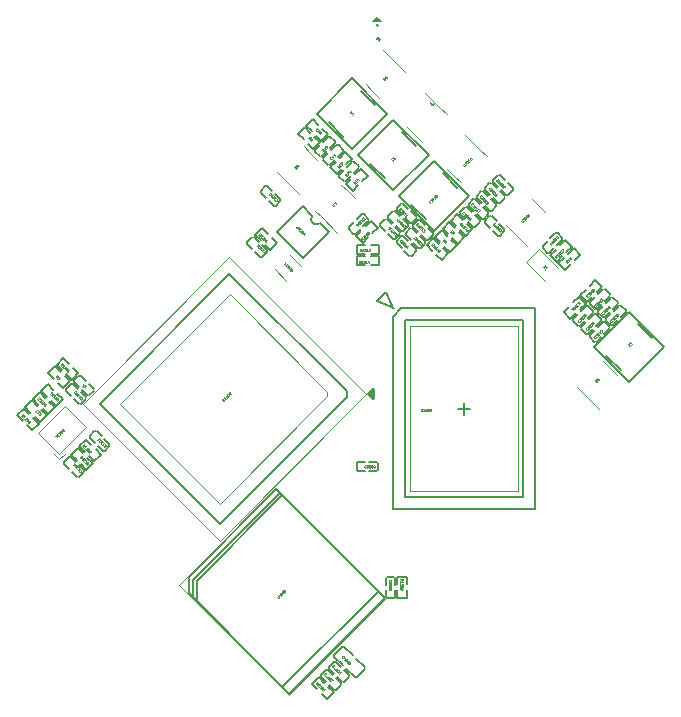
<source format=gbr>
%TF.GenerationSoftware,KiCad,Pcbnew,8.0.0-rc1*%
%TF.CreationDate,2025-03-14T10:19:50+03:00*%
%TF.ProjectId,SMX66_V1.0,534d5836-365f-4563-912e-302e6b696361,rev?*%
%TF.SameCoordinates,Original*%
%TF.FileFunction,Legend,Top*%
%TF.FilePolarity,Positive*%
%FSLAX46Y46*%
G04 Gerber Fmt 4.6, Leading zero omitted, Abs format (unit mm)*
G04 Created by KiCad (PCBNEW 8.0.0-rc1) date 2025-03-14 10:19:50*
%MOMM*%
%LPD*%
G01*
G04 APERTURE LIST*
%ADD10C,0.050000*%
%ADD11C,0.150110*%
%ADD12C,0.127000*%
%ADD13C,0.199900*%
%ADD14C,0.025400*%
%ADD15C,0.120000*%
%ADD16C,0.100000*%
%ADD17C,0.150000*%
%ADD18C,0.350000*%
%ADD19C,0.200000*%
G04 APERTURE END LIST*
D10*
X143351573Y-75302118D02*
X143351573Y-75315586D01*
X143351573Y-75315586D02*
X143338104Y-75342524D01*
X143338104Y-75342524D02*
X143324635Y-75355992D01*
X143324635Y-75355992D02*
X143297698Y-75369461D01*
X143297698Y-75369461D02*
X143270760Y-75369461D01*
X143270760Y-75369461D02*
X143250557Y-75362727D01*
X143250557Y-75362727D02*
X143216886Y-75342524D01*
X143216886Y-75342524D02*
X143196683Y-75322321D01*
X143196683Y-75322321D02*
X143176479Y-75288649D01*
X143176479Y-75288649D02*
X143169745Y-75268446D01*
X143169745Y-75268446D02*
X143169745Y-75241508D01*
X143169745Y-75241508D02*
X143183214Y-75214571D01*
X143183214Y-75214571D02*
X143196683Y-75201102D01*
X143196683Y-75201102D02*
X143223620Y-75187634D01*
X143223620Y-75187634D02*
X143237089Y-75187634D01*
X143499728Y-75180899D02*
X143418916Y-75261711D01*
X143459322Y-75221305D02*
X143317901Y-75079884D01*
X143317901Y-75079884D02*
X143324635Y-75113556D01*
X143324635Y-75113556D02*
X143324635Y-75140493D01*
X143324635Y-75140493D02*
X143317901Y-75160696D01*
X143405447Y-74992338D02*
X143499728Y-74898057D01*
X143499728Y-74898057D02*
X143580540Y-75100087D01*
X137605563Y-83071159D02*
X137619031Y-83071159D01*
X137619031Y-83071159D02*
X137645969Y-83084628D01*
X137645969Y-83084628D02*
X137659437Y-83098097D01*
X137659437Y-83098097D02*
X137672906Y-83125034D01*
X137672906Y-83125034D02*
X137672906Y-83151972D01*
X137672906Y-83151972D02*
X137666172Y-83172175D01*
X137666172Y-83172175D02*
X137645969Y-83205846D01*
X137645969Y-83205846D02*
X137625766Y-83226049D01*
X137625766Y-83226049D02*
X137592094Y-83246253D01*
X137592094Y-83246253D02*
X137571891Y-83252987D01*
X137571891Y-83252987D02*
X137544953Y-83252987D01*
X137544953Y-83252987D02*
X137518016Y-83239518D01*
X137518016Y-83239518D02*
X137504547Y-83226049D01*
X137504547Y-83226049D02*
X137491079Y-83199112D01*
X137491079Y-83199112D02*
X137491079Y-83185643D01*
X137437204Y-83131769D02*
X137423735Y-83131769D01*
X137423735Y-83131769D02*
X137403532Y-83125034D01*
X137403532Y-83125034D02*
X137369860Y-83091362D01*
X137369860Y-83091362D02*
X137363126Y-83071159D01*
X137363126Y-83071159D02*
X137363126Y-83057691D01*
X137363126Y-83057691D02*
X137369860Y-83037488D01*
X137369860Y-83037488D02*
X137383329Y-83024019D01*
X137383329Y-83024019D02*
X137410266Y-83010550D01*
X137410266Y-83010550D02*
X137571891Y-83010550D01*
X137571891Y-83010550D02*
X137484344Y-82923004D01*
X137302517Y-82997082D02*
X137289048Y-82997082D01*
X137289048Y-82997082D02*
X137268845Y-82990347D01*
X137268845Y-82990347D02*
X137235173Y-82956676D01*
X137235173Y-82956676D02*
X137228439Y-82936473D01*
X137228439Y-82936473D02*
X137228439Y-82923004D01*
X137228439Y-82923004D02*
X137235173Y-82902801D01*
X137235173Y-82902801D02*
X137248642Y-82889332D01*
X137248642Y-82889332D02*
X137275579Y-82875863D01*
X137275579Y-82875863D02*
X137437204Y-82875863D01*
X137437204Y-82875863D02*
X137349657Y-82788317D01*
X137120690Y-82842192D02*
X137107221Y-82828723D01*
X137107221Y-82828723D02*
X137100487Y-82808520D01*
X137100487Y-82808520D02*
X137100487Y-82795051D01*
X137100487Y-82795051D02*
X137107221Y-82774848D01*
X137107221Y-82774848D02*
X137127424Y-82741177D01*
X137127424Y-82741177D02*
X137161096Y-82707505D01*
X137161096Y-82707505D02*
X137194767Y-82687302D01*
X137194767Y-82687302D02*
X137214970Y-82680567D01*
X137214970Y-82680567D02*
X137228439Y-82680567D01*
X137228439Y-82680567D02*
X137248642Y-82687302D01*
X137248642Y-82687302D02*
X137262111Y-82700770D01*
X137262111Y-82700770D02*
X137268845Y-82720973D01*
X137268845Y-82720973D02*
X137268845Y-82734442D01*
X137268845Y-82734442D02*
X137262111Y-82754645D01*
X137262111Y-82754645D02*
X137241908Y-82788317D01*
X137241908Y-82788317D02*
X137208236Y-82821989D01*
X137208236Y-82821989D02*
X137174564Y-82842192D01*
X137174564Y-82842192D02*
X137154361Y-82848926D01*
X137154361Y-82848926D02*
X137140893Y-82848926D01*
X137140893Y-82848926D02*
X137120690Y-82842192D01*
X137080284Y-82518943D02*
X137161096Y-82599755D01*
X137120690Y-82559349D02*
X136979268Y-82700771D01*
X136979268Y-82700771D02*
X137012940Y-82694036D01*
X137012940Y-82694036D02*
X137039877Y-82694036D01*
X137039877Y-82694036D02*
X137060081Y-82700771D01*
X166326013Y-88415114D02*
X166326013Y-88428582D01*
X166326013Y-88428582D02*
X166312544Y-88455520D01*
X166312544Y-88455520D02*
X166299075Y-88468988D01*
X166299075Y-88468988D02*
X166272138Y-88482457D01*
X166272138Y-88482457D02*
X166245200Y-88482457D01*
X166245200Y-88482457D02*
X166224997Y-88475723D01*
X166224997Y-88475723D02*
X166191326Y-88455520D01*
X166191326Y-88455520D02*
X166171123Y-88435317D01*
X166171123Y-88435317D02*
X166150919Y-88401645D01*
X166150919Y-88401645D02*
X166144185Y-88381442D01*
X166144185Y-88381442D02*
X166144185Y-88354504D01*
X166144185Y-88354504D02*
X166157654Y-88327567D01*
X166157654Y-88327567D02*
X166171123Y-88314098D01*
X166171123Y-88314098D02*
X166198060Y-88300630D01*
X166198060Y-88300630D02*
X166211529Y-88300630D01*
X166245200Y-88240020D02*
X166332747Y-88152474D01*
X166332747Y-88152474D02*
X166339481Y-88253489D01*
X166339481Y-88253489D02*
X166359684Y-88233286D01*
X166359684Y-88233286D02*
X166379887Y-88226552D01*
X166379887Y-88226552D02*
X166393356Y-88226552D01*
X166393356Y-88226552D02*
X166413559Y-88233286D01*
X166413559Y-88233286D02*
X166447231Y-88266958D01*
X166447231Y-88266958D02*
X166453965Y-88287161D01*
X166453965Y-88287161D02*
X166453965Y-88300630D01*
X166453965Y-88300630D02*
X166447231Y-88320833D01*
X166447231Y-88320833D02*
X166406825Y-88361239D01*
X166406825Y-88361239D02*
X166386622Y-88367973D01*
X166386622Y-88367973D02*
X166373153Y-88367973D01*
X166474168Y-88132271D02*
X166453965Y-88139005D01*
X166453965Y-88139005D02*
X166440496Y-88139005D01*
X166440496Y-88139005D02*
X166420293Y-88132271D01*
X166420293Y-88132271D02*
X166413559Y-88125537D01*
X166413559Y-88125537D02*
X166406825Y-88105334D01*
X166406825Y-88105334D02*
X166406825Y-88091865D01*
X166406825Y-88091865D02*
X166413559Y-88071662D01*
X166413559Y-88071662D02*
X166440496Y-88044724D01*
X166440496Y-88044724D02*
X166460699Y-88037990D01*
X166460699Y-88037990D02*
X166474168Y-88037990D01*
X166474168Y-88037990D02*
X166494371Y-88044724D01*
X166494371Y-88044724D02*
X166501106Y-88051459D01*
X166501106Y-88051459D02*
X166507840Y-88071662D01*
X166507840Y-88071662D02*
X166507840Y-88085130D01*
X166507840Y-88085130D02*
X166501106Y-88105334D01*
X166501106Y-88105334D02*
X166474168Y-88132271D01*
X166474168Y-88132271D02*
X166467434Y-88152474D01*
X166467434Y-88152474D02*
X166467434Y-88165943D01*
X166467434Y-88165943D02*
X166474168Y-88186146D01*
X166474168Y-88186146D02*
X166501106Y-88213083D01*
X166501106Y-88213083D02*
X166521309Y-88219817D01*
X166521309Y-88219817D02*
X166534777Y-88219817D01*
X166534777Y-88219817D02*
X166554980Y-88213083D01*
X166554980Y-88213083D02*
X166581918Y-88186146D01*
X166581918Y-88186146D02*
X166588652Y-88165943D01*
X166588652Y-88165943D02*
X166588652Y-88152474D01*
X166588652Y-88152474D02*
X166581918Y-88132271D01*
X166581918Y-88132271D02*
X166554980Y-88105334D01*
X166554980Y-88105334D02*
X166534777Y-88098599D01*
X166534777Y-88098599D02*
X166521309Y-88098599D01*
X166521309Y-88098599D02*
X166501106Y-88105334D01*
X166635792Y-87943709D02*
X166730073Y-88037990D01*
X166548246Y-87923506D02*
X166615589Y-88058193D01*
X166615589Y-88058193D02*
X166703136Y-87970647D01*
X166723339Y-87761882D02*
X166696401Y-87788819D01*
X166696401Y-87788819D02*
X166689667Y-87809022D01*
X166689667Y-87809022D02*
X166689667Y-87822491D01*
X166689667Y-87822491D02*
X166696401Y-87856163D01*
X166696401Y-87856163D02*
X166716604Y-87889835D01*
X166716604Y-87889835D02*
X166770479Y-87943709D01*
X166770479Y-87943709D02*
X166790682Y-87950444D01*
X166790682Y-87950444D02*
X166804151Y-87950444D01*
X166804151Y-87950444D02*
X166824354Y-87943709D01*
X166824354Y-87943709D02*
X166851291Y-87916772D01*
X166851291Y-87916772D02*
X166858026Y-87896569D01*
X166858026Y-87896569D02*
X166858026Y-87883100D01*
X166858026Y-87883100D02*
X166851291Y-87862897D01*
X166851291Y-87862897D02*
X166817620Y-87829225D01*
X166817620Y-87829225D02*
X166797417Y-87822491D01*
X166797417Y-87822491D02*
X166783948Y-87822491D01*
X166783948Y-87822491D02*
X166763745Y-87829225D01*
X166763745Y-87829225D02*
X166736808Y-87856163D01*
X166736808Y-87856163D02*
X166730073Y-87876366D01*
X166730073Y-87876366D02*
X166730073Y-87889835D01*
X166730073Y-87889835D02*
X166736808Y-87910038D01*
X142348594Y-72988867D02*
X142328391Y-73103351D01*
X142429406Y-73069679D02*
X142287985Y-73211100D01*
X142287985Y-73211100D02*
X142234110Y-73157225D01*
X142234110Y-73157225D02*
X142227376Y-73137022D01*
X142227376Y-73137022D02*
X142227376Y-73123554D01*
X142227376Y-73123554D02*
X142234110Y-73103351D01*
X142234110Y-73103351D02*
X142254313Y-73083148D01*
X142254313Y-73083148D02*
X142274516Y-73076413D01*
X142274516Y-73076413D02*
X142287985Y-73076413D01*
X142287985Y-73076413D02*
X142308188Y-73083148D01*
X142308188Y-73083148D02*
X142362063Y-73137022D01*
X142213907Y-72854180D02*
X142294719Y-72934992D01*
X142254313Y-72894586D02*
X142112892Y-73036007D01*
X142112892Y-73036007D02*
X142146564Y-73029273D01*
X142146564Y-73029273D02*
X142173501Y-73029273D01*
X142173501Y-73029273D02*
X142193704Y-73036007D01*
X142032080Y-72928258D02*
X142018611Y-72928258D01*
X142018611Y-72928258D02*
X141998408Y-72921523D01*
X141998408Y-72921523D02*
X141964736Y-72887852D01*
X141964736Y-72887852D02*
X141958002Y-72867649D01*
X141958002Y-72867649D02*
X141958002Y-72854180D01*
X141958002Y-72854180D02*
X141964736Y-72833977D01*
X141964736Y-72833977D02*
X141978205Y-72820508D01*
X141978205Y-72820508D02*
X142005142Y-72807039D01*
X142005142Y-72807039D02*
X142166767Y-72807039D01*
X142166767Y-72807039D02*
X142079220Y-72719493D01*
X117101831Y-97176656D02*
X117122034Y-97062172D01*
X117021019Y-97095844D02*
X117162440Y-96954423D01*
X117162440Y-96954423D02*
X117216315Y-97008298D01*
X117216315Y-97008298D02*
X117223049Y-97028501D01*
X117223049Y-97028501D02*
X117223049Y-97041969D01*
X117223049Y-97041969D02*
X117216315Y-97062172D01*
X117216315Y-97062172D02*
X117196112Y-97082375D01*
X117196112Y-97082375D02*
X117175909Y-97089110D01*
X117175909Y-97089110D02*
X117162440Y-97089110D01*
X117162440Y-97089110D02*
X117142237Y-97082375D01*
X117142237Y-97082375D02*
X117088362Y-97028501D01*
X117236518Y-97311343D02*
X117155706Y-97230531D01*
X117196112Y-97270937D02*
X117337533Y-97129516D01*
X117337533Y-97129516D02*
X117303861Y-97136250D01*
X117303861Y-97136250D02*
X117276924Y-97136250D01*
X117276924Y-97136250D02*
X117256721Y-97129516D01*
X117418345Y-97237265D02*
X117431814Y-97237265D01*
X117431814Y-97237265D02*
X117452017Y-97244000D01*
X117452017Y-97244000D02*
X117485689Y-97277671D01*
X117485689Y-97277671D02*
X117492423Y-97297874D01*
X117492423Y-97297874D02*
X117492423Y-97311343D01*
X117492423Y-97311343D02*
X117485689Y-97331546D01*
X117485689Y-97331546D02*
X117472220Y-97345015D01*
X117472220Y-97345015D02*
X117445283Y-97358484D01*
X117445283Y-97358484D02*
X117283658Y-97358484D01*
X117283658Y-97358484D02*
X117371205Y-97446030D01*
X117600172Y-97392155D02*
X117613641Y-97405624D01*
X117613641Y-97405624D02*
X117620375Y-97425827D01*
X117620375Y-97425827D02*
X117620375Y-97439296D01*
X117620375Y-97439296D02*
X117613641Y-97459499D01*
X117613641Y-97459499D02*
X117593438Y-97493170D01*
X117593438Y-97493170D02*
X117559766Y-97526842D01*
X117559766Y-97526842D02*
X117526095Y-97547045D01*
X117526095Y-97547045D02*
X117505892Y-97553780D01*
X117505892Y-97553780D02*
X117492423Y-97553780D01*
X117492423Y-97553780D02*
X117472220Y-97547045D01*
X117472220Y-97547045D02*
X117458751Y-97533577D01*
X117458751Y-97533577D02*
X117452017Y-97513374D01*
X117452017Y-97513374D02*
X117452017Y-97499905D01*
X117452017Y-97499905D02*
X117458751Y-97479702D01*
X117458751Y-97479702D02*
X117478954Y-97446030D01*
X117478954Y-97446030D02*
X117512626Y-97412358D01*
X117512626Y-97412358D02*
X117546298Y-97392155D01*
X117546298Y-97392155D02*
X117566501Y-97385421D01*
X117566501Y-97385421D02*
X117579969Y-97385421D01*
X117579969Y-97385421D02*
X117600172Y-97392155D01*
X117573235Y-97648060D02*
X117600172Y-97674998D01*
X117600172Y-97674998D02*
X117620375Y-97681732D01*
X117620375Y-97681732D02*
X117633844Y-97681732D01*
X117633844Y-97681732D02*
X117667516Y-97674998D01*
X117667516Y-97674998D02*
X117701188Y-97654795D01*
X117701188Y-97654795D02*
X117755062Y-97600920D01*
X117755062Y-97600920D02*
X117761797Y-97580717D01*
X117761797Y-97580717D02*
X117761797Y-97567248D01*
X117761797Y-97567248D02*
X117755062Y-97547045D01*
X117755062Y-97547045D02*
X117728125Y-97520108D01*
X117728125Y-97520108D02*
X117707922Y-97513373D01*
X117707922Y-97513373D02*
X117694453Y-97513373D01*
X117694453Y-97513373D02*
X117674250Y-97520108D01*
X117674250Y-97520108D02*
X117640578Y-97553779D01*
X117640578Y-97553779D02*
X117633844Y-97573983D01*
X117633844Y-97573983D02*
X117633844Y-97587451D01*
X117633844Y-97587451D02*
X117640578Y-97607654D01*
X117640578Y-97607654D02*
X117667516Y-97634592D01*
X117667516Y-97634592D02*
X117687719Y-97641326D01*
X117687719Y-97641326D02*
X117701188Y-97641326D01*
X117701188Y-97641326D02*
X117721391Y-97634592D01*
X122054690Y-101645818D02*
X122068158Y-101645818D01*
X122068158Y-101645818D02*
X122095096Y-101659287D01*
X122095096Y-101659287D02*
X122108564Y-101672756D01*
X122108564Y-101672756D02*
X122122033Y-101699693D01*
X122122033Y-101699693D02*
X122122033Y-101726631D01*
X122122033Y-101726631D02*
X122115299Y-101746834D01*
X122115299Y-101746834D02*
X122095096Y-101780505D01*
X122095096Y-101780505D02*
X122074893Y-101800708D01*
X122074893Y-101800708D02*
X122041221Y-101820912D01*
X122041221Y-101820912D02*
X122021018Y-101827646D01*
X122021018Y-101827646D02*
X121994080Y-101827646D01*
X121994080Y-101827646D02*
X121967143Y-101814177D01*
X121967143Y-101814177D02*
X121953674Y-101800708D01*
X121953674Y-101800708D02*
X121940206Y-101773771D01*
X121940206Y-101773771D02*
X121940206Y-101760302D01*
X121933471Y-101497663D02*
X122014283Y-101578475D01*
X121973877Y-101538069D02*
X121832456Y-101679490D01*
X121832456Y-101679490D02*
X121866128Y-101672756D01*
X121866128Y-101672756D02*
X121893065Y-101672756D01*
X121893065Y-101672756D02*
X121913268Y-101679490D01*
X121751644Y-101571741D02*
X121738175Y-101571741D01*
X121738175Y-101571741D02*
X121717972Y-101565006D01*
X121717972Y-101565006D02*
X121684300Y-101531335D01*
X121684300Y-101531335D02*
X121677566Y-101511132D01*
X121677566Y-101511132D02*
X121677566Y-101497663D01*
X121677566Y-101497663D02*
X121684300Y-101477460D01*
X121684300Y-101477460D02*
X121697769Y-101463991D01*
X121697769Y-101463991D02*
X121724706Y-101450522D01*
X121724706Y-101450522D02*
X121886331Y-101450522D01*
X121886331Y-101450522D02*
X121798784Y-101362976D01*
X121569817Y-101416851D02*
X121556348Y-101403382D01*
X121556348Y-101403382D02*
X121549614Y-101383179D01*
X121549614Y-101383179D02*
X121549614Y-101369710D01*
X121549614Y-101369710D02*
X121556348Y-101349507D01*
X121556348Y-101349507D02*
X121576551Y-101315836D01*
X121576551Y-101315836D02*
X121610223Y-101282164D01*
X121610223Y-101282164D02*
X121643894Y-101261961D01*
X121643894Y-101261961D02*
X121664097Y-101255226D01*
X121664097Y-101255226D02*
X121677566Y-101255226D01*
X121677566Y-101255226D02*
X121697769Y-101261961D01*
X121697769Y-101261961D02*
X121711238Y-101275429D01*
X121711238Y-101275429D02*
X121717972Y-101295632D01*
X121717972Y-101295632D02*
X121717972Y-101309101D01*
X121717972Y-101309101D02*
X121711238Y-101329304D01*
X121711238Y-101329304D02*
X121691035Y-101362976D01*
X121691035Y-101362976D02*
X121657363Y-101396648D01*
X121657363Y-101396648D02*
X121623691Y-101416851D01*
X121623691Y-101416851D02*
X121603488Y-101423585D01*
X121603488Y-101423585D02*
X121590020Y-101423585D01*
X121590020Y-101423585D02*
X121569817Y-101416851D01*
X121529411Y-101093602D02*
X121610223Y-101174414D01*
X121569817Y-101134008D02*
X121428395Y-101275430D01*
X121428395Y-101275430D02*
X121462067Y-101268695D01*
X121462067Y-101268695D02*
X121489004Y-101268695D01*
X121489004Y-101268695D02*
X121509208Y-101275430D01*
X150853398Y-96510598D02*
X150853398Y-96672503D01*
X150853398Y-96672503D02*
X150862921Y-96691551D01*
X150862921Y-96691551D02*
X150872445Y-96701075D01*
X150872445Y-96701075D02*
X150891493Y-96710598D01*
X150891493Y-96710598D02*
X150929588Y-96710598D01*
X150929588Y-96710598D02*
X150948636Y-96701075D01*
X150948636Y-96701075D02*
X150958159Y-96691551D01*
X150958159Y-96691551D02*
X150967683Y-96672503D01*
X150967683Y-96672503D02*
X150967683Y-96510598D01*
X151043874Y-96510598D02*
X151167683Y-96510598D01*
X151167683Y-96510598D02*
X151101017Y-96586789D01*
X151101017Y-96586789D02*
X151129588Y-96586789D01*
X151129588Y-96586789D02*
X151148636Y-96596313D01*
X151148636Y-96596313D02*
X151158160Y-96605836D01*
X151158160Y-96605836D02*
X151167683Y-96624884D01*
X151167683Y-96624884D02*
X151167683Y-96672503D01*
X151167683Y-96672503D02*
X151158160Y-96691551D01*
X151158160Y-96691551D02*
X151148636Y-96701075D01*
X151148636Y-96701075D02*
X151129588Y-96710598D01*
X151129588Y-96710598D02*
X151072445Y-96710598D01*
X151072445Y-96710598D02*
X151053398Y-96701075D01*
X151053398Y-96701075D02*
X151043874Y-96691551D01*
X151281969Y-96596313D02*
X151262921Y-96586789D01*
X151262921Y-96586789D02*
X151253398Y-96577265D01*
X151253398Y-96577265D02*
X151243874Y-96558217D01*
X151243874Y-96558217D02*
X151243874Y-96548694D01*
X151243874Y-96548694D02*
X151253398Y-96529646D01*
X151253398Y-96529646D02*
X151262921Y-96520122D01*
X151262921Y-96520122D02*
X151281969Y-96510598D01*
X151281969Y-96510598D02*
X151320064Y-96510598D01*
X151320064Y-96510598D02*
X151339112Y-96520122D01*
X151339112Y-96520122D02*
X151348636Y-96529646D01*
X151348636Y-96529646D02*
X151358159Y-96548694D01*
X151358159Y-96548694D02*
X151358159Y-96558217D01*
X151358159Y-96558217D02*
X151348636Y-96577265D01*
X151348636Y-96577265D02*
X151339112Y-96586789D01*
X151339112Y-96586789D02*
X151320064Y-96596313D01*
X151320064Y-96596313D02*
X151281969Y-96596313D01*
X151281969Y-96596313D02*
X151262921Y-96605836D01*
X151262921Y-96605836D02*
X151253398Y-96615360D01*
X151253398Y-96615360D02*
X151243874Y-96634408D01*
X151243874Y-96634408D02*
X151243874Y-96672503D01*
X151243874Y-96672503D02*
X151253398Y-96691551D01*
X151253398Y-96691551D02*
X151262921Y-96701075D01*
X151262921Y-96701075D02*
X151281969Y-96710598D01*
X151281969Y-96710598D02*
X151320064Y-96710598D01*
X151320064Y-96710598D02*
X151339112Y-96701075D01*
X151339112Y-96701075D02*
X151348636Y-96691551D01*
X151348636Y-96691551D02*
X151358159Y-96672503D01*
X151358159Y-96672503D02*
X151358159Y-96634408D01*
X151358159Y-96634408D02*
X151348636Y-96615360D01*
X151348636Y-96615360D02*
X151339112Y-96605836D01*
X151339112Y-96605836D02*
X151320064Y-96596313D01*
X151481969Y-96510598D02*
X151501016Y-96510598D01*
X151501016Y-96510598D02*
X151520064Y-96520122D01*
X151520064Y-96520122D02*
X151529588Y-96529646D01*
X151529588Y-96529646D02*
X151539112Y-96548694D01*
X151539112Y-96548694D02*
X151548635Y-96586789D01*
X151548635Y-96586789D02*
X151548635Y-96634408D01*
X151548635Y-96634408D02*
X151539112Y-96672503D01*
X151539112Y-96672503D02*
X151529588Y-96691551D01*
X151529588Y-96691551D02*
X151520064Y-96701075D01*
X151520064Y-96701075D02*
X151501016Y-96710598D01*
X151501016Y-96710598D02*
X151481969Y-96710598D01*
X151481969Y-96710598D02*
X151462921Y-96701075D01*
X151462921Y-96701075D02*
X151453397Y-96691551D01*
X151453397Y-96691551D02*
X151443874Y-96672503D01*
X151443874Y-96672503D02*
X151434350Y-96634408D01*
X151434350Y-96634408D02*
X151434350Y-96586789D01*
X151434350Y-96586789D02*
X151443874Y-96548694D01*
X151443874Y-96548694D02*
X151453397Y-96529646D01*
X151453397Y-96529646D02*
X151462921Y-96520122D01*
X151462921Y-96520122D02*
X151481969Y-96510598D01*
X151672445Y-96510598D02*
X151691492Y-96510598D01*
X151691492Y-96510598D02*
X151710540Y-96520122D01*
X151710540Y-96520122D02*
X151720064Y-96529646D01*
X151720064Y-96529646D02*
X151729588Y-96548694D01*
X151729588Y-96548694D02*
X151739111Y-96586789D01*
X151739111Y-96586789D02*
X151739111Y-96634408D01*
X151739111Y-96634408D02*
X151729588Y-96672503D01*
X151729588Y-96672503D02*
X151720064Y-96691551D01*
X151720064Y-96691551D02*
X151710540Y-96701075D01*
X151710540Y-96701075D02*
X151691492Y-96710598D01*
X151691492Y-96710598D02*
X151672445Y-96710598D01*
X151672445Y-96710598D02*
X151653397Y-96701075D01*
X151653397Y-96701075D02*
X151643873Y-96691551D01*
X151643873Y-96691551D02*
X151634350Y-96672503D01*
X151634350Y-96672503D02*
X151624826Y-96634408D01*
X151624826Y-96634408D02*
X151624826Y-96586789D01*
X151624826Y-96586789D02*
X151634350Y-96548694D01*
X151634350Y-96548694D02*
X151643873Y-96529646D01*
X151643873Y-96529646D02*
X151653397Y-96520122D01*
X151653397Y-96520122D02*
X151672445Y-96510598D01*
X140445406Y-80995872D02*
X140330922Y-81110356D01*
X140330922Y-81110356D02*
X140324188Y-81130559D01*
X140324188Y-81130559D02*
X140324188Y-81144027D01*
X140324188Y-81144027D02*
X140330922Y-81164230D01*
X140330922Y-81164230D02*
X140357859Y-81191168D01*
X140357859Y-81191168D02*
X140378062Y-81197902D01*
X140378062Y-81197902D02*
X140391531Y-81197902D01*
X140391531Y-81197902D02*
X140411734Y-81191168D01*
X140411734Y-81191168D02*
X140526218Y-81076684D01*
X140573359Y-81150762D02*
X140586827Y-81150762D01*
X140586827Y-81150762D02*
X140607030Y-81157496D01*
X140607030Y-81157496D02*
X140640702Y-81191168D01*
X140640702Y-81191168D02*
X140647437Y-81211371D01*
X140647437Y-81211371D02*
X140647437Y-81224840D01*
X140647437Y-81224840D02*
X140640702Y-81245043D01*
X140640702Y-81245043D02*
X140627234Y-81258512D01*
X140627234Y-81258512D02*
X140600296Y-81271980D01*
X140600296Y-81271980D02*
X140438672Y-81271980D01*
X140438672Y-81271980D02*
X140526218Y-81359527D01*
X140708046Y-81285449D02*
X140721514Y-81285449D01*
X140721514Y-81285449D02*
X140741717Y-81292183D01*
X140741717Y-81292183D02*
X140775389Y-81325855D01*
X140775389Y-81325855D02*
X140782123Y-81346058D01*
X140782123Y-81346058D02*
X140782123Y-81359527D01*
X140782123Y-81359527D02*
X140775389Y-81379730D01*
X140775389Y-81379730D02*
X140761920Y-81393198D01*
X140761920Y-81393198D02*
X140734983Y-81406667D01*
X140734983Y-81406667D02*
X140573359Y-81406667D01*
X140573359Y-81406667D02*
X140660905Y-81494214D01*
X140889873Y-81440339D02*
X140903342Y-81453807D01*
X140903342Y-81453807D02*
X140910076Y-81474010D01*
X140910076Y-81474010D02*
X140910076Y-81487479D01*
X140910076Y-81487479D02*
X140903342Y-81507682D01*
X140903342Y-81507682D02*
X140883139Y-81541354D01*
X140883139Y-81541354D02*
X140849467Y-81575026D01*
X140849467Y-81575026D02*
X140815795Y-81595229D01*
X140815795Y-81595229D02*
X140795592Y-81601963D01*
X140795592Y-81601963D02*
X140782123Y-81601963D01*
X140782123Y-81601963D02*
X140761920Y-81595229D01*
X140761920Y-81595229D02*
X140748452Y-81581760D01*
X140748452Y-81581760D02*
X140741717Y-81561557D01*
X140741717Y-81561557D02*
X140741717Y-81548088D01*
X140741717Y-81548088D02*
X140748452Y-81527885D01*
X140748452Y-81527885D02*
X140768655Y-81494213D01*
X140768655Y-81494213D02*
X140802326Y-81460542D01*
X140802326Y-81460542D02*
X140835998Y-81440339D01*
X140835998Y-81440339D02*
X140856201Y-81433604D01*
X140856201Y-81433604D02*
X140869670Y-81433604D01*
X140869670Y-81433604D02*
X140889873Y-81440339D01*
X140930279Y-81763587D02*
X140849467Y-81682775D01*
X140889873Y-81723181D02*
X141031294Y-81581760D01*
X141031294Y-81581760D02*
X140997622Y-81588494D01*
X140997622Y-81588494D02*
X140970685Y-81588494D01*
X140970685Y-81588494D02*
X140950482Y-81581760D01*
X165696697Y-90432724D02*
X165696697Y-90446192D01*
X165696697Y-90446192D02*
X165683228Y-90473130D01*
X165683228Y-90473130D02*
X165669759Y-90486598D01*
X165669759Y-90486598D02*
X165642822Y-90500067D01*
X165642822Y-90500067D02*
X165615884Y-90500067D01*
X165615884Y-90500067D02*
X165595681Y-90493333D01*
X165595681Y-90493333D02*
X165562010Y-90473130D01*
X165562010Y-90473130D02*
X165541807Y-90452927D01*
X165541807Y-90452927D02*
X165521603Y-90419255D01*
X165521603Y-90419255D02*
X165514869Y-90399052D01*
X165514869Y-90399052D02*
X165514869Y-90372114D01*
X165514869Y-90372114D02*
X165528338Y-90345177D01*
X165528338Y-90345177D02*
X165541807Y-90331708D01*
X165541807Y-90331708D02*
X165568744Y-90318240D01*
X165568744Y-90318240D02*
X165582213Y-90318240D01*
X165615884Y-90257630D02*
X165703431Y-90170084D01*
X165703431Y-90170084D02*
X165710165Y-90271099D01*
X165710165Y-90271099D02*
X165730368Y-90250896D01*
X165730368Y-90250896D02*
X165750571Y-90244162D01*
X165750571Y-90244162D02*
X165764040Y-90244162D01*
X165764040Y-90244162D02*
X165784243Y-90250896D01*
X165784243Y-90250896D02*
X165817915Y-90284568D01*
X165817915Y-90284568D02*
X165824649Y-90304771D01*
X165824649Y-90304771D02*
X165824649Y-90318240D01*
X165824649Y-90318240D02*
X165817915Y-90338443D01*
X165817915Y-90338443D02*
X165777509Y-90378849D01*
X165777509Y-90378849D02*
X165757306Y-90385583D01*
X165757306Y-90385583D02*
X165743837Y-90385583D01*
X165844852Y-90149881D02*
X165824649Y-90156615D01*
X165824649Y-90156615D02*
X165811180Y-90156615D01*
X165811180Y-90156615D02*
X165790977Y-90149881D01*
X165790977Y-90149881D02*
X165784243Y-90143147D01*
X165784243Y-90143147D02*
X165777509Y-90122944D01*
X165777509Y-90122944D02*
X165777509Y-90109475D01*
X165777509Y-90109475D02*
X165784243Y-90089272D01*
X165784243Y-90089272D02*
X165811180Y-90062334D01*
X165811180Y-90062334D02*
X165831383Y-90055600D01*
X165831383Y-90055600D02*
X165844852Y-90055600D01*
X165844852Y-90055600D02*
X165865055Y-90062334D01*
X165865055Y-90062334D02*
X165871790Y-90069069D01*
X165871790Y-90069069D02*
X165878524Y-90089272D01*
X165878524Y-90089272D02*
X165878524Y-90102740D01*
X165878524Y-90102740D02*
X165871790Y-90122944D01*
X165871790Y-90122944D02*
X165844852Y-90149881D01*
X165844852Y-90149881D02*
X165838118Y-90170084D01*
X165838118Y-90170084D02*
X165838118Y-90183553D01*
X165838118Y-90183553D02*
X165844852Y-90203756D01*
X165844852Y-90203756D02*
X165871790Y-90230693D01*
X165871790Y-90230693D02*
X165891993Y-90237427D01*
X165891993Y-90237427D02*
X165905461Y-90237427D01*
X165905461Y-90237427D02*
X165925664Y-90230693D01*
X165925664Y-90230693D02*
X165952602Y-90203756D01*
X165952602Y-90203756D02*
X165959336Y-90183553D01*
X165959336Y-90183553D02*
X165959336Y-90170084D01*
X165959336Y-90170084D02*
X165952602Y-90149881D01*
X165952602Y-90149881D02*
X165925664Y-90122944D01*
X165925664Y-90122944D02*
X165905461Y-90116209D01*
X165905461Y-90116209D02*
X165891993Y-90116209D01*
X165891993Y-90116209D02*
X165871790Y-90122944D01*
X166006476Y-89961319D02*
X166100757Y-90055600D01*
X165918930Y-89941116D02*
X165986273Y-90075803D01*
X165986273Y-90075803D02*
X166073820Y-89988257D01*
X166040148Y-89860304D02*
X166040148Y-89846835D01*
X166040148Y-89846835D02*
X166046882Y-89826632D01*
X166046882Y-89826632D02*
X166080554Y-89792961D01*
X166080554Y-89792961D02*
X166100757Y-89786226D01*
X166100757Y-89786226D02*
X166114226Y-89786226D01*
X166114226Y-89786226D02*
X166134429Y-89792961D01*
X166134429Y-89792961D02*
X166147898Y-89806429D01*
X166147898Y-89806429D02*
X166161366Y-89833367D01*
X166161366Y-89833367D02*
X166161366Y-89994991D01*
X166161366Y-89994991D02*
X166248913Y-89907445D01*
X154815989Y-81239082D02*
X154795786Y-81353566D01*
X154896801Y-81319894D02*
X154755380Y-81461315D01*
X154755380Y-81461315D02*
X154701505Y-81407440D01*
X154701505Y-81407440D02*
X154694771Y-81387237D01*
X154694771Y-81387237D02*
X154694771Y-81373769D01*
X154694771Y-81373769D02*
X154701505Y-81353566D01*
X154701505Y-81353566D02*
X154721708Y-81333363D01*
X154721708Y-81333363D02*
X154741911Y-81326628D01*
X154741911Y-81326628D02*
X154755380Y-81326628D01*
X154755380Y-81326628D02*
X154775583Y-81333363D01*
X154775583Y-81333363D02*
X154829458Y-81387237D01*
X154681302Y-81104395D02*
X154762114Y-81185207D01*
X154721708Y-81144801D02*
X154580287Y-81286222D01*
X154580287Y-81286222D02*
X154613959Y-81279488D01*
X154613959Y-81279488D02*
X154640896Y-81279488D01*
X154640896Y-81279488D02*
X154661099Y-81286222D01*
X154418663Y-81124598D02*
X154445600Y-81151535D01*
X154445600Y-81151535D02*
X154465803Y-81158270D01*
X154465803Y-81158270D02*
X154479272Y-81158270D01*
X154479272Y-81158270D02*
X154512944Y-81151535D01*
X154512944Y-81151535D02*
X154546615Y-81131332D01*
X154546615Y-81131332D02*
X154600490Y-81077457D01*
X154600490Y-81077457D02*
X154607224Y-81057254D01*
X154607224Y-81057254D02*
X154607224Y-81043786D01*
X154607224Y-81043786D02*
X154600490Y-81023583D01*
X154600490Y-81023583D02*
X154573553Y-80996645D01*
X154573553Y-80996645D02*
X154553350Y-80989911D01*
X154553350Y-80989911D02*
X154539881Y-80989911D01*
X154539881Y-80989911D02*
X154519678Y-80996645D01*
X154519678Y-80996645D02*
X154486006Y-81030317D01*
X154486006Y-81030317D02*
X154479272Y-81050520D01*
X154479272Y-81050520D02*
X154479272Y-81063989D01*
X154479272Y-81063989D02*
X154486006Y-81084192D01*
X154486006Y-81084192D02*
X154512944Y-81111129D01*
X154512944Y-81111129D02*
X154533147Y-81117864D01*
X154533147Y-81117864D02*
X154546615Y-81117864D01*
X154546615Y-81117864D02*
X154566818Y-81111129D01*
X154358054Y-81063989D02*
X154263773Y-80969708D01*
X154263773Y-80969708D02*
X154465803Y-80888896D01*
X154182961Y-80888896D02*
X154169492Y-80875427D01*
X154169492Y-80875427D02*
X154162758Y-80855224D01*
X154162758Y-80855224D02*
X154162758Y-80841755D01*
X154162758Y-80841755D02*
X154169492Y-80821552D01*
X154169492Y-80821552D02*
X154189695Y-80787881D01*
X154189695Y-80787881D02*
X154223367Y-80754209D01*
X154223367Y-80754209D02*
X154257039Y-80734006D01*
X154257039Y-80734006D02*
X154277242Y-80727272D01*
X154277242Y-80727272D02*
X154290710Y-80727272D01*
X154290710Y-80727272D02*
X154310913Y-80734006D01*
X154310913Y-80734006D02*
X154324382Y-80747475D01*
X154324382Y-80747475D02*
X154331116Y-80767678D01*
X154331116Y-80767678D02*
X154331116Y-80781146D01*
X154331116Y-80781146D02*
X154324382Y-80801349D01*
X154324382Y-80801349D02*
X154304179Y-80835021D01*
X154304179Y-80835021D02*
X154270507Y-80868693D01*
X154270507Y-80868693D02*
X154236835Y-80888896D01*
X154236835Y-80888896D02*
X154216632Y-80895630D01*
X154216632Y-80895630D02*
X154203164Y-80895630D01*
X154203164Y-80895630D02*
X154182961Y-80888896D01*
X147647301Y-68517588D02*
X147761785Y-68632072D01*
X147761785Y-68632072D02*
X147781988Y-68638807D01*
X147781988Y-68638807D02*
X147795457Y-68638807D01*
X147795457Y-68638807D02*
X147815660Y-68632072D01*
X147815660Y-68632072D02*
X147842597Y-68605135D01*
X147842597Y-68605135D02*
X147849332Y-68584932D01*
X147849332Y-68584932D02*
X147849332Y-68571463D01*
X147849332Y-68571463D02*
X147842597Y-68551260D01*
X147842597Y-68551260D02*
X147728113Y-68436776D01*
X147856066Y-68308823D02*
X147829129Y-68335761D01*
X147829129Y-68335761D02*
X147822395Y-68355964D01*
X147822395Y-68355964D02*
X147822395Y-68369433D01*
X147822395Y-68369433D02*
X147829129Y-68403104D01*
X147829129Y-68403104D02*
X147849332Y-68436776D01*
X147849332Y-68436776D02*
X147903207Y-68490651D01*
X147903207Y-68490651D02*
X147923410Y-68497385D01*
X147923410Y-68497385D02*
X147936878Y-68497385D01*
X147936878Y-68497385D02*
X147957082Y-68490651D01*
X147957082Y-68490651D02*
X147984019Y-68463714D01*
X147984019Y-68463714D02*
X147990753Y-68443510D01*
X147990753Y-68443510D02*
X147990753Y-68430042D01*
X147990753Y-68430042D02*
X147984019Y-68409839D01*
X147984019Y-68409839D02*
X147950347Y-68376167D01*
X147950347Y-68376167D02*
X147930144Y-68369433D01*
X147930144Y-68369433D02*
X147916675Y-68369433D01*
X147916675Y-68369433D02*
X147896472Y-68376167D01*
X147896472Y-68376167D02*
X147869535Y-68403104D01*
X147869535Y-68403104D02*
X147862801Y-68423307D01*
X147862801Y-68423307D02*
X147862801Y-68436776D01*
X147862801Y-68436776D02*
X147869535Y-68456979D01*
X164988210Y-89770781D02*
X164988210Y-89784249D01*
X164988210Y-89784249D02*
X164974741Y-89811187D01*
X164974741Y-89811187D02*
X164961272Y-89824655D01*
X164961272Y-89824655D02*
X164934335Y-89838124D01*
X164934335Y-89838124D02*
X164907397Y-89838124D01*
X164907397Y-89838124D02*
X164887194Y-89831390D01*
X164887194Y-89831390D02*
X164853523Y-89811187D01*
X164853523Y-89811187D02*
X164833320Y-89790984D01*
X164833320Y-89790984D02*
X164813116Y-89757312D01*
X164813116Y-89757312D02*
X164806382Y-89737109D01*
X164806382Y-89737109D02*
X164806382Y-89710171D01*
X164806382Y-89710171D02*
X164819851Y-89683234D01*
X164819851Y-89683234D02*
X164833320Y-89669765D01*
X164833320Y-89669765D02*
X164860257Y-89656297D01*
X164860257Y-89656297D02*
X164873726Y-89656297D01*
X164907397Y-89595687D02*
X164994944Y-89508141D01*
X164994944Y-89508141D02*
X165001678Y-89609156D01*
X165001678Y-89609156D02*
X165021881Y-89588953D01*
X165021881Y-89588953D02*
X165042084Y-89582219D01*
X165042084Y-89582219D02*
X165055553Y-89582219D01*
X165055553Y-89582219D02*
X165075756Y-89588953D01*
X165075756Y-89588953D02*
X165109428Y-89622625D01*
X165109428Y-89622625D02*
X165116162Y-89642828D01*
X165116162Y-89642828D02*
X165116162Y-89656297D01*
X165116162Y-89656297D02*
X165109428Y-89676500D01*
X165109428Y-89676500D02*
X165069022Y-89716906D01*
X165069022Y-89716906D02*
X165048819Y-89723640D01*
X165048819Y-89723640D02*
X165035350Y-89723640D01*
X165136365Y-89487938D02*
X165116162Y-89494672D01*
X165116162Y-89494672D02*
X165102693Y-89494672D01*
X165102693Y-89494672D02*
X165082490Y-89487938D01*
X165082490Y-89487938D02*
X165075756Y-89481204D01*
X165075756Y-89481204D02*
X165069022Y-89461001D01*
X165069022Y-89461001D02*
X165069022Y-89447532D01*
X165069022Y-89447532D02*
X165075756Y-89427329D01*
X165075756Y-89427329D02*
X165102693Y-89400391D01*
X165102693Y-89400391D02*
X165122896Y-89393657D01*
X165122896Y-89393657D02*
X165136365Y-89393657D01*
X165136365Y-89393657D02*
X165156568Y-89400391D01*
X165156568Y-89400391D02*
X165163303Y-89407126D01*
X165163303Y-89407126D02*
X165170037Y-89427329D01*
X165170037Y-89427329D02*
X165170037Y-89440797D01*
X165170037Y-89440797D02*
X165163303Y-89461001D01*
X165163303Y-89461001D02*
X165136365Y-89487938D01*
X165136365Y-89487938D02*
X165129631Y-89508141D01*
X165129631Y-89508141D02*
X165129631Y-89521610D01*
X165129631Y-89521610D02*
X165136365Y-89541813D01*
X165136365Y-89541813D02*
X165163303Y-89568750D01*
X165163303Y-89568750D02*
X165183506Y-89575484D01*
X165183506Y-89575484D02*
X165196974Y-89575484D01*
X165196974Y-89575484D02*
X165217177Y-89568750D01*
X165217177Y-89568750D02*
X165244115Y-89541813D01*
X165244115Y-89541813D02*
X165250849Y-89521610D01*
X165250849Y-89521610D02*
X165250849Y-89508141D01*
X165250849Y-89508141D02*
X165244115Y-89487938D01*
X165244115Y-89487938D02*
X165217177Y-89461001D01*
X165217177Y-89461001D02*
X165196974Y-89454266D01*
X165196974Y-89454266D02*
X165183506Y-89454266D01*
X165183506Y-89454266D02*
X165163303Y-89461001D01*
X165176771Y-89326314D02*
X165264318Y-89238767D01*
X165264318Y-89238767D02*
X165271052Y-89339782D01*
X165271052Y-89339782D02*
X165291255Y-89319579D01*
X165291255Y-89319579D02*
X165311458Y-89312845D01*
X165311458Y-89312845D02*
X165324927Y-89312845D01*
X165324927Y-89312845D02*
X165345130Y-89319579D01*
X165345130Y-89319579D02*
X165378802Y-89353251D01*
X165378802Y-89353251D02*
X165385536Y-89373454D01*
X165385536Y-89373454D02*
X165385536Y-89386923D01*
X165385536Y-89386923D02*
X165378802Y-89407126D01*
X165378802Y-89407126D02*
X165338396Y-89447532D01*
X165338396Y-89447532D02*
X165318192Y-89454266D01*
X165318192Y-89454266D02*
X165304724Y-89454266D01*
X165432676Y-89164689D02*
X165526957Y-89258970D01*
X165345130Y-89144486D02*
X165412473Y-89279173D01*
X165412473Y-89279173D02*
X165500020Y-89191627D01*
X168531479Y-90906743D02*
X168598823Y-90839400D01*
X168598823Y-90839400D02*
X168740244Y-90980821D01*
X168619026Y-91075102D02*
X168619026Y-91088571D01*
X168619026Y-91088571D02*
X168612291Y-91108774D01*
X168612291Y-91108774D02*
X168578620Y-91142446D01*
X168578620Y-91142446D02*
X168558417Y-91149180D01*
X168558417Y-91149180D02*
X168544948Y-91149180D01*
X168544948Y-91149180D02*
X168524745Y-91142446D01*
X168524745Y-91142446D02*
X168511276Y-91128977D01*
X168511276Y-91128977D02*
X168497808Y-91102039D01*
X168497808Y-91102039D02*
X168497808Y-90940415D01*
X168497808Y-90940415D02*
X168410261Y-91027962D01*
X143408896Y-118387339D02*
X143395428Y-118387339D01*
X143395428Y-118387339D02*
X143368490Y-118373870D01*
X143368490Y-118373870D02*
X143355022Y-118360401D01*
X143355022Y-118360401D02*
X143341553Y-118333464D01*
X143341553Y-118333464D02*
X143341553Y-118306526D01*
X143341553Y-118306526D02*
X143348287Y-118286323D01*
X143348287Y-118286323D02*
X143368490Y-118252652D01*
X143368490Y-118252652D02*
X143388693Y-118232449D01*
X143388693Y-118232449D02*
X143422365Y-118212245D01*
X143422365Y-118212245D02*
X143442568Y-118205511D01*
X143442568Y-118205511D02*
X143469506Y-118205511D01*
X143469506Y-118205511D02*
X143496443Y-118218980D01*
X143496443Y-118218980D02*
X143509912Y-118232449D01*
X143509912Y-118232449D02*
X143523380Y-118259386D01*
X143523380Y-118259386D02*
X143523380Y-118272855D01*
X143610927Y-118427745D02*
X143516646Y-118522026D01*
X143631130Y-118340198D02*
X143496443Y-118407542D01*
X143496443Y-118407542D02*
X143583990Y-118495088D01*
X143759083Y-118481619D02*
X143772551Y-118495088D01*
X143772551Y-118495088D02*
X143779286Y-118515291D01*
X143779286Y-118515291D02*
X143779286Y-118528760D01*
X143779286Y-118528760D02*
X143772551Y-118548963D01*
X143772551Y-118548963D02*
X143752348Y-118582635D01*
X143752348Y-118582635D02*
X143718676Y-118616306D01*
X143718676Y-118616306D02*
X143685005Y-118636509D01*
X143685005Y-118636509D02*
X143664802Y-118643244D01*
X143664802Y-118643244D02*
X143651333Y-118643244D01*
X143651333Y-118643244D02*
X143631130Y-118636509D01*
X143631130Y-118636509D02*
X143617661Y-118623041D01*
X143617661Y-118623041D02*
X143610927Y-118602838D01*
X143610927Y-118602838D02*
X143610927Y-118589369D01*
X143610927Y-118589369D02*
X143617661Y-118569166D01*
X143617661Y-118569166D02*
X143637864Y-118535494D01*
X143637864Y-118535494D02*
X143671536Y-118501822D01*
X143671536Y-118501822D02*
X143705208Y-118481619D01*
X143705208Y-118481619D02*
X143725411Y-118474885D01*
X143725411Y-118474885D02*
X143738880Y-118474885D01*
X143738880Y-118474885D02*
X143759083Y-118481619D01*
X143893769Y-118616306D02*
X143907238Y-118629775D01*
X143907238Y-118629775D02*
X143913972Y-118649978D01*
X143913972Y-118649978D02*
X143913972Y-118663447D01*
X143913972Y-118663447D02*
X143907238Y-118683650D01*
X143907238Y-118683650D02*
X143887035Y-118717321D01*
X143887035Y-118717321D02*
X143853363Y-118750993D01*
X143853363Y-118750993D02*
X143819692Y-118771196D01*
X143819692Y-118771196D02*
X143799489Y-118777931D01*
X143799489Y-118777931D02*
X143786020Y-118777931D01*
X143786020Y-118777931D02*
X143765817Y-118771196D01*
X143765817Y-118771196D02*
X143752348Y-118757728D01*
X143752348Y-118757728D02*
X143745614Y-118737525D01*
X143745614Y-118737525D02*
X143745614Y-118724056D01*
X143745614Y-118724056D02*
X143752348Y-118703853D01*
X143752348Y-118703853D02*
X143772551Y-118670181D01*
X143772551Y-118670181D02*
X143806223Y-118636509D01*
X143806223Y-118636509D02*
X143839895Y-118616306D01*
X143839895Y-118616306D02*
X143860098Y-118609572D01*
X143860098Y-118609572D02*
X143873566Y-118609572D01*
X143873566Y-118609572D02*
X143893769Y-118616306D01*
X144062128Y-118784665D02*
X144035191Y-118757727D01*
X144035191Y-118757727D02*
X144014988Y-118750993D01*
X144014988Y-118750993D02*
X144001519Y-118750993D01*
X144001519Y-118750993D02*
X143967847Y-118757727D01*
X143967847Y-118757727D02*
X143934175Y-118777930D01*
X143934175Y-118777930D02*
X143880301Y-118831805D01*
X143880301Y-118831805D02*
X143873566Y-118852008D01*
X143873566Y-118852008D02*
X143873566Y-118865477D01*
X143873566Y-118865477D02*
X143880301Y-118885680D01*
X143880301Y-118885680D02*
X143907238Y-118912617D01*
X143907238Y-118912617D02*
X143927441Y-118919352D01*
X143927441Y-118919352D02*
X143940910Y-118919352D01*
X143940910Y-118919352D02*
X143961113Y-118912617D01*
X143961113Y-118912617D02*
X143994785Y-118878946D01*
X143994785Y-118878946D02*
X144001519Y-118858743D01*
X144001519Y-118858743D02*
X144001519Y-118845274D01*
X144001519Y-118845274D02*
X143994785Y-118825071D01*
X143994785Y-118825071D02*
X143967847Y-118798134D01*
X143967847Y-118798134D02*
X143947644Y-118791399D01*
X143947644Y-118791399D02*
X143934175Y-118791399D01*
X143934175Y-118791399D02*
X143913972Y-118798134D01*
X149134972Y-82354534D02*
X149121504Y-82354534D01*
X149121504Y-82354534D02*
X149094566Y-82341065D01*
X149094566Y-82341065D02*
X149081098Y-82327596D01*
X149081098Y-82327596D02*
X149067629Y-82300659D01*
X149067629Y-82300659D02*
X149067629Y-82273721D01*
X149067629Y-82273721D02*
X149074363Y-82253518D01*
X149074363Y-82253518D02*
X149094566Y-82219847D01*
X149094566Y-82219847D02*
X149114769Y-82199644D01*
X149114769Y-82199644D02*
X149148441Y-82179440D01*
X149148441Y-82179440D02*
X149168644Y-82172706D01*
X149168644Y-82172706D02*
X149195582Y-82172706D01*
X149195582Y-82172706D02*
X149222519Y-82186175D01*
X149222519Y-82186175D02*
X149235988Y-82199644D01*
X149235988Y-82199644D02*
X149249456Y-82226581D01*
X149249456Y-82226581D02*
X149249456Y-82240050D01*
X149310066Y-82273721D02*
X149397612Y-82361268D01*
X149397612Y-82361268D02*
X149296597Y-82368002D01*
X149296597Y-82368002D02*
X149316800Y-82388205D01*
X149316800Y-82388205D02*
X149323534Y-82408408D01*
X149323534Y-82408408D02*
X149323534Y-82421877D01*
X149323534Y-82421877D02*
X149316800Y-82442080D01*
X149316800Y-82442080D02*
X149283128Y-82475752D01*
X149283128Y-82475752D02*
X149262925Y-82482486D01*
X149262925Y-82482486D02*
X149249456Y-82482486D01*
X149249456Y-82482486D02*
X149229253Y-82475752D01*
X149229253Y-82475752D02*
X149188847Y-82435346D01*
X149188847Y-82435346D02*
X149182113Y-82415143D01*
X149182113Y-82415143D02*
X149182113Y-82401674D01*
X149417815Y-82502689D02*
X149411081Y-82482486D01*
X149411081Y-82482486D02*
X149411081Y-82469017D01*
X149411081Y-82469017D02*
X149417815Y-82448814D01*
X149417815Y-82448814D02*
X149424549Y-82442080D01*
X149424549Y-82442080D02*
X149444752Y-82435346D01*
X149444752Y-82435346D02*
X149458221Y-82435346D01*
X149458221Y-82435346D02*
X149478424Y-82442080D01*
X149478424Y-82442080D02*
X149505362Y-82469017D01*
X149505362Y-82469017D02*
X149512096Y-82489220D01*
X149512096Y-82489220D02*
X149512096Y-82502689D01*
X149512096Y-82502689D02*
X149505362Y-82522892D01*
X149505362Y-82522892D02*
X149498627Y-82529627D01*
X149498627Y-82529627D02*
X149478424Y-82536361D01*
X149478424Y-82536361D02*
X149464956Y-82536361D01*
X149464956Y-82536361D02*
X149444752Y-82529627D01*
X149444752Y-82529627D02*
X149417815Y-82502689D01*
X149417815Y-82502689D02*
X149397612Y-82495955D01*
X149397612Y-82495955D02*
X149384143Y-82495955D01*
X149384143Y-82495955D02*
X149363940Y-82502689D01*
X149363940Y-82502689D02*
X149337003Y-82529627D01*
X149337003Y-82529627D02*
X149330269Y-82549830D01*
X149330269Y-82549830D02*
X149330269Y-82563298D01*
X149330269Y-82563298D02*
X149337003Y-82583501D01*
X149337003Y-82583501D02*
X149363940Y-82610439D01*
X149363940Y-82610439D02*
X149384143Y-82617173D01*
X149384143Y-82617173D02*
X149397612Y-82617173D01*
X149397612Y-82617173D02*
X149417815Y-82610439D01*
X149417815Y-82610439D02*
X149444752Y-82583501D01*
X149444752Y-82583501D02*
X149451487Y-82563298D01*
X149451487Y-82563298D02*
X149451487Y-82549830D01*
X149451487Y-82549830D02*
X149444752Y-82529627D01*
X149619845Y-82583501D02*
X149633314Y-82596970D01*
X149633314Y-82596970D02*
X149640048Y-82617173D01*
X149640048Y-82617173D02*
X149640048Y-82630642D01*
X149640048Y-82630642D02*
X149633314Y-82650845D01*
X149633314Y-82650845D02*
X149613111Y-82684516D01*
X149613111Y-82684516D02*
X149579439Y-82718188D01*
X149579439Y-82718188D02*
X149545768Y-82738391D01*
X149545768Y-82738391D02*
X149525565Y-82745126D01*
X149525565Y-82745126D02*
X149512096Y-82745126D01*
X149512096Y-82745126D02*
X149491893Y-82738391D01*
X149491893Y-82738391D02*
X149478424Y-82724923D01*
X149478424Y-82724923D02*
X149471690Y-82704720D01*
X149471690Y-82704720D02*
X149471690Y-82691251D01*
X149471690Y-82691251D02*
X149478424Y-82671048D01*
X149478424Y-82671048D02*
X149498627Y-82637376D01*
X149498627Y-82637376D02*
X149532299Y-82603704D01*
X149532299Y-82603704D02*
X149565971Y-82583501D01*
X149565971Y-82583501D02*
X149586174Y-82576767D01*
X149586174Y-82576767D02*
X149599642Y-82576767D01*
X149599642Y-82576767D02*
X149619845Y-82583501D01*
X149741064Y-82799000D02*
X149646783Y-82893281D01*
X149761267Y-82711454D02*
X149626580Y-82778797D01*
X149626580Y-82778797D02*
X149714126Y-82866344D01*
X142690614Y-74587107D02*
X142690614Y-74600575D01*
X142690614Y-74600575D02*
X142677145Y-74627513D01*
X142677145Y-74627513D02*
X142663676Y-74640981D01*
X142663676Y-74640981D02*
X142636739Y-74654450D01*
X142636739Y-74654450D02*
X142609801Y-74654450D01*
X142609801Y-74654450D02*
X142589598Y-74647716D01*
X142589598Y-74647716D02*
X142555927Y-74627513D01*
X142555927Y-74627513D02*
X142535724Y-74607310D01*
X142535724Y-74607310D02*
X142515520Y-74573638D01*
X142515520Y-74573638D02*
X142508786Y-74553435D01*
X142508786Y-74553435D02*
X142508786Y-74526497D01*
X142508786Y-74526497D02*
X142522255Y-74499560D01*
X142522255Y-74499560D02*
X142535724Y-74486091D01*
X142535724Y-74486091D02*
X142562661Y-74472623D01*
X142562661Y-74472623D02*
X142576130Y-74472623D01*
X142838769Y-74465888D02*
X142757957Y-74546700D01*
X142798363Y-74506294D02*
X142656942Y-74364873D01*
X142656942Y-74364873D02*
X142663676Y-74398545D01*
X142663676Y-74398545D02*
X142663676Y-74425482D01*
X142663676Y-74425482D02*
X142656942Y-74445685D01*
X142906113Y-74398545D02*
X142933050Y-74371607D01*
X142933050Y-74371607D02*
X142939784Y-74351404D01*
X142939784Y-74351404D02*
X142939784Y-74337936D01*
X142939784Y-74337936D02*
X142933050Y-74304264D01*
X142933050Y-74304264D02*
X142912847Y-74270592D01*
X142912847Y-74270592D02*
X142858972Y-74216717D01*
X142858972Y-74216717D02*
X142838769Y-74209983D01*
X142838769Y-74209983D02*
X142825300Y-74209983D01*
X142825300Y-74209983D02*
X142805097Y-74216717D01*
X142805097Y-74216717D02*
X142778160Y-74243655D01*
X142778160Y-74243655D02*
X142771426Y-74263858D01*
X142771426Y-74263858D02*
X142771426Y-74277327D01*
X142771426Y-74277327D02*
X142778160Y-74297530D01*
X142778160Y-74297530D02*
X142811832Y-74331201D01*
X142811832Y-74331201D02*
X142832035Y-74337936D01*
X142832035Y-74337936D02*
X142845503Y-74337936D01*
X142845503Y-74337936D02*
X142865707Y-74331201D01*
X142865707Y-74331201D02*
X142892644Y-74304264D01*
X142892644Y-74304264D02*
X142899378Y-74284061D01*
X142899378Y-74284061D02*
X142899378Y-74270592D01*
X142899378Y-74270592D02*
X142892644Y-74250389D01*
X134022870Y-95695897D02*
X134137354Y-95810381D01*
X134137354Y-95810381D02*
X134157557Y-95817115D01*
X134157557Y-95817115D02*
X134171025Y-95817115D01*
X134171025Y-95817115D02*
X134191228Y-95810381D01*
X134191228Y-95810381D02*
X134218166Y-95783444D01*
X134218166Y-95783444D02*
X134224900Y-95763241D01*
X134224900Y-95763241D02*
X134224900Y-95749772D01*
X134224900Y-95749772D02*
X134218166Y-95729569D01*
X134218166Y-95729569D02*
X134103682Y-95615085D01*
X134386525Y-95615085D02*
X134305713Y-95695897D01*
X134346119Y-95655491D02*
X134204697Y-95514069D01*
X134204697Y-95514069D02*
X134211432Y-95547741D01*
X134211432Y-95547741D02*
X134211432Y-95574679D01*
X134211432Y-95574679D02*
X134204697Y-95594882D01*
X134332650Y-95386117D02*
X134346119Y-95372648D01*
X134346119Y-95372648D02*
X134366322Y-95365914D01*
X134366322Y-95365914D02*
X134379790Y-95365914D01*
X134379790Y-95365914D02*
X134399993Y-95372648D01*
X134399993Y-95372648D02*
X134433665Y-95392851D01*
X134433665Y-95392851D02*
X134467337Y-95426523D01*
X134467337Y-95426523D02*
X134487540Y-95460195D01*
X134487540Y-95460195D02*
X134494274Y-95480398D01*
X134494274Y-95480398D02*
X134494274Y-95493867D01*
X134494274Y-95493867D02*
X134487540Y-95514070D01*
X134487540Y-95514070D02*
X134474071Y-95527538D01*
X134474071Y-95527538D02*
X134453868Y-95534273D01*
X134453868Y-95534273D02*
X134440399Y-95534273D01*
X134440399Y-95534273D02*
X134420196Y-95527538D01*
X134420196Y-95527538D02*
X134386525Y-95507335D01*
X134386525Y-95507335D02*
X134352853Y-95473664D01*
X134352853Y-95473664D02*
X134332650Y-95439992D01*
X134332650Y-95439992D02*
X134325915Y-95419789D01*
X134325915Y-95419789D02*
X134325915Y-95406320D01*
X134325915Y-95406320D02*
X134332650Y-95386117D01*
X134467337Y-95251430D02*
X134480805Y-95237961D01*
X134480805Y-95237961D02*
X134501008Y-95231227D01*
X134501008Y-95231227D02*
X134514477Y-95231227D01*
X134514477Y-95231227D02*
X134534680Y-95237961D01*
X134534680Y-95237961D02*
X134568352Y-95258164D01*
X134568352Y-95258164D02*
X134602024Y-95291836D01*
X134602024Y-95291836D02*
X134622227Y-95325508D01*
X134622227Y-95325508D02*
X134628961Y-95345711D01*
X134628961Y-95345711D02*
X134628961Y-95359180D01*
X134628961Y-95359180D02*
X134622227Y-95379383D01*
X134622227Y-95379383D02*
X134608758Y-95392851D01*
X134608758Y-95392851D02*
X134588555Y-95399586D01*
X134588555Y-95399586D02*
X134575086Y-95399586D01*
X134575086Y-95399586D02*
X134554883Y-95392851D01*
X134554883Y-95392851D02*
X134521211Y-95372648D01*
X134521211Y-95372648D02*
X134487540Y-95338977D01*
X134487540Y-95338977D02*
X134467337Y-95305305D01*
X134467337Y-95305305D02*
X134460602Y-95285102D01*
X134460602Y-95285102D02*
X134460602Y-95271633D01*
X134460602Y-95271633D02*
X134467337Y-95251430D01*
X134602024Y-95116743D02*
X134615492Y-95103275D01*
X134615492Y-95103275D02*
X134635695Y-95096540D01*
X134635695Y-95096540D02*
X134649164Y-95096540D01*
X134649164Y-95096540D02*
X134669367Y-95103275D01*
X134669367Y-95103275D02*
X134703039Y-95123478D01*
X134703039Y-95123478D02*
X134736711Y-95157149D01*
X134736711Y-95157149D02*
X134756914Y-95190821D01*
X134756914Y-95190821D02*
X134763648Y-95211024D01*
X134763648Y-95211024D02*
X134763648Y-95224493D01*
X134763648Y-95224493D02*
X134756914Y-95244696D01*
X134756914Y-95244696D02*
X134743445Y-95258165D01*
X134743445Y-95258165D02*
X134723242Y-95264899D01*
X134723242Y-95264899D02*
X134709773Y-95264899D01*
X134709773Y-95264899D02*
X134689570Y-95258165D01*
X134689570Y-95258165D02*
X134655898Y-95237962D01*
X134655898Y-95237962D02*
X134622227Y-95204290D01*
X134622227Y-95204290D02*
X134602024Y-95170618D01*
X134602024Y-95170618D02*
X134595289Y-95150415D01*
X134595289Y-95150415D02*
X134595289Y-95136946D01*
X134595289Y-95136946D02*
X134602024Y-95116743D01*
X148158973Y-111083943D02*
X148149450Y-111074419D01*
X148149450Y-111074419D02*
X148139926Y-111045848D01*
X148139926Y-111045848D02*
X148139926Y-111026800D01*
X148139926Y-111026800D02*
X148149450Y-110998229D01*
X148149450Y-110998229D02*
X148168497Y-110979181D01*
X148168497Y-110979181D02*
X148187545Y-110969658D01*
X148187545Y-110969658D02*
X148225640Y-110960134D01*
X148225640Y-110960134D02*
X148254211Y-110960134D01*
X148254211Y-110960134D02*
X148292307Y-110969658D01*
X148292307Y-110969658D02*
X148311354Y-110979181D01*
X148311354Y-110979181D02*
X148330402Y-110998229D01*
X148330402Y-110998229D02*
X148339926Y-111026800D01*
X148339926Y-111026800D02*
X148339926Y-111045848D01*
X148339926Y-111045848D02*
X148330402Y-111074419D01*
X148330402Y-111074419D02*
X148320878Y-111083943D01*
X148139926Y-111274419D02*
X148139926Y-111160134D01*
X148139926Y-111217277D02*
X148339926Y-111217277D01*
X148339926Y-111217277D02*
X148311354Y-111198229D01*
X148311354Y-111198229D02*
X148292307Y-111179181D01*
X148292307Y-111179181D02*
X148282783Y-111160134D01*
X148339926Y-111455372D02*
X148339926Y-111360134D01*
X148339926Y-111360134D02*
X148244688Y-111350610D01*
X148244688Y-111350610D02*
X148254211Y-111360134D01*
X148254211Y-111360134D02*
X148263735Y-111379181D01*
X148263735Y-111379181D02*
X148263735Y-111426800D01*
X148263735Y-111426800D02*
X148254211Y-111445848D01*
X148254211Y-111445848D02*
X148244688Y-111455372D01*
X148244688Y-111455372D02*
X148225640Y-111464895D01*
X148225640Y-111464895D02*
X148178021Y-111464895D01*
X148178021Y-111464895D02*
X148158973Y-111455372D01*
X148158973Y-111455372D02*
X148149450Y-111445848D01*
X148149450Y-111445848D02*
X148139926Y-111426800D01*
X148139926Y-111426800D02*
X148139926Y-111379181D01*
X148139926Y-111379181D02*
X148149450Y-111360134D01*
X148149450Y-111360134D02*
X148158973Y-111350610D01*
X148339926Y-111588705D02*
X148339926Y-111607752D01*
X148339926Y-111607752D02*
X148330402Y-111626800D01*
X148330402Y-111626800D02*
X148320878Y-111636324D01*
X148320878Y-111636324D02*
X148301830Y-111645848D01*
X148301830Y-111645848D02*
X148263735Y-111655371D01*
X148263735Y-111655371D02*
X148216116Y-111655371D01*
X148216116Y-111655371D02*
X148178021Y-111645848D01*
X148178021Y-111645848D02*
X148158973Y-111636324D01*
X148158973Y-111636324D02*
X148149450Y-111626800D01*
X148149450Y-111626800D02*
X148139926Y-111607752D01*
X148139926Y-111607752D02*
X148139926Y-111588705D01*
X148139926Y-111588705D02*
X148149450Y-111569657D01*
X148149450Y-111569657D02*
X148158973Y-111560133D01*
X148158973Y-111560133D02*
X148178021Y-111550610D01*
X148178021Y-111550610D02*
X148216116Y-111541086D01*
X148216116Y-111541086D02*
X148263735Y-111541086D01*
X148263735Y-111541086D02*
X148301830Y-111550610D01*
X148301830Y-111550610D02*
X148320878Y-111560133D01*
X148320878Y-111560133D02*
X148330402Y-111569657D01*
X148330402Y-111569657D02*
X148339926Y-111588705D01*
X148339926Y-111779181D02*
X148339926Y-111798228D01*
X148339926Y-111798228D02*
X148330402Y-111817276D01*
X148330402Y-111817276D02*
X148320878Y-111826800D01*
X148320878Y-111826800D02*
X148301830Y-111836324D01*
X148301830Y-111836324D02*
X148263735Y-111845847D01*
X148263735Y-111845847D02*
X148216116Y-111845847D01*
X148216116Y-111845847D02*
X148178021Y-111836324D01*
X148178021Y-111836324D02*
X148158973Y-111826800D01*
X148158973Y-111826800D02*
X148149450Y-111817276D01*
X148149450Y-111817276D02*
X148139926Y-111798228D01*
X148139926Y-111798228D02*
X148139926Y-111779181D01*
X148139926Y-111779181D02*
X148149450Y-111760133D01*
X148149450Y-111760133D02*
X148158973Y-111750609D01*
X148158973Y-111750609D02*
X148178021Y-111741086D01*
X148178021Y-111741086D02*
X148216116Y-111731562D01*
X148216116Y-111731562D02*
X148263735Y-111731562D01*
X148263735Y-111731562D02*
X148301830Y-111741086D01*
X148301830Y-111741086D02*
X148320878Y-111750609D01*
X148320878Y-111750609D02*
X148330402Y-111760133D01*
X148330402Y-111760133D02*
X148339926Y-111779181D01*
X141598600Y-73558862D02*
X141578397Y-73673346D01*
X141679412Y-73639674D02*
X141537991Y-73781095D01*
X141537991Y-73781095D02*
X141484116Y-73727220D01*
X141484116Y-73727220D02*
X141477382Y-73707017D01*
X141477382Y-73707017D02*
X141477382Y-73693549D01*
X141477382Y-73693549D02*
X141484116Y-73673346D01*
X141484116Y-73673346D02*
X141504319Y-73653143D01*
X141504319Y-73653143D02*
X141524522Y-73646408D01*
X141524522Y-73646408D02*
X141537991Y-73646408D01*
X141537991Y-73646408D02*
X141558194Y-73653143D01*
X141558194Y-73653143D02*
X141612069Y-73707017D01*
X141436976Y-73558862D02*
X141443710Y-73579065D01*
X141443710Y-73579065D02*
X141443710Y-73592533D01*
X141443710Y-73592533D02*
X141436976Y-73612737D01*
X141436976Y-73612737D02*
X141430241Y-73619471D01*
X141430241Y-73619471D02*
X141410038Y-73626205D01*
X141410038Y-73626205D02*
X141396570Y-73626205D01*
X141396570Y-73626205D02*
X141376367Y-73619471D01*
X141376367Y-73619471D02*
X141349429Y-73592533D01*
X141349429Y-73592533D02*
X141342695Y-73572330D01*
X141342695Y-73572330D02*
X141342695Y-73558862D01*
X141342695Y-73558862D02*
X141349429Y-73538659D01*
X141349429Y-73538659D02*
X141356164Y-73531924D01*
X141356164Y-73531924D02*
X141376367Y-73525190D01*
X141376367Y-73525190D02*
X141389835Y-73525190D01*
X141389835Y-73525190D02*
X141410038Y-73531924D01*
X141410038Y-73531924D02*
X141436976Y-73558862D01*
X141436976Y-73558862D02*
X141457179Y-73565596D01*
X141457179Y-73565596D02*
X141470648Y-73565596D01*
X141470648Y-73565596D02*
X141490851Y-73558862D01*
X141490851Y-73558862D02*
X141517788Y-73531924D01*
X141517788Y-73531924D02*
X141524522Y-73511721D01*
X141524522Y-73511721D02*
X141524522Y-73498253D01*
X141524522Y-73498253D02*
X141517788Y-73478050D01*
X141517788Y-73478050D02*
X141490851Y-73451112D01*
X141490851Y-73451112D02*
X141470648Y-73444378D01*
X141470648Y-73444378D02*
X141457179Y-73444378D01*
X141457179Y-73444378D02*
X141436976Y-73451112D01*
X141436976Y-73451112D02*
X141410038Y-73478050D01*
X141410038Y-73478050D02*
X141403304Y-73498253D01*
X141403304Y-73498253D02*
X141403304Y-73511721D01*
X141403304Y-73511721D02*
X141410038Y-73531924D01*
X120115990Y-95589062D02*
X120095787Y-95703546D01*
X120196802Y-95669874D02*
X120055381Y-95811295D01*
X120055381Y-95811295D02*
X120001506Y-95757420D01*
X120001506Y-95757420D02*
X119994772Y-95737217D01*
X119994772Y-95737217D02*
X119994772Y-95723749D01*
X119994772Y-95723749D02*
X120001506Y-95703546D01*
X120001506Y-95703546D02*
X120021709Y-95683343D01*
X120021709Y-95683343D02*
X120041912Y-95676608D01*
X120041912Y-95676608D02*
X120055381Y-95676608D01*
X120055381Y-95676608D02*
X120075584Y-95683343D01*
X120075584Y-95683343D02*
X120129459Y-95737217D01*
X119934163Y-95663140D02*
X119920694Y-95663140D01*
X119920694Y-95663140D02*
X119900491Y-95656405D01*
X119900491Y-95656405D02*
X119866819Y-95622733D01*
X119866819Y-95622733D02*
X119860085Y-95602530D01*
X119860085Y-95602530D02*
X119860085Y-95589062D01*
X119860085Y-95589062D02*
X119866819Y-95568859D01*
X119866819Y-95568859D02*
X119880288Y-95555390D01*
X119880288Y-95555390D02*
X119907225Y-95541921D01*
X119907225Y-95541921D02*
X120068850Y-95541921D01*
X120068850Y-95541921D02*
X119981303Y-95454375D01*
X119792742Y-95548656D02*
X119705195Y-95461109D01*
X119705195Y-95461109D02*
X119806210Y-95454375D01*
X119806210Y-95454375D02*
X119786007Y-95434172D01*
X119786007Y-95434172D02*
X119779273Y-95413969D01*
X119779273Y-95413969D02*
X119779273Y-95400500D01*
X119779273Y-95400500D02*
X119786007Y-95380297D01*
X119786007Y-95380297D02*
X119819679Y-95346625D01*
X119819679Y-95346625D02*
X119839882Y-95339891D01*
X119839882Y-95339891D02*
X119853351Y-95339891D01*
X119853351Y-95339891D02*
X119873554Y-95346625D01*
X119873554Y-95346625D02*
X119913960Y-95387031D01*
X119913960Y-95387031D02*
X119920694Y-95407234D01*
X119920694Y-95407234D02*
X119920694Y-95420703D01*
X119617649Y-95373563D02*
X119604180Y-95360094D01*
X119604180Y-95360094D02*
X119597446Y-95339891D01*
X119597446Y-95339891D02*
X119597446Y-95326422D01*
X119597446Y-95326422D02*
X119604180Y-95306219D01*
X119604180Y-95306219D02*
X119624383Y-95272548D01*
X119624383Y-95272548D02*
X119658055Y-95238876D01*
X119658055Y-95238876D02*
X119691726Y-95218673D01*
X119691726Y-95218673D02*
X119711929Y-95211938D01*
X119711929Y-95211938D02*
X119725398Y-95211938D01*
X119725398Y-95211938D02*
X119745601Y-95218673D01*
X119745601Y-95218673D02*
X119759070Y-95232141D01*
X119759070Y-95232141D02*
X119765804Y-95252344D01*
X119765804Y-95252344D02*
X119765804Y-95265813D01*
X119765804Y-95265813D02*
X119759070Y-95286016D01*
X119759070Y-95286016D02*
X119738867Y-95319688D01*
X119738867Y-95319688D02*
X119705195Y-95353360D01*
X119705195Y-95353360D02*
X119671523Y-95373563D01*
X119671523Y-95373563D02*
X119651320Y-95380297D01*
X119651320Y-95380297D02*
X119637852Y-95380297D01*
X119637852Y-95380297D02*
X119617649Y-95373563D01*
X119523368Y-95279282D02*
X119435821Y-95191735D01*
X119435821Y-95191735D02*
X119536836Y-95185001D01*
X119536836Y-95185001D02*
X119516633Y-95164798D01*
X119516633Y-95164798D02*
X119509899Y-95144595D01*
X119509899Y-95144595D02*
X119509899Y-95131126D01*
X119509899Y-95131126D02*
X119516633Y-95110923D01*
X119516633Y-95110923D02*
X119550305Y-95077252D01*
X119550305Y-95077252D02*
X119570508Y-95070517D01*
X119570508Y-95070517D02*
X119583977Y-95070517D01*
X119583977Y-95070517D02*
X119604180Y-95077252D01*
X119604180Y-95077252D02*
X119644586Y-95117658D01*
X119644586Y-95117658D02*
X119651320Y-95137861D01*
X119651320Y-95137861D02*
X119651320Y-95151329D01*
X137168631Y-81825882D02*
X137188834Y-81711398D01*
X137087819Y-81745070D02*
X137229240Y-81603649D01*
X137229240Y-81603649D02*
X137283115Y-81657524D01*
X137283115Y-81657524D02*
X137289849Y-81677727D01*
X137289849Y-81677727D02*
X137289849Y-81691195D01*
X137289849Y-81691195D02*
X137283115Y-81711398D01*
X137283115Y-81711398D02*
X137262912Y-81731601D01*
X137262912Y-81731601D02*
X137242709Y-81738336D01*
X137242709Y-81738336D02*
X137229240Y-81738336D01*
X137229240Y-81738336D02*
X137209037Y-81731601D01*
X137209037Y-81731601D02*
X137155162Y-81677727D01*
X137350458Y-81751804D02*
X137363927Y-81751804D01*
X137363927Y-81751804D02*
X137384130Y-81758539D01*
X137384130Y-81758539D02*
X137417802Y-81792211D01*
X137417802Y-81792211D02*
X137424536Y-81812414D01*
X137424536Y-81812414D02*
X137424536Y-81825882D01*
X137424536Y-81825882D02*
X137417802Y-81846085D01*
X137417802Y-81846085D02*
X137404333Y-81859554D01*
X137404333Y-81859554D02*
X137377396Y-81873023D01*
X137377396Y-81873023D02*
X137215771Y-81873023D01*
X137215771Y-81873023D02*
X137303318Y-81960569D01*
X137485145Y-81886491D02*
X137498614Y-81886491D01*
X137498614Y-81886491D02*
X137518817Y-81893226D01*
X137518817Y-81893226D02*
X137552489Y-81926897D01*
X137552489Y-81926897D02*
X137559223Y-81947100D01*
X137559223Y-81947100D02*
X137559223Y-81960569D01*
X137559223Y-81960569D02*
X137552489Y-81980772D01*
X137552489Y-81980772D02*
X137539020Y-81994241D01*
X137539020Y-81994241D02*
X137512083Y-82007710D01*
X137512083Y-82007710D02*
X137350458Y-82007710D01*
X137350458Y-82007710D02*
X137438005Y-82095256D01*
X137666972Y-82041381D02*
X137680441Y-82054850D01*
X137680441Y-82054850D02*
X137687175Y-82075053D01*
X137687175Y-82075053D02*
X137687175Y-82088522D01*
X137687175Y-82088522D02*
X137680441Y-82108725D01*
X137680441Y-82108725D02*
X137660238Y-82142396D01*
X137660238Y-82142396D02*
X137626566Y-82176068D01*
X137626566Y-82176068D02*
X137592895Y-82196271D01*
X137592895Y-82196271D02*
X137572692Y-82203006D01*
X137572692Y-82203006D02*
X137559223Y-82203006D01*
X137559223Y-82203006D02*
X137539020Y-82196271D01*
X137539020Y-82196271D02*
X137525551Y-82182803D01*
X137525551Y-82182803D02*
X137518817Y-82162600D01*
X137518817Y-82162600D02*
X137518817Y-82149131D01*
X137518817Y-82149131D02*
X137525551Y-82128928D01*
X137525551Y-82128928D02*
X137545754Y-82095256D01*
X137545754Y-82095256D02*
X137579426Y-82061584D01*
X137579426Y-82061584D02*
X137613098Y-82041381D01*
X137613098Y-82041381D02*
X137633301Y-82034647D01*
X137633301Y-82034647D02*
X137646769Y-82034647D01*
X137646769Y-82034647D02*
X137666972Y-82041381D01*
X137835331Y-82209740D02*
X137808394Y-82182802D01*
X137808394Y-82182802D02*
X137788191Y-82176068D01*
X137788191Y-82176068D02*
X137774722Y-82176068D01*
X137774722Y-82176068D02*
X137741050Y-82182802D01*
X137741050Y-82182802D02*
X137707378Y-82203005D01*
X137707378Y-82203005D02*
X137653504Y-82256880D01*
X137653504Y-82256880D02*
X137646769Y-82277083D01*
X137646769Y-82277083D02*
X137646769Y-82290552D01*
X137646769Y-82290552D02*
X137653504Y-82310755D01*
X137653504Y-82310755D02*
X137680441Y-82337692D01*
X137680441Y-82337692D02*
X137700644Y-82344427D01*
X137700644Y-82344427D02*
X137714113Y-82344427D01*
X137714113Y-82344427D02*
X137734316Y-82337692D01*
X137734316Y-82337692D02*
X137767988Y-82304021D01*
X137767988Y-82304021D02*
X137774722Y-82283818D01*
X137774722Y-82283818D02*
X137774722Y-82270349D01*
X137774722Y-82270349D02*
X137767988Y-82250146D01*
X137767988Y-82250146D02*
X137741050Y-82223209D01*
X137741050Y-82223209D02*
X137720847Y-82216474D01*
X137720847Y-82216474D02*
X137707378Y-82216474D01*
X137707378Y-82216474D02*
X137687175Y-82223209D01*
X167049531Y-89079043D02*
X167049531Y-89092511D01*
X167049531Y-89092511D02*
X167036062Y-89119449D01*
X167036062Y-89119449D02*
X167022593Y-89132917D01*
X167022593Y-89132917D02*
X166995656Y-89146386D01*
X166995656Y-89146386D02*
X166968718Y-89146386D01*
X166968718Y-89146386D02*
X166948515Y-89139652D01*
X166948515Y-89139652D02*
X166914844Y-89119449D01*
X166914844Y-89119449D02*
X166894641Y-89099246D01*
X166894641Y-89099246D02*
X166874437Y-89065574D01*
X166874437Y-89065574D02*
X166867703Y-89045371D01*
X166867703Y-89045371D02*
X166867703Y-89018433D01*
X166867703Y-89018433D02*
X166881172Y-88991496D01*
X166881172Y-88991496D02*
X166894641Y-88978027D01*
X166894641Y-88978027D02*
X166921578Y-88964559D01*
X166921578Y-88964559D02*
X166935047Y-88964559D01*
X166968718Y-88903949D02*
X167056265Y-88816403D01*
X167056265Y-88816403D02*
X167062999Y-88917418D01*
X167062999Y-88917418D02*
X167083202Y-88897215D01*
X167083202Y-88897215D02*
X167103405Y-88890481D01*
X167103405Y-88890481D02*
X167116874Y-88890481D01*
X167116874Y-88890481D02*
X167137077Y-88897215D01*
X167137077Y-88897215D02*
X167170749Y-88930887D01*
X167170749Y-88930887D02*
X167177483Y-88951090D01*
X167177483Y-88951090D02*
X167177483Y-88964559D01*
X167177483Y-88964559D02*
X167170749Y-88984762D01*
X167170749Y-88984762D02*
X167130343Y-89025168D01*
X167130343Y-89025168D02*
X167110140Y-89031902D01*
X167110140Y-89031902D02*
X167096671Y-89031902D01*
X167197686Y-88796200D02*
X167177483Y-88802934D01*
X167177483Y-88802934D02*
X167164014Y-88802934D01*
X167164014Y-88802934D02*
X167143811Y-88796200D01*
X167143811Y-88796200D02*
X167137077Y-88789466D01*
X167137077Y-88789466D02*
X167130343Y-88769263D01*
X167130343Y-88769263D02*
X167130343Y-88755794D01*
X167130343Y-88755794D02*
X167137077Y-88735591D01*
X167137077Y-88735591D02*
X167164014Y-88708653D01*
X167164014Y-88708653D02*
X167184217Y-88701919D01*
X167184217Y-88701919D02*
X167197686Y-88701919D01*
X167197686Y-88701919D02*
X167217889Y-88708653D01*
X167217889Y-88708653D02*
X167224624Y-88715388D01*
X167224624Y-88715388D02*
X167231358Y-88735591D01*
X167231358Y-88735591D02*
X167231358Y-88749059D01*
X167231358Y-88749059D02*
X167224624Y-88769263D01*
X167224624Y-88769263D02*
X167197686Y-88796200D01*
X167197686Y-88796200D02*
X167190952Y-88816403D01*
X167190952Y-88816403D02*
X167190952Y-88829872D01*
X167190952Y-88829872D02*
X167197686Y-88850075D01*
X167197686Y-88850075D02*
X167224624Y-88877012D01*
X167224624Y-88877012D02*
X167244827Y-88883746D01*
X167244827Y-88883746D02*
X167258295Y-88883746D01*
X167258295Y-88883746D02*
X167278498Y-88877012D01*
X167278498Y-88877012D02*
X167305436Y-88850075D01*
X167305436Y-88850075D02*
X167312170Y-88829872D01*
X167312170Y-88829872D02*
X167312170Y-88816403D01*
X167312170Y-88816403D02*
X167305436Y-88796200D01*
X167305436Y-88796200D02*
X167278498Y-88769263D01*
X167278498Y-88769263D02*
X167258295Y-88762528D01*
X167258295Y-88762528D02*
X167244827Y-88762528D01*
X167244827Y-88762528D02*
X167224624Y-88769263D01*
X167238092Y-88634576D02*
X167325639Y-88547029D01*
X167325639Y-88547029D02*
X167332373Y-88648044D01*
X167332373Y-88648044D02*
X167352576Y-88627841D01*
X167352576Y-88627841D02*
X167372779Y-88621107D01*
X167372779Y-88621107D02*
X167386248Y-88621107D01*
X167386248Y-88621107D02*
X167406451Y-88627841D01*
X167406451Y-88627841D02*
X167440123Y-88661513D01*
X167440123Y-88661513D02*
X167446857Y-88681716D01*
X167446857Y-88681716D02*
X167446857Y-88695185D01*
X167446857Y-88695185D02*
X167440123Y-88715388D01*
X167440123Y-88715388D02*
X167399717Y-88755794D01*
X167399717Y-88755794D02*
X167379513Y-88762528D01*
X167379513Y-88762528D02*
X167366045Y-88762528D01*
X167413185Y-88459483D02*
X167426654Y-88446014D01*
X167426654Y-88446014D02*
X167446857Y-88439280D01*
X167446857Y-88439280D02*
X167460326Y-88439280D01*
X167460326Y-88439280D02*
X167480529Y-88446014D01*
X167480529Y-88446014D02*
X167514200Y-88466217D01*
X167514200Y-88466217D02*
X167547872Y-88499889D01*
X167547872Y-88499889D02*
X167568075Y-88533561D01*
X167568075Y-88533561D02*
X167574809Y-88553764D01*
X167574809Y-88553764D02*
X167574809Y-88567232D01*
X167574809Y-88567232D02*
X167568075Y-88587435D01*
X167568075Y-88587435D02*
X167554606Y-88600904D01*
X167554606Y-88600904D02*
X167534403Y-88607638D01*
X167534403Y-88607638D02*
X167520935Y-88607638D01*
X167520935Y-88607638D02*
X167500732Y-88600904D01*
X167500732Y-88600904D02*
X167467060Y-88580701D01*
X167467060Y-88580701D02*
X167433388Y-88547029D01*
X167433388Y-88547029D02*
X167413185Y-88513357D01*
X167413185Y-88513357D02*
X167406451Y-88493154D01*
X167406451Y-88493154D02*
X167406451Y-88479686D01*
X167406451Y-88479686D02*
X167413185Y-88459483D01*
X159315269Y-80559620D02*
X159429753Y-80674104D01*
X159429753Y-80674104D02*
X159449956Y-80680838D01*
X159449956Y-80680838D02*
X159463425Y-80680838D01*
X159463425Y-80680838D02*
X159483628Y-80674104D01*
X159483628Y-80674104D02*
X159510565Y-80647166D01*
X159510565Y-80647166D02*
X159517299Y-80626963D01*
X159517299Y-80626963D02*
X159517299Y-80613495D01*
X159517299Y-80613495D02*
X159510565Y-80593292D01*
X159510565Y-80593292D02*
X159396081Y-80478808D01*
X159449956Y-80424933D02*
X159537503Y-80337386D01*
X159537503Y-80337386D02*
X159544237Y-80438401D01*
X159544237Y-80438401D02*
X159564440Y-80418198D01*
X159564440Y-80418198D02*
X159584643Y-80411464D01*
X159584643Y-80411464D02*
X159598112Y-80411464D01*
X159598112Y-80411464D02*
X159618315Y-80418198D01*
X159618315Y-80418198D02*
X159651987Y-80451870D01*
X159651987Y-80451870D02*
X159658721Y-80472073D01*
X159658721Y-80472073D02*
X159658721Y-80485542D01*
X159658721Y-80485542D02*
X159651987Y-80505745D01*
X159651987Y-80505745D02*
X159611581Y-80546151D01*
X159611581Y-80546151D02*
X159591377Y-80552885D01*
X159591377Y-80552885D02*
X159577909Y-80552885D01*
X159678924Y-80317183D02*
X159658721Y-80323918D01*
X159658721Y-80323918D02*
X159645252Y-80323918D01*
X159645252Y-80323918D02*
X159625049Y-80317183D01*
X159625049Y-80317183D02*
X159618315Y-80310449D01*
X159618315Y-80310449D02*
X159611580Y-80290246D01*
X159611580Y-80290246D02*
X159611580Y-80276777D01*
X159611580Y-80276777D02*
X159618315Y-80256574D01*
X159618315Y-80256574D02*
X159645252Y-80229637D01*
X159645252Y-80229637D02*
X159665455Y-80222902D01*
X159665455Y-80222902D02*
X159678924Y-80222902D01*
X159678924Y-80222902D02*
X159699127Y-80229637D01*
X159699127Y-80229637D02*
X159705861Y-80236371D01*
X159705861Y-80236371D02*
X159712596Y-80256574D01*
X159712596Y-80256574D02*
X159712596Y-80270043D01*
X159712596Y-80270043D02*
X159705861Y-80290246D01*
X159705861Y-80290246D02*
X159678924Y-80317183D01*
X159678924Y-80317183D02*
X159672190Y-80337386D01*
X159672190Y-80337386D02*
X159672190Y-80350855D01*
X159672190Y-80350855D02*
X159678924Y-80371058D01*
X159678924Y-80371058D02*
X159705861Y-80397995D01*
X159705861Y-80397995D02*
X159726064Y-80404730D01*
X159726064Y-80404730D02*
X159739533Y-80404730D01*
X159739533Y-80404730D02*
X159759736Y-80397995D01*
X159759736Y-80397995D02*
X159786673Y-80371058D01*
X159786673Y-80371058D02*
X159793408Y-80350855D01*
X159793408Y-80350855D02*
X159793408Y-80337386D01*
X159793408Y-80337386D02*
X159786673Y-80317183D01*
X159786673Y-80317183D02*
X159759736Y-80290246D01*
X159759736Y-80290246D02*
X159739533Y-80283511D01*
X159739533Y-80283511D02*
X159726064Y-80283511D01*
X159726064Y-80283511D02*
X159705861Y-80290246D01*
X159759736Y-80115153D02*
X159773205Y-80101684D01*
X159773205Y-80101684D02*
X159793408Y-80094950D01*
X159793408Y-80094950D02*
X159806876Y-80094950D01*
X159806876Y-80094950D02*
X159827079Y-80101684D01*
X159827079Y-80101684D02*
X159860751Y-80121887D01*
X159860751Y-80121887D02*
X159894423Y-80155559D01*
X159894423Y-80155559D02*
X159914626Y-80189231D01*
X159914626Y-80189231D02*
X159921360Y-80209434D01*
X159921360Y-80209434D02*
X159921360Y-80222902D01*
X159921360Y-80222902D02*
X159914626Y-80243105D01*
X159914626Y-80243105D02*
X159901157Y-80256574D01*
X159901157Y-80256574D02*
X159880954Y-80263309D01*
X159880954Y-80263309D02*
X159867486Y-80263309D01*
X159867486Y-80263309D02*
X159847283Y-80256574D01*
X159847283Y-80256574D02*
X159813611Y-80236371D01*
X159813611Y-80236371D02*
X159779939Y-80202699D01*
X159779939Y-80202699D02*
X159759736Y-80169028D01*
X159759736Y-80169028D02*
X159753002Y-80148825D01*
X159753002Y-80148825D02*
X159753002Y-80135356D01*
X159753002Y-80135356D02*
X159759736Y-80115153D01*
X160082985Y-80074747D02*
X160002172Y-80155559D01*
X160042579Y-80115153D02*
X159901157Y-79973732D01*
X159901157Y-79973732D02*
X159907892Y-80007403D01*
X159907892Y-80007403D02*
X159907892Y-80034341D01*
X159907892Y-80034341D02*
X159901157Y-80054544D01*
X120433125Y-92857902D02*
X120453328Y-92743418D01*
X120352313Y-92777090D02*
X120493734Y-92635669D01*
X120493734Y-92635669D02*
X120547609Y-92689544D01*
X120547609Y-92689544D02*
X120554343Y-92709747D01*
X120554343Y-92709747D02*
X120554343Y-92723215D01*
X120554343Y-92723215D02*
X120547609Y-92743418D01*
X120547609Y-92743418D02*
X120527406Y-92763621D01*
X120527406Y-92763621D02*
X120507203Y-92770356D01*
X120507203Y-92770356D02*
X120493734Y-92770356D01*
X120493734Y-92770356D02*
X120473531Y-92763621D01*
X120473531Y-92763621D02*
X120419656Y-92709747D01*
X120567812Y-92992589D02*
X120487000Y-92911777D01*
X120527406Y-92952183D02*
X120668827Y-92810762D01*
X120668827Y-92810762D02*
X120635155Y-92817496D01*
X120635155Y-92817496D02*
X120608218Y-92817496D01*
X120608218Y-92817496D02*
X120588015Y-92810762D01*
X120749639Y-92918511D02*
X120763108Y-92918511D01*
X120763108Y-92918511D02*
X120783311Y-92925246D01*
X120783311Y-92925246D02*
X120816983Y-92958917D01*
X120816983Y-92958917D02*
X120823717Y-92979120D01*
X120823717Y-92979120D02*
X120823717Y-92992589D01*
X120823717Y-92992589D02*
X120816983Y-93012792D01*
X120816983Y-93012792D02*
X120803514Y-93026261D01*
X120803514Y-93026261D02*
X120776577Y-93039730D01*
X120776577Y-93039730D02*
X120614952Y-93039730D01*
X120614952Y-93039730D02*
X120702499Y-93127276D01*
X120931466Y-93073401D02*
X120944935Y-93086870D01*
X120944935Y-93086870D02*
X120951669Y-93107073D01*
X120951669Y-93107073D02*
X120951669Y-93120542D01*
X120951669Y-93120542D02*
X120944935Y-93140745D01*
X120944935Y-93140745D02*
X120924732Y-93174416D01*
X120924732Y-93174416D02*
X120891060Y-93208088D01*
X120891060Y-93208088D02*
X120857389Y-93228291D01*
X120857389Y-93228291D02*
X120837186Y-93235026D01*
X120837186Y-93235026D02*
X120823717Y-93235026D01*
X120823717Y-93235026D02*
X120803514Y-93228291D01*
X120803514Y-93228291D02*
X120790045Y-93214823D01*
X120790045Y-93214823D02*
X120783311Y-93194620D01*
X120783311Y-93194620D02*
X120783311Y-93181151D01*
X120783311Y-93181151D02*
X120790045Y-93160948D01*
X120790045Y-93160948D02*
X120810248Y-93127276D01*
X120810248Y-93127276D02*
X120843920Y-93093604D01*
X120843920Y-93093604D02*
X120877592Y-93073401D01*
X120877592Y-93073401D02*
X120897795Y-93066667D01*
X120897795Y-93066667D02*
X120911263Y-93066667D01*
X120911263Y-93066667D02*
X120931466Y-93073401D01*
X120971872Y-93396650D02*
X120891060Y-93315838D01*
X120931466Y-93356244D02*
X121072888Y-93214822D01*
X121072888Y-93214822D02*
X121039216Y-93221557D01*
X121039216Y-93221557D02*
X121012279Y-93221557D01*
X121012279Y-93221557D02*
X120992075Y-93214822D01*
X156663242Y-77942804D02*
X156649774Y-77942804D01*
X156649774Y-77942804D02*
X156622836Y-77929335D01*
X156622836Y-77929335D02*
X156609368Y-77915866D01*
X156609368Y-77915866D02*
X156595899Y-77888929D01*
X156595899Y-77888929D02*
X156595899Y-77861991D01*
X156595899Y-77861991D02*
X156602633Y-77841788D01*
X156602633Y-77841788D02*
X156622836Y-77808117D01*
X156622836Y-77808117D02*
X156643039Y-77787914D01*
X156643039Y-77787914D02*
X156676711Y-77767710D01*
X156676711Y-77767710D02*
X156696914Y-77760976D01*
X156696914Y-77760976D02*
X156723852Y-77760976D01*
X156723852Y-77760976D02*
X156750789Y-77774445D01*
X156750789Y-77774445D02*
X156764258Y-77787914D01*
X156764258Y-77787914D02*
X156777726Y-77814851D01*
X156777726Y-77814851D02*
X156777726Y-77828320D01*
X156838336Y-77861991D02*
X156925882Y-77949538D01*
X156925882Y-77949538D02*
X156824867Y-77956272D01*
X156824867Y-77956272D02*
X156845070Y-77976475D01*
X156845070Y-77976475D02*
X156851804Y-77996678D01*
X156851804Y-77996678D02*
X156851804Y-78010147D01*
X156851804Y-78010147D02*
X156845070Y-78030350D01*
X156845070Y-78030350D02*
X156811398Y-78064022D01*
X156811398Y-78064022D02*
X156791195Y-78070756D01*
X156791195Y-78070756D02*
X156777726Y-78070756D01*
X156777726Y-78070756D02*
X156757523Y-78064022D01*
X156757523Y-78064022D02*
X156717117Y-78023616D01*
X156717117Y-78023616D02*
X156710383Y-78003413D01*
X156710383Y-78003413D02*
X156710383Y-77989944D01*
X156946085Y-78090959D02*
X156939351Y-78070756D01*
X156939351Y-78070756D02*
X156939351Y-78057287D01*
X156939351Y-78057287D02*
X156946085Y-78037084D01*
X156946085Y-78037084D02*
X156952819Y-78030350D01*
X156952819Y-78030350D02*
X156973022Y-78023616D01*
X156973022Y-78023616D02*
X156986491Y-78023616D01*
X156986491Y-78023616D02*
X157006694Y-78030350D01*
X157006694Y-78030350D02*
X157033632Y-78057287D01*
X157033632Y-78057287D02*
X157040366Y-78077490D01*
X157040366Y-78077490D02*
X157040366Y-78090959D01*
X157040366Y-78090959D02*
X157033632Y-78111162D01*
X157033632Y-78111162D02*
X157026897Y-78117897D01*
X157026897Y-78117897D02*
X157006694Y-78124631D01*
X157006694Y-78124631D02*
X156993226Y-78124631D01*
X156993226Y-78124631D02*
X156973022Y-78117897D01*
X156973022Y-78117897D02*
X156946085Y-78090959D01*
X156946085Y-78090959D02*
X156925882Y-78084225D01*
X156925882Y-78084225D02*
X156912413Y-78084225D01*
X156912413Y-78084225D02*
X156892210Y-78090959D01*
X156892210Y-78090959D02*
X156865273Y-78117897D01*
X156865273Y-78117897D02*
X156858539Y-78138100D01*
X156858539Y-78138100D02*
X156858539Y-78151568D01*
X156858539Y-78151568D02*
X156865273Y-78171771D01*
X156865273Y-78171771D02*
X156892210Y-78198709D01*
X156892210Y-78198709D02*
X156912413Y-78205443D01*
X156912413Y-78205443D02*
X156925882Y-78205443D01*
X156925882Y-78205443D02*
X156946085Y-78198709D01*
X156946085Y-78198709D02*
X156973022Y-78171771D01*
X156973022Y-78171771D02*
X156979757Y-78151568D01*
X156979757Y-78151568D02*
X156979757Y-78138100D01*
X156979757Y-78138100D02*
X156973022Y-78117897D01*
X157100975Y-78151568D02*
X157114444Y-78151568D01*
X157114444Y-78151568D02*
X157134647Y-78158303D01*
X157134647Y-78158303D02*
X157168318Y-78191974D01*
X157168318Y-78191974D02*
X157175053Y-78212177D01*
X157175053Y-78212177D02*
X157175053Y-78225646D01*
X157175053Y-78225646D02*
X157168318Y-78245849D01*
X157168318Y-78245849D02*
X157154850Y-78259318D01*
X157154850Y-78259318D02*
X157127912Y-78272786D01*
X157127912Y-78272786D02*
X156966288Y-78272786D01*
X156966288Y-78272786D02*
X157053835Y-78360333D01*
X157316474Y-78340130D02*
X157289537Y-78313192D01*
X157289537Y-78313192D02*
X157269334Y-78306458D01*
X157269334Y-78306458D02*
X157255865Y-78306458D01*
X157255865Y-78306458D02*
X157222193Y-78313192D01*
X157222193Y-78313192D02*
X157188521Y-78333395D01*
X157188521Y-78333395D02*
X157134647Y-78387270D01*
X157134647Y-78387270D02*
X157127912Y-78407473D01*
X157127912Y-78407473D02*
X157127912Y-78420942D01*
X157127912Y-78420942D02*
X157134647Y-78441145D01*
X157134647Y-78441145D02*
X157161584Y-78468082D01*
X157161584Y-78468082D02*
X157181787Y-78474817D01*
X157181787Y-78474817D02*
X157195256Y-78474817D01*
X157195256Y-78474817D02*
X157215459Y-78468082D01*
X157215459Y-78468082D02*
X157249131Y-78434411D01*
X157249131Y-78434411D02*
X157255865Y-78414208D01*
X157255865Y-78414208D02*
X157255865Y-78400739D01*
X157255865Y-78400739D02*
X157249131Y-78380536D01*
X157249131Y-78380536D02*
X157222193Y-78353599D01*
X157222193Y-78353599D02*
X157201990Y-78346864D01*
X157201990Y-78346864D02*
X157188521Y-78346864D01*
X157188521Y-78346864D02*
X157168318Y-78353599D01*
X138652435Y-78733846D02*
X138665903Y-78733846D01*
X138665903Y-78733846D02*
X138692841Y-78747315D01*
X138692841Y-78747315D02*
X138706309Y-78760784D01*
X138706309Y-78760784D02*
X138719778Y-78787721D01*
X138719778Y-78787721D02*
X138719778Y-78814659D01*
X138719778Y-78814659D02*
X138713044Y-78834862D01*
X138713044Y-78834862D02*
X138692841Y-78868533D01*
X138692841Y-78868533D02*
X138672638Y-78888736D01*
X138672638Y-78888736D02*
X138638966Y-78908940D01*
X138638966Y-78908940D02*
X138618763Y-78915674D01*
X138618763Y-78915674D02*
X138591825Y-78915674D01*
X138591825Y-78915674D02*
X138564888Y-78902205D01*
X138564888Y-78902205D02*
X138551419Y-78888736D01*
X138551419Y-78888736D02*
X138537951Y-78861799D01*
X138537951Y-78861799D02*
X138537951Y-78848330D01*
X138484076Y-78794456D02*
X138470607Y-78794456D01*
X138470607Y-78794456D02*
X138450404Y-78787721D01*
X138450404Y-78787721D02*
X138416732Y-78754049D01*
X138416732Y-78754049D02*
X138409998Y-78733846D01*
X138409998Y-78733846D02*
X138409998Y-78720378D01*
X138409998Y-78720378D02*
X138416732Y-78700175D01*
X138416732Y-78700175D02*
X138430201Y-78686706D01*
X138430201Y-78686706D02*
X138457138Y-78673237D01*
X138457138Y-78673237D02*
X138618763Y-78673237D01*
X138618763Y-78673237D02*
X138531216Y-78585691D01*
X138349389Y-78659769D02*
X138335920Y-78659769D01*
X138335920Y-78659769D02*
X138315717Y-78653034D01*
X138315717Y-78653034D02*
X138282045Y-78619363D01*
X138282045Y-78619363D02*
X138275311Y-78599160D01*
X138275311Y-78599160D02*
X138275311Y-78585691D01*
X138275311Y-78585691D02*
X138282045Y-78565488D01*
X138282045Y-78565488D02*
X138295514Y-78552019D01*
X138295514Y-78552019D02*
X138322451Y-78538550D01*
X138322451Y-78538550D02*
X138484076Y-78538550D01*
X138484076Y-78538550D02*
X138396529Y-78451004D01*
X138167562Y-78504879D02*
X138154093Y-78491410D01*
X138154093Y-78491410D02*
X138147359Y-78471207D01*
X138147359Y-78471207D02*
X138147359Y-78457738D01*
X138147359Y-78457738D02*
X138154093Y-78437535D01*
X138154093Y-78437535D02*
X138174296Y-78403864D01*
X138174296Y-78403864D02*
X138207968Y-78370192D01*
X138207968Y-78370192D02*
X138241639Y-78349989D01*
X138241639Y-78349989D02*
X138261842Y-78343254D01*
X138261842Y-78343254D02*
X138275311Y-78343254D01*
X138275311Y-78343254D02*
X138295514Y-78349989D01*
X138295514Y-78349989D02*
X138308983Y-78363457D01*
X138308983Y-78363457D02*
X138315717Y-78383660D01*
X138315717Y-78383660D02*
X138315717Y-78397129D01*
X138315717Y-78397129D02*
X138308983Y-78417332D01*
X138308983Y-78417332D02*
X138288780Y-78451004D01*
X138288780Y-78451004D02*
X138255108Y-78484676D01*
X138255108Y-78484676D02*
X138221436Y-78504879D01*
X138221436Y-78504879D02*
X138201233Y-78511613D01*
X138201233Y-78511613D02*
X138187765Y-78511613D01*
X138187765Y-78511613D02*
X138167562Y-78504879D01*
X138032875Y-78370192D02*
X138019406Y-78356723D01*
X138019406Y-78356723D02*
X138012672Y-78336520D01*
X138012672Y-78336520D02*
X138012672Y-78323051D01*
X138012672Y-78323051D02*
X138019406Y-78302848D01*
X138019406Y-78302848D02*
X138039609Y-78269177D01*
X138039609Y-78269177D02*
X138073281Y-78235505D01*
X138073281Y-78235505D02*
X138106953Y-78215302D01*
X138106953Y-78215302D02*
X138127156Y-78208568D01*
X138127156Y-78208568D02*
X138140624Y-78208568D01*
X138140624Y-78208568D02*
X138160827Y-78215302D01*
X138160827Y-78215302D02*
X138174296Y-78228771D01*
X138174296Y-78228771D02*
X138181030Y-78248974D01*
X138181030Y-78248974D02*
X138181030Y-78262442D01*
X138181030Y-78262442D02*
X138174296Y-78282645D01*
X138174296Y-78282645D02*
X138154093Y-78316317D01*
X138154093Y-78316317D02*
X138120421Y-78349989D01*
X138120421Y-78349989D02*
X138086749Y-78370192D01*
X138086749Y-78370192D02*
X138066546Y-78376926D01*
X138066546Y-78376926D02*
X138053078Y-78376926D01*
X138053078Y-78376926D02*
X138032875Y-78370192D01*
X139349868Y-84194333D02*
X139282524Y-84261677D01*
X139376805Y-84073115D02*
X139349868Y-84194333D01*
X139349868Y-84194333D02*
X139471086Y-84167396D01*
X139498024Y-84221271D02*
X139511492Y-84221271D01*
X139511492Y-84221271D02*
X139531695Y-84228005D01*
X139531695Y-84228005D02*
X139565367Y-84261677D01*
X139565367Y-84261677D02*
X139572102Y-84281880D01*
X139572102Y-84281880D02*
X139572102Y-84295349D01*
X139572102Y-84295349D02*
X139565367Y-84315552D01*
X139565367Y-84315552D02*
X139551899Y-84329021D01*
X139551899Y-84329021D02*
X139524961Y-84342489D01*
X139524961Y-84342489D02*
X139363337Y-84342489D01*
X139363337Y-84342489D02*
X139450883Y-84430036D01*
X139632711Y-84355958D02*
X139646179Y-84355958D01*
X139646179Y-84355958D02*
X139666382Y-84362692D01*
X139666382Y-84362692D02*
X139700054Y-84396364D01*
X139700054Y-84396364D02*
X139706788Y-84416567D01*
X139706788Y-84416567D02*
X139706788Y-84430036D01*
X139706788Y-84430036D02*
X139700054Y-84450239D01*
X139700054Y-84450239D02*
X139686585Y-84463707D01*
X139686585Y-84463707D02*
X139659648Y-84477176D01*
X139659648Y-84477176D02*
X139498024Y-84477176D01*
X139498024Y-84477176D02*
X139585570Y-84564723D01*
X139814538Y-84510848D02*
X139828007Y-84524316D01*
X139828007Y-84524316D02*
X139834741Y-84544519D01*
X139834741Y-84544519D02*
X139834741Y-84557988D01*
X139834741Y-84557988D02*
X139828007Y-84578191D01*
X139828007Y-84578191D02*
X139807804Y-84611863D01*
X139807804Y-84611863D02*
X139774132Y-84645535D01*
X139774132Y-84645535D02*
X139740460Y-84665738D01*
X139740460Y-84665738D02*
X139720257Y-84672472D01*
X139720257Y-84672472D02*
X139706788Y-84672472D01*
X139706788Y-84672472D02*
X139686585Y-84665738D01*
X139686585Y-84665738D02*
X139673117Y-84652269D01*
X139673117Y-84652269D02*
X139666382Y-84632066D01*
X139666382Y-84632066D02*
X139666382Y-84618597D01*
X139666382Y-84618597D02*
X139673117Y-84598394D01*
X139673117Y-84598394D02*
X139693320Y-84564722D01*
X139693320Y-84564722D02*
X139726991Y-84531051D01*
X139726991Y-84531051D02*
X139760663Y-84510848D01*
X139760663Y-84510848D02*
X139780866Y-84504113D01*
X139780866Y-84504113D02*
X139794335Y-84504113D01*
X139794335Y-84504113D02*
X139814538Y-84510848D01*
X139949225Y-84645535D02*
X139962694Y-84659003D01*
X139962694Y-84659003D02*
X139969428Y-84679206D01*
X139969428Y-84679206D02*
X139969428Y-84692675D01*
X139969428Y-84692675D02*
X139962694Y-84712878D01*
X139962694Y-84712878D02*
X139942490Y-84746550D01*
X139942490Y-84746550D02*
X139908819Y-84780222D01*
X139908819Y-84780222D02*
X139875147Y-84800425D01*
X139875147Y-84800425D02*
X139854944Y-84807159D01*
X139854944Y-84807159D02*
X139841475Y-84807159D01*
X139841475Y-84807159D02*
X139821272Y-84800425D01*
X139821272Y-84800425D02*
X139807803Y-84786956D01*
X139807803Y-84786956D02*
X139801069Y-84766753D01*
X139801069Y-84766753D02*
X139801069Y-84753284D01*
X139801069Y-84753284D02*
X139807803Y-84733081D01*
X139807803Y-84733081D02*
X139828006Y-84699409D01*
X139828006Y-84699409D02*
X139861678Y-84665738D01*
X139861678Y-84665738D02*
X139895350Y-84645535D01*
X139895350Y-84645535D02*
X139915553Y-84638800D01*
X139915553Y-84638800D02*
X139929022Y-84638800D01*
X139929022Y-84638800D02*
X139949225Y-84645535D01*
X162417820Y-83628813D02*
X162303336Y-83608610D01*
X162337008Y-83709625D02*
X162195587Y-83568204D01*
X162195587Y-83568204D02*
X162249462Y-83514329D01*
X162249462Y-83514329D02*
X162269665Y-83507595D01*
X162269665Y-83507595D02*
X162283133Y-83507595D01*
X162283133Y-83507595D02*
X162303336Y-83514329D01*
X162303336Y-83514329D02*
X162323539Y-83534532D01*
X162323539Y-83534532D02*
X162330274Y-83554735D01*
X162330274Y-83554735D02*
X162330274Y-83568204D01*
X162330274Y-83568204D02*
X162323539Y-83588407D01*
X162323539Y-83588407D02*
X162269665Y-83642282D01*
X162323539Y-83440251D02*
X162411086Y-83352705D01*
X162411086Y-83352705D02*
X162417820Y-83453720D01*
X162417820Y-83453720D02*
X162438023Y-83433517D01*
X162438023Y-83433517D02*
X162458226Y-83426783D01*
X162458226Y-83426783D02*
X162471695Y-83426783D01*
X162471695Y-83426783D02*
X162491898Y-83433517D01*
X162491898Y-83433517D02*
X162525570Y-83467189D01*
X162525570Y-83467189D02*
X162532304Y-83487392D01*
X162532304Y-83487392D02*
X162532304Y-83500861D01*
X162532304Y-83500861D02*
X162525570Y-83521064D01*
X162525570Y-83521064D02*
X162485164Y-83561470D01*
X162485164Y-83561470D02*
X162464961Y-83568204D01*
X162464961Y-83568204D02*
X162451492Y-83568204D01*
X162552507Y-83332502D02*
X162532304Y-83339236D01*
X162532304Y-83339236D02*
X162518835Y-83339236D01*
X162518835Y-83339236D02*
X162498632Y-83332502D01*
X162498632Y-83332502D02*
X162491898Y-83325768D01*
X162491898Y-83325768D02*
X162485164Y-83305565D01*
X162485164Y-83305565D02*
X162485164Y-83292096D01*
X162485164Y-83292096D02*
X162491898Y-83271893D01*
X162491898Y-83271893D02*
X162518835Y-83244955D01*
X162518835Y-83244955D02*
X162539038Y-83238221D01*
X162539038Y-83238221D02*
X162552507Y-83238221D01*
X162552507Y-83238221D02*
X162572710Y-83244955D01*
X162572710Y-83244955D02*
X162579445Y-83251690D01*
X162579445Y-83251690D02*
X162586179Y-83271893D01*
X162586179Y-83271893D02*
X162586179Y-83285361D01*
X162586179Y-83285361D02*
X162579445Y-83305565D01*
X162579445Y-83305565D02*
X162552507Y-83332502D01*
X162552507Y-83332502D02*
X162545773Y-83352705D01*
X162545773Y-83352705D02*
X162545773Y-83366174D01*
X162545773Y-83366174D02*
X162552507Y-83386377D01*
X162552507Y-83386377D02*
X162579445Y-83413314D01*
X162579445Y-83413314D02*
X162599648Y-83420048D01*
X162599648Y-83420048D02*
X162613116Y-83420048D01*
X162613116Y-83420048D02*
X162633319Y-83413314D01*
X162633319Y-83413314D02*
X162660257Y-83386377D01*
X162660257Y-83386377D02*
X162666991Y-83366174D01*
X162666991Y-83366174D02*
X162666991Y-83352705D01*
X162666991Y-83352705D02*
X162660257Y-83332502D01*
X162660257Y-83332502D02*
X162633319Y-83305565D01*
X162633319Y-83305565D02*
X162613116Y-83298830D01*
X162613116Y-83298830D02*
X162599648Y-83298830D01*
X162599648Y-83298830D02*
X162579445Y-83305565D01*
X162633319Y-83130472D02*
X162646788Y-83117003D01*
X162646788Y-83117003D02*
X162666991Y-83110269D01*
X162666991Y-83110269D02*
X162680460Y-83110269D01*
X162680460Y-83110269D02*
X162700663Y-83117003D01*
X162700663Y-83117003D02*
X162734334Y-83137206D01*
X162734334Y-83137206D02*
X162768006Y-83170878D01*
X162768006Y-83170878D02*
X162788209Y-83204549D01*
X162788209Y-83204549D02*
X162794944Y-83224752D01*
X162794944Y-83224752D02*
X162794944Y-83238221D01*
X162794944Y-83238221D02*
X162788209Y-83258424D01*
X162788209Y-83258424D02*
X162774741Y-83271893D01*
X162774741Y-83271893D02*
X162754538Y-83278627D01*
X162754538Y-83278627D02*
X162741069Y-83278627D01*
X162741069Y-83278627D02*
X162720866Y-83271893D01*
X162720866Y-83271893D02*
X162687194Y-83251690D01*
X162687194Y-83251690D02*
X162653522Y-83218018D01*
X162653522Y-83218018D02*
X162633319Y-83184346D01*
X162633319Y-83184346D02*
X162626585Y-83164143D01*
X162626585Y-83164143D02*
X162626585Y-83150675D01*
X162626585Y-83150675D02*
X162633319Y-83130472D01*
X162747803Y-83042925D02*
X162747803Y-83029456D01*
X162747803Y-83029456D02*
X162754537Y-83009253D01*
X162754537Y-83009253D02*
X162788209Y-82975582D01*
X162788209Y-82975582D02*
X162808412Y-82968847D01*
X162808412Y-82968847D02*
X162821881Y-82968847D01*
X162821881Y-82968847D02*
X162842084Y-82975582D01*
X162842084Y-82975582D02*
X162855553Y-82989050D01*
X162855553Y-82989050D02*
X162869021Y-83015988D01*
X162869021Y-83015988D02*
X162869021Y-83177612D01*
X162869021Y-83177612D02*
X162956568Y-83090066D01*
X145820283Y-83150388D02*
X145753617Y-83055150D01*
X145705998Y-83150388D02*
X145705998Y-82950388D01*
X145705998Y-82950388D02*
X145782188Y-82950388D01*
X145782188Y-82950388D02*
X145801236Y-82959912D01*
X145801236Y-82959912D02*
X145810759Y-82969436D01*
X145810759Y-82969436D02*
X145820283Y-82988484D01*
X145820283Y-82988484D02*
X145820283Y-83017055D01*
X145820283Y-83017055D02*
X145810759Y-83036103D01*
X145810759Y-83036103D02*
X145801236Y-83045626D01*
X145801236Y-83045626D02*
X145782188Y-83055150D01*
X145782188Y-83055150D02*
X145705998Y-83055150D01*
X146010759Y-83150388D02*
X145896474Y-83150388D01*
X145953617Y-83150388D02*
X145953617Y-82950388D01*
X145953617Y-82950388D02*
X145934569Y-82978960D01*
X145934569Y-82978960D02*
X145915521Y-82998007D01*
X145915521Y-82998007D02*
X145896474Y-83007531D01*
X146086950Y-82969436D02*
X146096474Y-82959912D01*
X146096474Y-82959912D02*
X146115521Y-82950388D01*
X146115521Y-82950388D02*
X146163140Y-82950388D01*
X146163140Y-82950388D02*
X146182188Y-82959912D01*
X146182188Y-82959912D02*
X146191712Y-82969436D01*
X146191712Y-82969436D02*
X146201235Y-82988484D01*
X146201235Y-82988484D02*
X146201235Y-83007531D01*
X146201235Y-83007531D02*
X146191712Y-83036103D01*
X146191712Y-83036103D02*
X146077426Y-83150388D01*
X146077426Y-83150388D02*
X146201235Y-83150388D01*
X146391711Y-83150388D02*
X146277426Y-83150388D01*
X146334569Y-83150388D02*
X146334569Y-82950388D01*
X146334569Y-82950388D02*
X146315521Y-82978960D01*
X146315521Y-82978960D02*
X146296473Y-82998007D01*
X146296473Y-82998007D02*
X146277426Y-83007531D01*
X146458378Y-82950388D02*
X146582187Y-82950388D01*
X146582187Y-82950388D02*
X146515521Y-83026579D01*
X146515521Y-83026579D02*
X146544092Y-83026579D01*
X146544092Y-83026579D02*
X146563140Y-83036103D01*
X146563140Y-83036103D02*
X146572664Y-83045626D01*
X146572664Y-83045626D02*
X146582187Y-83064674D01*
X146582187Y-83064674D02*
X146582187Y-83112293D01*
X146582187Y-83112293D02*
X146572664Y-83131341D01*
X146572664Y-83131341D02*
X146563140Y-83140865D01*
X146563140Y-83140865D02*
X146544092Y-83150388D01*
X146544092Y-83150388D02*
X146486949Y-83150388D01*
X146486949Y-83150388D02*
X146467902Y-83140865D01*
X146467902Y-83140865D02*
X146458378Y-83131341D01*
X144237851Y-117597828D02*
X144224383Y-117597828D01*
X144224383Y-117597828D02*
X144197445Y-117584359D01*
X144197445Y-117584359D02*
X144183977Y-117570890D01*
X144183977Y-117570890D02*
X144170508Y-117543953D01*
X144170508Y-117543953D02*
X144170508Y-117517015D01*
X144170508Y-117517015D02*
X144177242Y-117496812D01*
X144177242Y-117496812D02*
X144197445Y-117463141D01*
X144197445Y-117463141D02*
X144217648Y-117442938D01*
X144217648Y-117442938D02*
X144251320Y-117422734D01*
X144251320Y-117422734D02*
X144271523Y-117416000D01*
X144271523Y-117416000D02*
X144298461Y-117416000D01*
X144298461Y-117416000D02*
X144325398Y-117429469D01*
X144325398Y-117429469D02*
X144338867Y-117442938D01*
X144338867Y-117442938D02*
X144352335Y-117469875D01*
X144352335Y-117469875D02*
X144352335Y-117483344D01*
X144439882Y-117638234D02*
X144345601Y-117732515D01*
X144460085Y-117550687D02*
X144325398Y-117618031D01*
X144325398Y-117618031D02*
X144412945Y-117705577D01*
X144588038Y-117692108D02*
X144601506Y-117705577D01*
X144601506Y-117705577D02*
X144608241Y-117725780D01*
X144608241Y-117725780D02*
X144608241Y-117739249D01*
X144608241Y-117739249D02*
X144601506Y-117759452D01*
X144601506Y-117759452D02*
X144581303Y-117793124D01*
X144581303Y-117793124D02*
X144547631Y-117826795D01*
X144547631Y-117826795D02*
X144513960Y-117846998D01*
X144513960Y-117846998D02*
X144493757Y-117853733D01*
X144493757Y-117853733D02*
X144480288Y-117853733D01*
X144480288Y-117853733D02*
X144460085Y-117846998D01*
X144460085Y-117846998D02*
X144446616Y-117833530D01*
X144446616Y-117833530D02*
X144439882Y-117813327D01*
X144439882Y-117813327D02*
X144439882Y-117799858D01*
X144439882Y-117799858D02*
X144446616Y-117779655D01*
X144446616Y-117779655D02*
X144466819Y-117745983D01*
X144466819Y-117745983D02*
X144500491Y-117712311D01*
X144500491Y-117712311D02*
X144534163Y-117692108D01*
X144534163Y-117692108D02*
X144554366Y-117685374D01*
X144554366Y-117685374D02*
X144567835Y-117685374D01*
X144567835Y-117685374D02*
X144588038Y-117692108D01*
X144722724Y-117826795D02*
X144736193Y-117840264D01*
X144736193Y-117840264D02*
X144742927Y-117860467D01*
X144742927Y-117860467D02*
X144742927Y-117873936D01*
X144742927Y-117873936D02*
X144736193Y-117894139D01*
X144736193Y-117894139D02*
X144715990Y-117927810D01*
X144715990Y-117927810D02*
X144682318Y-117961482D01*
X144682318Y-117961482D02*
X144648647Y-117981685D01*
X144648647Y-117981685D02*
X144628444Y-117988420D01*
X144628444Y-117988420D02*
X144614975Y-117988420D01*
X144614975Y-117988420D02*
X144594772Y-117981685D01*
X144594772Y-117981685D02*
X144581303Y-117968217D01*
X144581303Y-117968217D02*
X144574569Y-117948014D01*
X144574569Y-117948014D02*
X144574569Y-117934545D01*
X144574569Y-117934545D02*
X144581303Y-117914342D01*
X144581303Y-117914342D02*
X144601506Y-117880670D01*
X144601506Y-117880670D02*
X144635178Y-117846998D01*
X144635178Y-117846998D02*
X144668850Y-117826795D01*
X144668850Y-117826795D02*
X144689053Y-117820061D01*
X144689053Y-117820061D02*
X144702521Y-117820061D01*
X144702521Y-117820061D02*
X144722724Y-117826795D01*
X144790068Y-118015357D02*
X144783333Y-117995154D01*
X144783333Y-117995154D02*
X144783333Y-117981685D01*
X144783333Y-117981685D02*
X144790068Y-117961482D01*
X144790068Y-117961482D02*
X144796802Y-117954748D01*
X144796802Y-117954748D02*
X144817005Y-117948013D01*
X144817005Y-117948013D02*
X144830474Y-117948013D01*
X144830474Y-117948013D02*
X144850677Y-117954748D01*
X144850677Y-117954748D02*
X144877614Y-117981685D01*
X144877614Y-117981685D02*
X144884349Y-118001888D01*
X144884349Y-118001888D02*
X144884349Y-118015357D01*
X144884349Y-118015357D02*
X144877614Y-118035560D01*
X144877614Y-118035560D02*
X144870880Y-118042294D01*
X144870880Y-118042294D02*
X144850677Y-118049029D01*
X144850677Y-118049029D02*
X144837208Y-118049029D01*
X144837208Y-118049029D02*
X144817005Y-118042294D01*
X144817005Y-118042294D02*
X144790068Y-118015357D01*
X144790068Y-118015357D02*
X144769865Y-118008623D01*
X144769865Y-118008623D02*
X144756396Y-118008623D01*
X144756396Y-118008623D02*
X144736193Y-118015357D01*
X144736193Y-118015357D02*
X144709256Y-118042294D01*
X144709256Y-118042294D02*
X144702521Y-118062497D01*
X144702521Y-118062497D02*
X144702521Y-118075966D01*
X144702521Y-118075966D02*
X144709256Y-118096169D01*
X144709256Y-118096169D02*
X144736193Y-118123106D01*
X144736193Y-118123106D02*
X144756396Y-118129841D01*
X144756396Y-118129841D02*
X144769865Y-118129841D01*
X144769865Y-118129841D02*
X144790068Y-118123106D01*
X144790068Y-118123106D02*
X144817005Y-118096169D01*
X144817005Y-118096169D02*
X144823740Y-118075966D01*
X144823740Y-118075966D02*
X144823740Y-118062497D01*
X144823740Y-118062497D02*
X144817005Y-118042294D01*
X145972686Y-82121384D02*
X145858202Y-82101181D01*
X145891874Y-82202196D02*
X145750453Y-82060775D01*
X145750453Y-82060775D02*
X145804328Y-82006900D01*
X145804328Y-82006900D02*
X145824531Y-82000166D01*
X145824531Y-82000166D02*
X145837999Y-82000166D01*
X145837999Y-82000166D02*
X145858202Y-82006900D01*
X145858202Y-82006900D02*
X145878405Y-82027103D01*
X145878405Y-82027103D02*
X145885140Y-82047306D01*
X145885140Y-82047306D02*
X145885140Y-82060775D01*
X145885140Y-82060775D02*
X145878405Y-82080978D01*
X145878405Y-82080978D02*
X145824531Y-82134853D01*
X145898608Y-81939557D02*
X145898608Y-81926088D01*
X145898608Y-81926088D02*
X145905343Y-81905885D01*
X145905343Y-81905885D02*
X145939015Y-81872213D01*
X145939015Y-81872213D02*
X145959218Y-81865479D01*
X145959218Y-81865479D02*
X145972686Y-81865479D01*
X145972686Y-81865479D02*
X145992889Y-81872213D01*
X145992889Y-81872213D02*
X146006358Y-81885682D01*
X146006358Y-81885682D02*
X146019827Y-81912619D01*
X146019827Y-81912619D02*
X146019827Y-82074244D01*
X146019827Y-82074244D02*
X146107373Y-81986697D01*
X146033295Y-81804870D02*
X146033295Y-81791401D01*
X146033295Y-81791401D02*
X146040030Y-81771198D01*
X146040030Y-81771198D02*
X146073701Y-81737526D01*
X146073701Y-81737526D02*
X146093904Y-81730792D01*
X146093904Y-81730792D02*
X146107373Y-81730792D01*
X146107373Y-81730792D02*
X146127576Y-81737526D01*
X146127576Y-81737526D02*
X146141045Y-81750995D01*
X146141045Y-81750995D02*
X146154514Y-81777932D01*
X146154514Y-81777932D02*
X146154514Y-81939557D01*
X146154514Y-81939557D02*
X146242060Y-81852010D01*
X146188185Y-81623043D02*
X146201654Y-81609574D01*
X146201654Y-81609574D02*
X146221857Y-81602840D01*
X146221857Y-81602840D02*
X146235326Y-81602840D01*
X146235326Y-81602840D02*
X146255529Y-81609574D01*
X146255529Y-81609574D02*
X146289200Y-81629777D01*
X146289200Y-81629777D02*
X146322872Y-81663449D01*
X146322872Y-81663449D02*
X146343075Y-81697120D01*
X146343075Y-81697120D02*
X146349810Y-81717323D01*
X146349810Y-81717323D02*
X146349810Y-81730792D01*
X146349810Y-81730792D02*
X146343075Y-81750995D01*
X146343075Y-81750995D02*
X146329607Y-81764464D01*
X146329607Y-81764464D02*
X146309404Y-81771198D01*
X146309404Y-81771198D02*
X146295935Y-81771198D01*
X146295935Y-81771198D02*
X146275732Y-81764464D01*
X146275732Y-81764464D02*
X146242060Y-81744261D01*
X146242060Y-81744261D02*
X146208388Y-81710589D01*
X146208388Y-81710589D02*
X146188185Y-81676917D01*
X146188185Y-81676917D02*
X146181451Y-81656714D01*
X146181451Y-81656714D02*
X146181451Y-81643246D01*
X146181451Y-81643246D02*
X146188185Y-81623043D01*
X146363278Y-81447950D02*
X146295935Y-81515293D01*
X146295935Y-81515293D02*
X146356544Y-81589371D01*
X146356544Y-81589371D02*
X146356544Y-81575902D01*
X146356544Y-81575902D02*
X146363278Y-81555699D01*
X146363278Y-81555699D02*
X146396950Y-81522027D01*
X146396950Y-81522027D02*
X146417153Y-81515293D01*
X146417153Y-81515293D02*
X146430622Y-81515293D01*
X146430622Y-81515293D02*
X146450825Y-81522027D01*
X146450825Y-81522027D02*
X146484496Y-81555699D01*
X146484496Y-81555699D02*
X146491231Y-81575902D01*
X146491231Y-81575902D02*
X146491231Y-81589371D01*
X146491231Y-81589371D02*
X146484496Y-81609574D01*
X146484496Y-81609574D02*
X146450825Y-81643246D01*
X146450825Y-81643246D02*
X146430622Y-81649980D01*
X146430622Y-81649980D02*
X146417153Y-81649980D01*
X157321512Y-77251074D02*
X157308044Y-77251074D01*
X157308044Y-77251074D02*
X157281106Y-77237605D01*
X157281106Y-77237605D02*
X157267638Y-77224136D01*
X157267638Y-77224136D02*
X157254169Y-77197199D01*
X157254169Y-77197199D02*
X157254169Y-77170261D01*
X157254169Y-77170261D02*
X157260903Y-77150058D01*
X157260903Y-77150058D02*
X157281106Y-77116387D01*
X157281106Y-77116387D02*
X157301309Y-77096184D01*
X157301309Y-77096184D02*
X157334981Y-77075980D01*
X157334981Y-77075980D02*
X157355184Y-77069246D01*
X157355184Y-77069246D02*
X157382122Y-77069246D01*
X157382122Y-77069246D02*
X157409059Y-77082715D01*
X157409059Y-77082715D02*
X157422528Y-77096184D01*
X157422528Y-77096184D02*
X157435996Y-77123121D01*
X157435996Y-77123121D02*
X157435996Y-77136590D01*
X157496606Y-77170261D02*
X157584152Y-77257808D01*
X157584152Y-77257808D02*
X157483137Y-77264542D01*
X157483137Y-77264542D02*
X157503340Y-77284745D01*
X157503340Y-77284745D02*
X157510074Y-77304948D01*
X157510074Y-77304948D02*
X157510074Y-77318417D01*
X157510074Y-77318417D02*
X157503340Y-77338620D01*
X157503340Y-77338620D02*
X157469668Y-77372292D01*
X157469668Y-77372292D02*
X157449465Y-77379026D01*
X157449465Y-77379026D02*
X157435996Y-77379026D01*
X157435996Y-77379026D02*
X157415793Y-77372292D01*
X157415793Y-77372292D02*
X157375387Y-77331886D01*
X157375387Y-77331886D02*
X157368653Y-77311683D01*
X157368653Y-77311683D02*
X157368653Y-77298214D01*
X157604355Y-77399229D02*
X157597621Y-77379026D01*
X157597621Y-77379026D02*
X157597621Y-77365557D01*
X157597621Y-77365557D02*
X157604355Y-77345354D01*
X157604355Y-77345354D02*
X157611089Y-77338620D01*
X157611089Y-77338620D02*
X157631292Y-77331886D01*
X157631292Y-77331886D02*
X157644761Y-77331886D01*
X157644761Y-77331886D02*
X157664964Y-77338620D01*
X157664964Y-77338620D02*
X157691902Y-77365557D01*
X157691902Y-77365557D02*
X157698636Y-77385760D01*
X157698636Y-77385760D02*
X157698636Y-77399229D01*
X157698636Y-77399229D02*
X157691902Y-77419432D01*
X157691902Y-77419432D02*
X157685167Y-77426167D01*
X157685167Y-77426167D02*
X157664964Y-77432901D01*
X157664964Y-77432901D02*
X157651496Y-77432901D01*
X157651496Y-77432901D02*
X157631292Y-77426167D01*
X157631292Y-77426167D02*
X157604355Y-77399229D01*
X157604355Y-77399229D02*
X157584152Y-77392495D01*
X157584152Y-77392495D02*
X157570683Y-77392495D01*
X157570683Y-77392495D02*
X157550480Y-77399229D01*
X157550480Y-77399229D02*
X157523543Y-77426167D01*
X157523543Y-77426167D02*
X157516809Y-77446370D01*
X157516809Y-77446370D02*
X157516809Y-77459838D01*
X157516809Y-77459838D02*
X157523543Y-77480041D01*
X157523543Y-77480041D02*
X157550480Y-77506979D01*
X157550480Y-77506979D02*
X157570683Y-77513713D01*
X157570683Y-77513713D02*
X157584152Y-77513713D01*
X157584152Y-77513713D02*
X157604355Y-77506979D01*
X157604355Y-77506979D02*
X157631292Y-77480041D01*
X157631292Y-77480041D02*
X157638027Y-77459838D01*
X157638027Y-77459838D02*
X157638027Y-77446370D01*
X157638027Y-77446370D02*
X157631292Y-77426167D01*
X157846792Y-77520447D02*
X157779448Y-77453104D01*
X157779448Y-77453104D02*
X157705370Y-77513713D01*
X157705370Y-77513713D02*
X157718839Y-77513713D01*
X157718839Y-77513713D02*
X157739042Y-77520447D01*
X157739042Y-77520447D02*
X157772714Y-77554119D01*
X157772714Y-77554119D02*
X157779448Y-77574322D01*
X157779448Y-77574322D02*
X157779448Y-77587791D01*
X157779448Y-77587791D02*
X157772714Y-77607994D01*
X157772714Y-77607994D02*
X157739042Y-77641666D01*
X157739042Y-77641666D02*
X157718839Y-77648400D01*
X157718839Y-77648400D02*
X157705370Y-77648400D01*
X157705370Y-77648400D02*
X157685167Y-77641666D01*
X157685167Y-77641666D02*
X157651495Y-77607994D01*
X157651495Y-77607994D02*
X157644761Y-77587791D01*
X157644761Y-77587791D02*
X157644761Y-77574322D01*
X157893932Y-77594525D02*
X157907401Y-77594525D01*
X157907401Y-77594525D02*
X157927604Y-77601259D01*
X157927604Y-77601259D02*
X157961275Y-77634931D01*
X157961275Y-77634931D02*
X157968010Y-77655134D01*
X157968010Y-77655134D02*
X157968010Y-77668603D01*
X157968010Y-77668603D02*
X157961275Y-77688806D01*
X157961275Y-77688806D02*
X157947807Y-77702275D01*
X157947807Y-77702275D02*
X157920869Y-77715743D01*
X157920869Y-77715743D02*
X157759245Y-77715743D01*
X157759245Y-77715743D02*
X157846791Y-77803290D01*
X154443669Y-79999321D02*
X154430201Y-79999321D01*
X154430201Y-79999321D02*
X154403263Y-79985852D01*
X154403263Y-79985852D02*
X154389795Y-79972383D01*
X154389795Y-79972383D02*
X154376326Y-79945446D01*
X154376326Y-79945446D02*
X154376326Y-79918508D01*
X154376326Y-79918508D02*
X154383060Y-79898305D01*
X154383060Y-79898305D02*
X154403263Y-79864634D01*
X154403263Y-79864634D02*
X154423466Y-79844431D01*
X154423466Y-79844431D02*
X154457138Y-79824227D01*
X154457138Y-79824227D02*
X154477341Y-79817493D01*
X154477341Y-79817493D02*
X154504279Y-79817493D01*
X154504279Y-79817493D02*
X154531216Y-79830962D01*
X154531216Y-79830962D02*
X154544685Y-79844431D01*
X154544685Y-79844431D02*
X154558153Y-79871368D01*
X154558153Y-79871368D02*
X154558153Y-79884837D01*
X154618763Y-79918508D02*
X154706309Y-80006055D01*
X154706309Y-80006055D02*
X154605294Y-80012789D01*
X154605294Y-80012789D02*
X154625497Y-80032992D01*
X154625497Y-80032992D02*
X154632231Y-80053195D01*
X154632231Y-80053195D02*
X154632231Y-80066664D01*
X154632231Y-80066664D02*
X154625497Y-80086867D01*
X154625497Y-80086867D02*
X154591825Y-80120539D01*
X154591825Y-80120539D02*
X154571622Y-80127273D01*
X154571622Y-80127273D02*
X154558153Y-80127273D01*
X154558153Y-80127273D02*
X154537950Y-80120539D01*
X154537950Y-80120539D02*
X154497544Y-80080133D01*
X154497544Y-80080133D02*
X154490810Y-80059930D01*
X154490810Y-80059930D02*
X154490810Y-80046461D01*
X154726512Y-80147476D02*
X154719778Y-80127273D01*
X154719778Y-80127273D02*
X154719778Y-80113804D01*
X154719778Y-80113804D02*
X154726512Y-80093601D01*
X154726512Y-80093601D02*
X154733246Y-80086867D01*
X154733246Y-80086867D02*
X154753449Y-80080133D01*
X154753449Y-80080133D02*
X154766918Y-80080133D01*
X154766918Y-80080133D02*
X154787121Y-80086867D01*
X154787121Y-80086867D02*
X154814059Y-80113804D01*
X154814059Y-80113804D02*
X154820793Y-80134007D01*
X154820793Y-80134007D02*
X154820793Y-80147476D01*
X154820793Y-80147476D02*
X154814059Y-80167679D01*
X154814059Y-80167679D02*
X154807324Y-80174414D01*
X154807324Y-80174414D02*
X154787121Y-80181148D01*
X154787121Y-80181148D02*
X154773653Y-80181148D01*
X154773653Y-80181148D02*
X154753449Y-80174414D01*
X154753449Y-80174414D02*
X154726512Y-80147476D01*
X154726512Y-80147476D02*
X154706309Y-80140742D01*
X154706309Y-80140742D02*
X154692840Y-80140742D01*
X154692840Y-80140742D02*
X154672637Y-80147476D01*
X154672637Y-80147476D02*
X154645700Y-80174414D01*
X154645700Y-80174414D02*
X154638966Y-80194617D01*
X154638966Y-80194617D02*
X154638966Y-80208085D01*
X154638966Y-80208085D02*
X154645700Y-80228288D01*
X154645700Y-80228288D02*
X154672637Y-80255226D01*
X154672637Y-80255226D02*
X154692840Y-80261960D01*
X154692840Y-80261960D02*
X154706309Y-80261960D01*
X154706309Y-80261960D02*
X154726512Y-80255226D01*
X154726512Y-80255226D02*
X154753449Y-80228288D01*
X154753449Y-80228288D02*
X154760184Y-80208085D01*
X154760184Y-80208085D02*
X154760184Y-80194617D01*
X154760184Y-80194617D02*
X154753449Y-80174414D01*
X154881402Y-80208085D02*
X154894871Y-80208085D01*
X154894871Y-80208085D02*
X154915074Y-80214820D01*
X154915074Y-80214820D02*
X154948745Y-80248491D01*
X154948745Y-80248491D02*
X154955480Y-80268694D01*
X154955480Y-80268694D02*
X154955480Y-80282163D01*
X154955480Y-80282163D02*
X154948745Y-80302366D01*
X154948745Y-80302366D02*
X154935277Y-80315835D01*
X154935277Y-80315835D02*
X154908339Y-80329303D01*
X154908339Y-80329303D02*
X154746715Y-80329303D01*
X154746715Y-80329303D02*
X154834262Y-80416850D01*
X155049761Y-80443787D02*
X154955480Y-80538068D01*
X155069964Y-80356241D02*
X154935277Y-80423584D01*
X154935277Y-80423584D02*
X155022823Y-80511131D01*
X161196481Y-84477700D02*
X161337903Y-84336279D01*
X161337903Y-84336279D02*
X161371575Y-84369950D01*
X161371575Y-84369950D02*
X161385043Y-84396888D01*
X161385043Y-84396888D02*
X161385043Y-84423825D01*
X161385043Y-84423825D02*
X161378309Y-84444028D01*
X161378309Y-84444028D02*
X161358106Y-84477700D01*
X161358106Y-84477700D02*
X161337903Y-84497903D01*
X161337903Y-84497903D02*
X161304231Y-84518106D01*
X161304231Y-84518106D02*
X161284028Y-84524840D01*
X161284028Y-84524840D02*
X161257091Y-84524840D01*
X161257091Y-84524840D02*
X161230153Y-84511372D01*
X161230153Y-84511372D02*
X161196481Y-84477700D01*
X161411981Y-84693199D02*
X161331168Y-84612387D01*
X161371575Y-84652793D02*
X161512996Y-84511372D01*
X161512996Y-84511372D02*
X161479324Y-84518106D01*
X161479324Y-84518106D02*
X161452387Y-84518106D01*
X161452387Y-84518106D02*
X161432184Y-84511372D01*
X164117903Y-87486380D02*
X164232387Y-87506583D01*
X164198715Y-87405568D02*
X164340136Y-87546989D01*
X164340136Y-87546989D02*
X164286261Y-87600864D01*
X164286261Y-87600864D02*
X164266058Y-87607598D01*
X164266058Y-87607598D02*
X164252590Y-87607598D01*
X164252590Y-87607598D02*
X164232387Y-87600864D01*
X164232387Y-87600864D02*
X164212184Y-87580661D01*
X164212184Y-87580661D02*
X164205449Y-87560458D01*
X164205449Y-87560458D02*
X164205449Y-87546989D01*
X164205449Y-87546989D02*
X164212184Y-87526786D01*
X164212184Y-87526786D02*
X164266058Y-87472911D01*
X164212184Y-87674942D02*
X164124637Y-87762488D01*
X164124637Y-87762488D02*
X164117903Y-87661473D01*
X164117903Y-87661473D02*
X164097700Y-87681676D01*
X164097700Y-87681676D02*
X164077497Y-87688410D01*
X164077497Y-87688410D02*
X164064028Y-87688410D01*
X164064028Y-87688410D02*
X164043825Y-87681676D01*
X164043825Y-87681676D02*
X164010153Y-87648004D01*
X164010153Y-87648004D02*
X164003419Y-87627801D01*
X164003419Y-87627801D02*
X164003419Y-87614332D01*
X164003419Y-87614332D02*
X164010153Y-87594129D01*
X164010153Y-87594129D02*
X164050559Y-87553723D01*
X164050559Y-87553723D02*
X164070762Y-87546989D01*
X164070762Y-87546989D02*
X164084231Y-87546989D01*
X163983216Y-87782691D02*
X164003419Y-87775957D01*
X164003419Y-87775957D02*
X164016888Y-87775957D01*
X164016888Y-87775957D02*
X164037091Y-87782691D01*
X164037091Y-87782691D02*
X164043825Y-87789425D01*
X164043825Y-87789425D02*
X164050559Y-87809628D01*
X164050559Y-87809628D02*
X164050559Y-87823097D01*
X164050559Y-87823097D02*
X164043825Y-87843300D01*
X164043825Y-87843300D02*
X164016888Y-87870238D01*
X164016888Y-87870238D02*
X163996685Y-87876972D01*
X163996685Y-87876972D02*
X163983216Y-87876972D01*
X163983216Y-87876972D02*
X163963013Y-87870238D01*
X163963013Y-87870238D02*
X163956278Y-87863503D01*
X163956278Y-87863503D02*
X163949544Y-87843300D01*
X163949544Y-87843300D02*
X163949544Y-87829832D01*
X163949544Y-87829832D02*
X163956278Y-87809628D01*
X163956278Y-87809628D02*
X163983216Y-87782691D01*
X163983216Y-87782691D02*
X163989950Y-87762488D01*
X163989950Y-87762488D02*
X163989950Y-87749019D01*
X163989950Y-87749019D02*
X163983216Y-87728816D01*
X163983216Y-87728816D02*
X163956278Y-87701879D01*
X163956278Y-87701879D02*
X163936075Y-87695145D01*
X163936075Y-87695145D02*
X163922607Y-87695145D01*
X163922607Y-87695145D02*
X163902404Y-87701879D01*
X163902404Y-87701879D02*
X163875466Y-87728816D01*
X163875466Y-87728816D02*
X163868732Y-87749019D01*
X163868732Y-87749019D02*
X163868732Y-87762488D01*
X163868732Y-87762488D02*
X163875466Y-87782691D01*
X163875466Y-87782691D02*
X163902404Y-87809628D01*
X163902404Y-87809628D02*
X163922607Y-87816363D01*
X163922607Y-87816363D02*
X163936075Y-87816363D01*
X163936075Y-87816363D02*
X163956278Y-87809628D01*
X163902404Y-87984721D02*
X163888935Y-87998190D01*
X163888935Y-87998190D02*
X163868732Y-88004924D01*
X163868732Y-88004924D02*
X163855263Y-88004924D01*
X163855263Y-88004924D02*
X163835060Y-87998190D01*
X163835060Y-87998190D02*
X163801389Y-87977987D01*
X163801389Y-87977987D02*
X163767717Y-87944315D01*
X163767717Y-87944315D02*
X163747514Y-87910644D01*
X163747514Y-87910644D02*
X163740779Y-87890441D01*
X163740779Y-87890441D02*
X163740779Y-87876972D01*
X163740779Y-87876972D02*
X163747514Y-87856769D01*
X163747514Y-87856769D02*
X163760982Y-87843300D01*
X163760982Y-87843300D02*
X163781185Y-87836566D01*
X163781185Y-87836566D02*
X163794654Y-87836566D01*
X163794654Y-87836566D02*
X163814857Y-87843300D01*
X163814857Y-87843300D02*
X163848529Y-87863503D01*
X163848529Y-87863503D02*
X163882201Y-87897175D01*
X163882201Y-87897175D02*
X163902404Y-87930847D01*
X163902404Y-87930847D02*
X163909138Y-87951050D01*
X163909138Y-87951050D02*
X163909138Y-87964518D01*
X163909138Y-87964518D02*
X163902404Y-87984721D01*
X163579155Y-88025127D02*
X163659967Y-87944315D01*
X163619561Y-87984721D02*
X163760983Y-88126143D01*
X163760983Y-88126143D02*
X163754248Y-88092471D01*
X163754248Y-88092471D02*
X163754248Y-88065534D01*
X163754248Y-88065534D02*
X163760983Y-88045330D01*
X142727167Y-119069286D02*
X142713699Y-119069286D01*
X142713699Y-119069286D02*
X142686761Y-119055817D01*
X142686761Y-119055817D02*
X142673293Y-119042348D01*
X142673293Y-119042348D02*
X142659824Y-119015411D01*
X142659824Y-119015411D02*
X142659824Y-118988473D01*
X142659824Y-118988473D02*
X142666558Y-118968270D01*
X142666558Y-118968270D02*
X142686761Y-118934599D01*
X142686761Y-118934599D02*
X142706964Y-118914396D01*
X142706964Y-118914396D02*
X142740636Y-118894192D01*
X142740636Y-118894192D02*
X142760839Y-118887458D01*
X142760839Y-118887458D02*
X142787777Y-118887458D01*
X142787777Y-118887458D02*
X142814714Y-118900927D01*
X142814714Y-118900927D02*
X142828183Y-118914396D01*
X142828183Y-118914396D02*
X142841651Y-118941333D01*
X142841651Y-118941333D02*
X142841651Y-118954802D01*
X142929198Y-119109692D02*
X142834917Y-119203973D01*
X142949401Y-119022145D02*
X142814714Y-119089489D01*
X142814714Y-119089489D02*
X142902261Y-119177035D01*
X143077354Y-119163566D02*
X143090822Y-119177035D01*
X143090822Y-119177035D02*
X143097557Y-119197238D01*
X143097557Y-119197238D02*
X143097557Y-119210707D01*
X143097557Y-119210707D02*
X143090822Y-119230910D01*
X143090822Y-119230910D02*
X143070619Y-119264582D01*
X143070619Y-119264582D02*
X143036947Y-119298253D01*
X143036947Y-119298253D02*
X143003276Y-119318456D01*
X143003276Y-119318456D02*
X142983073Y-119325191D01*
X142983073Y-119325191D02*
X142969604Y-119325191D01*
X142969604Y-119325191D02*
X142949401Y-119318456D01*
X142949401Y-119318456D02*
X142935932Y-119304988D01*
X142935932Y-119304988D02*
X142929198Y-119284785D01*
X142929198Y-119284785D02*
X142929198Y-119271316D01*
X142929198Y-119271316D02*
X142935932Y-119251113D01*
X142935932Y-119251113D02*
X142956135Y-119217441D01*
X142956135Y-119217441D02*
X142989807Y-119183769D01*
X142989807Y-119183769D02*
X143023479Y-119163566D01*
X143023479Y-119163566D02*
X143043682Y-119156832D01*
X143043682Y-119156832D02*
X143057151Y-119156832D01*
X143057151Y-119156832D02*
X143077354Y-119163566D01*
X143212040Y-119298253D02*
X143225509Y-119311722D01*
X143225509Y-119311722D02*
X143232243Y-119331925D01*
X143232243Y-119331925D02*
X143232243Y-119345394D01*
X143232243Y-119345394D02*
X143225509Y-119365597D01*
X143225509Y-119365597D02*
X143205306Y-119399268D01*
X143205306Y-119399268D02*
X143171634Y-119432940D01*
X143171634Y-119432940D02*
X143137963Y-119453143D01*
X143137963Y-119453143D02*
X143117760Y-119459878D01*
X143117760Y-119459878D02*
X143104291Y-119459878D01*
X143104291Y-119459878D02*
X143084088Y-119453143D01*
X143084088Y-119453143D02*
X143070619Y-119439675D01*
X143070619Y-119439675D02*
X143063885Y-119419472D01*
X143063885Y-119419472D02*
X143063885Y-119406003D01*
X143063885Y-119406003D02*
X143070619Y-119385800D01*
X143070619Y-119385800D02*
X143090822Y-119352128D01*
X143090822Y-119352128D02*
X143124494Y-119318456D01*
X143124494Y-119318456D02*
X143158166Y-119298253D01*
X143158166Y-119298253D02*
X143178369Y-119291519D01*
X143178369Y-119291519D02*
X143191837Y-119291519D01*
X143191837Y-119291519D02*
X143212040Y-119298253D01*
X143306321Y-119392534D02*
X143400602Y-119486815D01*
X143400602Y-119486815D02*
X143198572Y-119567627D01*
X143987982Y-76014011D02*
X143873498Y-75993808D01*
X143907170Y-76094823D02*
X143765749Y-75953402D01*
X143765749Y-75953402D02*
X143819624Y-75899527D01*
X143819624Y-75899527D02*
X143839827Y-75892793D01*
X143839827Y-75892793D02*
X143853295Y-75892793D01*
X143853295Y-75892793D02*
X143873498Y-75899527D01*
X143873498Y-75899527D02*
X143893701Y-75919730D01*
X143893701Y-75919730D02*
X143900436Y-75939933D01*
X143900436Y-75939933D02*
X143900436Y-75953402D01*
X143900436Y-75953402D02*
X143893701Y-75973605D01*
X143893701Y-75973605D02*
X143839827Y-76027480D01*
X144122669Y-75879324D02*
X144041857Y-75960136D01*
X144082263Y-75919730D02*
X143940842Y-75778309D01*
X143940842Y-75778309D02*
X143947576Y-75811981D01*
X143947576Y-75811981D02*
X143947576Y-75838918D01*
X143947576Y-75838918D02*
X143940842Y-75859121D01*
X144190013Y-75811981D02*
X144216950Y-75785043D01*
X144216950Y-75785043D02*
X144223684Y-75764840D01*
X144223684Y-75764840D02*
X144223684Y-75751372D01*
X144223684Y-75751372D02*
X144216950Y-75717700D01*
X144216950Y-75717700D02*
X144196747Y-75684028D01*
X144196747Y-75684028D02*
X144142872Y-75630153D01*
X144142872Y-75630153D02*
X144122669Y-75623419D01*
X144122669Y-75623419D02*
X144109200Y-75623419D01*
X144109200Y-75623419D02*
X144088997Y-75630153D01*
X144088997Y-75630153D02*
X144062060Y-75657091D01*
X144062060Y-75657091D02*
X144055326Y-75677294D01*
X144055326Y-75677294D02*
X144055326Y-75690763D01*
X144055326Y-75690763D02*
X144062060Y-75710966D01*
X144062060Y-75710966D02*
X144095732Y-75744637D01*
X144095732Y-75744637D02*
X144115935Y-75751372D01*
X144115935Y-75751372D02*
X144129403Y-75751372D01*
X144129403Y-75751372D02*
X144149607Y-75744637D01*
X144149607Y-75744637D02*
X144176544Y-75717700D01*
X144176544Y-75717700D02*
X144183278Y-75697497D01*
X144183278Y-75697497D02*
X144183278Y-75684028D01*
X144183278Y-75684028D02*
X144176544Y-75663825D01*
X151724701Y-70433819D02*
X151610217Y-70548303D01*
X151610217Y-70548303D02*
X151603482Y-70568506D01*
X151603482Y-70568506D02*
X151603482Y-70581975D01*
X151603482Y-70581975D02*
X151610217Y-70602178D01*
X151610217Y-70602178D02*
X151637154Y-70629115D01*
X151637154Y-70629115D02*
X151657357Y-70635850D01*
X151657357Y-70635850D02*
X151670826Y-70635850D01*
X151670826Y-70635850D02*
X151691029Y-70629115D01*
X151691029Y-70629115D02*
X151805513Y-70514631D01*
X151940200Y-70649319D02*
X151872856Y-70581975D01*
X151872856Y-70581975D02*
X151798779Y-70642584D01*
X151798779Y-70642584D02*
X151812247Y-70642584D01*
X151812247Y-70642584D02*
X151832450Y-70649319D01*
X151832450Y-70649319D02*
X151866122Y-70682990D01*
X151866122Y-70682990D02*
X151872856Y-70703193D01*
X151872856Y-70703193D02*
X151872856Y-70716662D01*
X151872856Y-70716662D02*
X151866122Y-70736865D01*
X151866122Y-70736865D02*
X151832450Y-70770537D01*
X151832450Y-70770537D02*
X151812247Y-70777271D01*
X151812247Y-70777271D02*
X151798779Y-70777271D01*
X151798779Y-70777271D02*
X151778575Y-70770537D01*
X151778575Y-70770537D02*
X151744904Y-70736865D01*
X151744904Y-70736865D02*
X151738169Y-70716662D01*
X151738169Y-70716662D02*
X151738169Y-70703193D01*
X150537168Y-80969286D02*
X150523700Y-80969286D01*
X150523700Y-80969286D02*
X150496762Y-80955817D01*
X150496762Y-80955817D02*
X150483294Y-80942348D01*
X150483294Y-80942348D02*
X150469825Y-80915411D01*
X150469825Y-80915411D02*
X150469825Y-80888473D01*
X150469825Y-80888473D02*
X150476559Y-80868270D01*
X150476559Y-80868270D02*
X150496762Y-80834599D01*
X150496762Y-80834599D02*
X150516965Y-80814396D01*
X150516965Y-80814396D02*
X150550637Y-80794192D01*
X150550637Y-80794192D02*
X150570840Y-80787458D01*
X150570840Y-80787458D02*
X150597778Y-80787458D01*
X150597778Y-80787458D02*
X150624715Y-80800927D01*
X150624715Y-80800927D02*
X150638184Y-80814396D01*
X150638184Y-80814396D02*
X150651652Y-80841333D01*
X150651652Y-80841333D02*
X150651652Y-80854802D01*
X150712262Y-80888473D02*
X150799808Y-80976020D01*
X150799808Y-80976020D02*
X150698793Y-80982754D01*
X150698793Y-80982754D02*
X150718996Y-81002957D01*
X150718996Y-81002957D02*
X150725730Y-81023160D01*
X150725730Y-81023160D02*
X150725730Y-81036629D01*
X150725730Y-81036629D02*
X150718996Y-81056832D01*
X150718996Y-81056832D02*
X150685324Y-81090504D01*
X150685324Y-81090504D02*
X150665121Y-81097238D01*
X150665121Y-81097238D02*
X150651652Y-81097238D01*
X150651652Y-81097238D02*
X150631449Y-81090504D01*
X150631449Y-81090504D02*
X150591043Y-81050098D01*
X150591043Y-81050098D02*
X150584309Y-81029895D01*
X150584309Y-81029895D02*
X150584309Y-81016426D01*
X150820011Y-81117441D02*
X150813277Y-81097238D01*
X150813277Y-81097238D02*
X150813277Y-81083769D01*
X150813277Y-81083769D02*
X150820011Y-81063566D01*
X150820011Y-81063566D02*
X150826745Y-81056832D01*
X150826745Y-81056832D02*
X150846948Y-81050098D01*
X150846948Y-81050098D02*
X150860417Y-81050098D01*
X150860417Y-81050098D02*
X150880620Y-81056832D01*
X150880620Y-81056832D02*
X150907558Y-81083769D01*
X150907558Y-81083769D02*
X150914292Y-81103972D01*
X150914292Y-81103972D02*
X150914292Y-81117441D01*
X150914292Y-81117441D02*
X150907558Y-81137644D01*
X150907558Y-81137644D02*
X150900823Y-81144379D01*
X150900823Y-81144379D02*
X150880620Y-81151113D01*
X150880620Y-81151113D02*
X150867152Y-81151113D01*
X150867152Y-81151113D02*
X150846948Y-81144379D01*
X150846948Y-81144379D02*
X150820011Y-81117441D01*
X150820011Y-81117441D02*
X150799808Y-81110707D01*
X150799808Y-81110707D02*
X150786339Y-81110707D01*
X150786339Y-81110707D02*
X150766136Y-81117441D01*
X150766136Y-81117441D02*
X150739199Y-81144379D01*
X150739199Y-81144379D02*
X150732465Y-81164582D01*
X150732465Y-81164582D02*
X150732465Y-81178050D01*
X150732465Y-81178050D02*
X150739199Y-81198253D01*
X150739199Y-81198253D02*
X150766136Y-81225191D01*
X150766136Y-81225191D02*
X150786339Y-81231925D01*
X150786339Y-81231925D02*
X150799808Y-81231925D01*
X150799808Y-81231925D02*
X150820011Y-81225191D01*
X150820011Y-81225191D02*
X150846948Y-81198253D01*
X150846948Y-81198253D02*
X150853683Y-81178050D01*
X150853683Y-81178050D02*
X150853683Y-81164582D01*
X150853683Y-81164582D02*
X150846948Y-81144379D01*
X150927761Y-81386815D02*
X150846948Y-81306003D01*
X150887354Y-81346409D02*
X151028776Y-81204988D01*
X151028776Y-81204988D02*
X150995104Y-81211722D01*
X150995104Y-81211722D02*
X150968167Y-81211722D01*
X150968167Y-81211722D02*
X150947964Y-81204988D01*
X151116322Y-81292534D02*
X151203869Y-81380081D01*
X151203869Y-81380081D02*
X151102854Y-81386815D01*
X151102854Y-81386815D02*
X151123057Y-81407018D01*
X151123057Y-81407018D02*
X151129791Y-81427221D01*
X151129791Y-81427221D02*
X151129791Y-81440690D01*
X151129791Y-81440690D02*
X151123057Y-81460893D01*
X151123057Y-81460893D02*
X151089385Y-81494564D01*
X151089385Y-81494564D02*
X151069182Y-81501299D01*
X151069182Y-81501299D02*
X151055713Y-81501299D01*
X151055713Y-81501299D02*
X151035510Y-81494564D01*
X151035510Y-81494564D02*
X150995104Y-81454158D01*
X150995104Y-81454158D02*
X150988370Y-81433955D01*
X150988370Y-81433955D02*
X150988370Y-81420487D01*
X165580541Y-94077584D02*
X165695025Y-94192068D01*
X165695025Y-94192068D02*
X165715228Y-94198803D01*
X165715228Y-94198803D02*
X165728697Y-94198803D01*
X165728697Y-94198803D02*
X165748900Y-94192068D01*
X165748900Y-94192068D02*
X165775837Y-94165131D01*
X165775837Y-94165131D02*
X165782572Y-94144928D01*
X165782572Y-94144928D02*
X165782572Y-94131459D01*
X165782572Y-94131459D02*
X165775837Y-94111256D01*
X165775837Y-94111256D02*
X165661353Y-93996772D01*
X165715228Y-93942897D02*
X165802775Y-93855351D01*
X165802775Y-93855351D02*
X165809509Y-93956366D01*
X165809509Y-93956366D02*
X165829712Y-93936163D01*
X165829712Y-93936163D02*
X165849915Y-93929429D01*
X165849915Y-93929429D02*
X165863384Y-93929429D01*
X165863384Y-93929429D02*
X165883587Y-93936163D01*
X165883587Y-93936163D02*
X165917259Y-93969835D01*
X165917259Y-93969835D02*
X165923993Y-93990038D01*
X165923993Y-93990038D02*
X165923993Y-94003506D01*
X165923993Y-94003506D02*
X165917259Y-94023710D01*
X165917259Y-94023710D02*
X165876853Y-94064116D01*
X165876853Y-94064116D02*
X165856650Y-94070850D01*
X165856650Y-94070850D02*
X165843181Y-94070850D01*
X153429774Y-81586273D02*
X153449977Y-81471789D01*
X153348962Y-81505461D02*
X153490383Y-81364040D01*
X153490383Y-81364040D02*
X153544258Y-81417915D01*
X153544258Y-81417915D02*
X153550992Y-81438118D01*
X153550992Y-81438118D02*
X153550992Y-81451586D01*
X153550992Y-81451586D02*
X153544258Y-81471789D01*
X153544258Y-81471789D02*
X153524055Y-81491992D01*
X153524055Y-81491992D02*
X153503852Y-81498727D01*
X153503852Y-81498727D02*
X153490383Y-81498727D01*
X153490383Y-81498727D02*
X153470180Y-81491992D01*
X153470180Y-81491992D02*
X153416305Y-81438118D01*
X153611601Y-81512195D02*
X153625070Y-81512195D01*
X153625070Y-81512195D02*
X153645273Y-81518930D01*
X153645273Y-81518930D02*
X153678945Y-81552602D01*
X153678945Y-81552602D02*
X153685679Y-81572805D01*
X153685679Y-81572805D02*
X153685679Y-81586273D01*
X153685679Y-81586273D02*
X153678945Y-81606476D01*
X153678945Y-81606476D02*
X153665476Y-81619945D01*
X153665476Y-81619945D02*
X153638539Y-81633414D01*
X153638539Y-81633414D02*
X153476914Y-81633414D01*
X153476914Y-81633414D02*
X153564461Y-81720960D01*
X148542557Y-75408602D02*
X148475213Y-75475945D01*
X148475213Y-75475945D02*
X148333792Y-75334524D01*
X148434807Y-75233509D02*
X148522354Y-75145962D01*
X148522354Y-75145962D02*
X148529088Y-75246977D01*
X148529088Y-75246977D02*
X148549291Y-75226774D01*
X148549291Y-75226774D02*
X148569494Y-75220040D01*
X148569494Y-75220040D02*
X148582963Y-75220040D01*
X148582963Y-75220040D02*
X148603166Y-75226774D01*
X148603166Y-75226774D02*
X148636838Y-75260446D01*
X148636838Y-75260446D02*
X148643572Y-75280649D01*
X148643572Y-75280649D02*
X148643572Y-75294118D01*
X148643572Y-75294118D02*
X148636838Y-75314321D01*
X148636838Y-75314321D02*
X148596432Y-75354727D01*
X148596432Y-75354727D02*
X148576228Y-75361461D01*
X148576228Y-75361461D02*
X148562760Y-75361461D01*
X140150297Y-76024316D02*
X140264781Y-76138800D01*
X140264781Y-76138800D02*
X140284984Y-76145535D01*
X140284984Y-76145535D02*
X140298453Y-76145535D01*
X140298453Y-76145535D02*
X140318656Y-76138800D01*
X140318656Y-76138800D02*
X140345593Y-76111863D01*
X140345593Y-76111863D02*
X140352328Y-76091660D01*
X140352328Y-76091660D02*
X140352328Y-76078191D01*
X140352328Y-76078191D02*
X140345593Y-76057988D01*
X140345593Y-76057988D02*
X140231109Y-75943504D01*
X140406203Y-75862692D02*
X140500484Y-75956973D01*
X140318656Y-75842489D02*
X140386000Y-75977176D01*
X140386000Y-75977176D02*
X140473546Y-75889629D01*
X145339015Y-77384344D02*
X145224531Y-77364141D01*
X145258203Y-77465156D02*
X145116782Y-77323735D01*
X145116782Y-77323735D02*
X145170657Y-77269860D01*
X145170657Y-77269860D02*
X145190860Y-77263126D01*
X145190860Y-77263126D02*
X145204328Y-77263126D01*
X145204328Y-77263126D02*
X145224531Y-77269860D01*
X145224531Y-77269860D02*
X145244734Y-77290063D01*
X145244734Y-77290063D02*
X145251469Y-77310266D01*
X145251469Y-77310266D02*
X145251469Y-77323735D01*
X145251469Y-77323735D02*
X145244734Y-77343938D01*
X145244734Y-77343938D02*
X145190860Y-77397813D01*
X145473702Y-77249657D02*
X145392890Y-77330469D01*
X145433296Y-77290063D02*
X145291875Y-77148642D01*
X145291875Y-77148642D02*
X145298609Y-77182314D01*
X145298609Y-77182314D02*
X145298609Y-77209251D01*
X145298609Y-77209251D02*
X145291875Y-77229454D01*
X145473702Y-77088033D02*
X145453499Y-77094767D01*
X145453499Y-77094767D02*
X145440030Y-77094767D01*
X145440030Y-77094767D02*
X145419827Y-77088033D01*
X145419827Y-77088033D02*
X145413093Y-77081299D01*
X145413093Y-77081299D02*
X145406359Y-77061096D01*
X145406359Y-77061096D02*
X145406359Y-77047627D01*
X145406359Y-77047627D02*
X145413093Y-77027424D01*
X145413093Y-77027424D02*
X145440030Y-77000486D01*
X145440030Y-77000486D02*
X145460233Y-76993752D01*
X145460233Y-76993752D02*
X145473702Y-76993752D01*
X145473702Y-76993752D02*
X145493905Y-77000486D01*
X145493905Y-77000486D02*
X145500640Y-77007221D01*
X145500640Y-77007221D02*
X145507374Y-77027424D01*
X145507374Y-77027424D02*
X145507374Y-77040892D01*
X145507374Y-77040892D02*
X145500640Y-77061096D01*
X145500640Y-77061096D02*
X145473702Y-77088033D01*
X145473702Y-77088033D02*
X145466968Y-77108236D01*
X145466968Y-77108236D02*
X145466968Y-77121705D01*
X145466968Y-77121705D02*
X145473702Y-77141908D01*
X145473702Y-77141908D02*
X145500640Y-77168845D01*
X145500640Y-77168845D02*
X145520843Y-77175579D01*
X145520843Y-77175579D02*
X145534311Y-77175579D01*
X145534311Y-77175579D02*
X145554514Y-77168845D01*
X145554514Y-77168845D02*
X145581452Y-77141908D01*
X145581452Y-77141908D02*
X145588186Y-77121705D01*
X145588186Y-77121705D02*
X145588186Y-77108236D01*
X145588186Y-77108236D02*
X145581452Y-77088033D01*
X145581452Y-77088033D02*
X145554514Y-77061096D01*
X145554514Y-77061096D02*
X145534311Y-77054361D01*
X145534311Y-77054361D02*
X145520843Y-77054361D01*
X145520843Y-77054361D02*
X145500640Y-77061096D01*
X152780281Y-82335639D02*
X152800484Y-82221155D01*
X152699469Y-82254827D02*
X152840890Y-82113406D01*
X152840890Y-82113406D02*
X152894765Y-82167281D01*
X152894765Y-82167281D02*
X152901499Y-82187484D01*
X152901499Y-82187484D02*
X152901499Y-82200952D01*
X152901499Y-82200952D02*
X152894765Y-82221155D01*
X152894765Y-82221155D02*
X152874562Y-82241358D01*
X152874562Y-82241358D02*
X152854359Y-82248093D01*
X152854359Y-82248093D02*
X152840890Y-82248093D01*
X152840890Y-82248093D02*
X152820687Y-82241358D01*
X152820687Y-82241358D02*
X152766812Y-82187484D01*
X152914968Y-82470326D02*
X152834156Y-82389514D01*
X152874562Y-82429920D02*
X153015983Y-82288499D01*
X153015983Y-82288499D02*
X152982311Y-82295233D01*
X152982311Y-82295233D02*
X152955374Y-82295233D01*
X152955374Y-82295233D02*
X152935171Y-82288499D01*
X143335913Y-79199321D02*
X143450397Y-79313805D01*
X143450397Y-79313805D02*
X143470600Y-79320540D01*
X143470600Y-79320540D02*
X143484069Y-79320540D01*
X143484069Y-79320540D02*
X143504272Y-79313805D01*
X143504272Y-79313805D02*
X143531209Y-79286868D01*
X143531209Y-79286868D02*
X143537944Y-79266665D01*
X143537944Y-79266665D02*
X143537944Y-79253196D01*
X143537944Y-79253196D02*
X143531209Y-79232993D01*
X143531209Y-79232993D02*
X143416725Y-79118509D01*
X143470600Y-79064634D02*
X143564881Y-78970353D01*
X143564881Y-78970353D02*
X143645694Y-79172384D01*
X149432527Y-80932545D02*
X149445995Y-80932545D01*
X149445995Y-80932545D02*
X149472933Y-80946014D01*
X149472933Y-80946014D02*
X149486401Y-80959483D01*
X149486401Y-80959483D02*
X149499870Y-80986420D01*
X149499870Y-80986420D02*
X149499870Y-81013358D01*
X149499870Y-81013358D02*
X149493136Y-81033561D01*
X149493136Y-81033561D02*
X149472933Y-81067232D01*
X149472933Y-81067232D02*
X149452730Y-81087435D01*
X149452730Y-81087435D02*
X149419058Y-81107639D01*
X149419058Y-81107639D02*
X149398855Y-81114373D01*
X149398855Y-81114373D02*
X149371917Y-81114373D01*
X149371917Y-81114373D02*
X149344980Y-81100904D01*
X149344980Y-81100904D02*
X149331511Y-81087435D01*
X149331511Y-81087435D02*
X149318043Y-81060498D01*
X149318043Y-81060498D02*
X149318043Y-81047029D01*
X149257433Y-81013358D02*
X149169887Y-80925811D01*
X149169887Y-80925811D02*
X149270902Y-80919077D01*
X149270902Y-80919077D02*
X149250699Y-80898874D01*
X149250699Y-80898874D02*
X149243965Y-80878671D01*
X149243965Y-80878671D02*
X149243965Y-80865202D01*
X149243965Y-80865202D02*
X149250699Y-80844999D01*
X149250699Y-80844999D02*
X149284371Y-80811327D01*
X149284371Y-80811327D02*
X149304574Y-80804593D01*
X149304574Y-80804593D02*
X149318043Y-80804593D01*
X149318043Y-80804593D02*
X149338246Y-80811327D01*
X149338246Y-80811327D02*
X149378652Y-80851733D01*
X149378652Y-80851733D02*
X149385386Y-80871936D01*
X149385386Y-80871936D02*
X149385386Y-80885405D01*
X149149684Y-80784390D02*
X149156418Y-80804593D01*
X149156418Y-80804593D02*
X149156418Y-80818062D01*
X149156418Y-80818062D02*
X149149684Y-80838265D01*
X149149684Y-80838265D02*
X149142950Y-80844999D01*
X149142950Y-80844999D02*
X149122747Y-80851733D01*
X149122747Y-80851733D02*
X149109278Y-80851733D01*
X149109278Y-80851733D02*
X149089075Y-80844999D01*
X149089075Y-80844999D02*
X149062137Y-80818062D01*
X149062137Y-80818062D02*
X149055403Y-80797859D01*
X149055403Y-80797859D02*
X149055403Y-80784390D01*
X149055403Y-80784390D02*
X149062137Y-80764187D01*
X149062137Y-80764187D02*
X149068872Y-80757452D01*
X149068872Y-80757452D02*
X149089075Y-80750718D01*
X149089075Y-80750718D02*
X149102543Y-80750718D01*
X149102543Y-80750718D02*
X149122747Y-80757452D01*
X149122747Y-80757452D02*
X149149684Y-80784390D01*
X149149684Y-80784390D02*
X149169887Y-80791124D01*
X149169887Y-80791124D02*
X149183356Y-80791124D01*
X149183356Y-80791124D02*
X149203559Y-80784390D01*
X149203559Y-80784390D02*
X149230496Y-80757452D01*
X149230496Y-80757452D02*
X149237230Y-80737249D01*
X149237230Y-80737249D02*
X149237230Y-80723781D01*
X149237230Y-80723781D02*
X149230496Y-80703578D01*
X149230496Y-80703578D02*
X149203559Y-80676640D01*
X149203559Y-80676640D02*
X149183356Y-80669906D01*
X149183356Y-80669906D02*
X149169887Y-80669906D01*
X149169887Y-80669906D02*
X149149684Y-80676640D01*
X149149684Y-80676640D02*
X149122747Y-80703578D01*
X149122747Y-80703578D02*
X149116012Y-80723781D01*
X149116012Y-80723781D02*
X149116012Y-80737249D01*
X149116012Y-80737249D02*
X149122747Y-80757452D01*
X149041934Y-80515016D02*
X149122747Y-80595828D01*
X149082341Y-80555422D02*
X148940919Y-80696843D01*
X148940919Y-80696843D02*
X148974591Y-80690109D01*
X148974591Y-80690109D02*
X149001528Y-80690109D01*
X149001528Y-80690109D02*
X149021731Y-80696843D01*
X148826435Y-80488079D02*
X148920716Y-80393798D01*
X148806232Y-80575625D02*
X148940919Y-80508282D01*
X148940919Y-80508282D02*
X148853373Y-80420735D01*
X122121670Y-95515802D02*
X122135138Y-95515802D01*
X122135138Y-95515802D02*
X122162076Y-95529271D01*
X122162076Y-95529271D02*
X122175544Y-95542740D01*
X122175544Y-95542740D02*
X122189013Y-95569677D01*
X122189013Y-95569677D02*
X122189013Y-95596615D01*
X122189013Y-95596615D02*
X122182279Y-95616818D01*
X122182279Y-95616818D02*
X122162076Y-95650489D01*
X122162076Y-95650489D02*
X122141873Y-95670692D01*
X122141873Y-95670692D02*
X122108201Y-95690896D01*
X122108201Y-95690896D02*
X122087998Y-95697630D01*
X122087998Y-95697630D02*
X122061060Y-95697630D01*
X122061060Y-95697630D02*
X122034123Y-95684161D01*
X122034123Y-95684161D02*
X122020654Y-95670692D01*
X122020654Y-95670692D02*
X122007186Y-95643755D01*
X122007186Y-95643755D02*
X122007186Y-95630286D01*
X122000451Y-95367647D02*
X122081263Y-95448459D01*
X122040857Y-95408053D02*
X121899436Y-95549474D01*
X121899436Y-95549474D02*
X121933108Y-95542740D01*
X121933108Y-95542740D02*
X121960045Y-95542740D01*
X121960045Y-95542740D02*
X121980248Y-95549474D01*
X121818624Y-95441725D02*
X121805155Y-95441725D01*
X121805155Y-95441725D02*
X121784952Y-95434990D01*
X121784952Y-95434990D02*
X121751280Y-95401319D01*
X121751280Y-95401319D02*
X121744546Y-95381116D01*
X121744546Y-95381116D02*
X121744546Y-95367647D01*
X121744546Y-95367647D02*
X121751280Y-95347444D01*
X121751280Y-95347444D02*
X121764749Y-95333975D01*
X121764749Y-95333975D02*
X121791686Y-95320506D01*
X121791686Y-95320506D02*
X121953311Y-95320506D01*
X121953311Y-95320506D02*
X121865764Y-95232960D01*
X121636797Y-95286835D02*
X121623328Y-95273366D01*
X121623328Y-95273366D02*
X121616594Y-95253163D01*
X121616594Y-95253163D02*
X121616594Y-95239694D01*
X121616594Y-95239694D02*
X121623328Y-95219491D01*
X121623328Y-95219491D02*
X121643531Y-95185820D01*
X121643531Y-95185820D02*
X121677203Y-95152148D01*
X121677203Y-95152148D02*
X121710874Y-95131945D01*
X121710874Y-95131945D02*
X121731077Y-95125210D01*
X121731077Y-95125210D02*
X121744546Y-95125210D01*
X121744546Y-95125210D02*
X121764749Y-95131945D01*
X121764749Y-95131945D02*
X121778218Y-95145413D01*
X121778218Y-95145413D02*
X121784952Y-95165616D01*
X121784952Y-95165616D02*
X121784952Y-95179085D01*
X121784952Y-95179085D02*
X121778218Y-95199288D01*
X121778218Y-95199288D02*
X121758015Y-95232960D01*
X121758015Y-95232960D02*
X121724343Y-95266632D01*
X121724343Y-95266632D02*
X121690671Y-95286835D01*
X121690671Y-95286835D02*
X121670468Y-95293569D01*
X121670468Y-95293569D02*
X121657000Y-95293569D01*
X121657000Y-95293569D02*
X121636797Y-95286835D01*
X121502110Y-95152148D02*
X121488641Y-95138679D01*
X121488641Y-95138679D02*
X121481907Y-95118476D01*
X121481907Y-95118476D02*
X121481907Y-95105007D01*
X121481907Y-95105007D02*
X121488641Y-95084804D01*
X121488641Y-95084804D02*
X121508844Y-95051133D01*
X121508844Y-95051133D02*
X121542516Y-95017461D01*
X121542516Y-95017461D02*
X121576188Y-94997258D01*
X121576188Y-94997258D02*
X121596391Y-94990524D01*
X121596391Y-94990524D02*
X121609859Y-94990524D01*
X121609859Y-94990524D02*
X121630062Y-94997258D01*
X121630062Y-94997258D02*
X121643531Y-95010727D01*
X121643531Y-95010727D02*
X121650265Y-95030930D01*
X121650265Y-95030930D02*
X121650265Y-95044398D01*
X121650265Y-95044398D02*
X121643531Y-95064601D01*
X121643531Y-95064601D02*
X121623328Y-95098273D01*
X121623328Y-95098273D02*
X121589656Y-95131945D01*
X121589656Y-95131945D02*
X121555984Y-95152148D01*
X121555984Y-95152148D02*
X121535781Y-95158882D01*
X121535781Y-95158882D02*
X121522313Y-95158882D01*
X121522313Y-95158882D02*
X121502110Y-95152148D01*
X142036599Y-119846464D02*
X142056802Y-119731980D01*
X141955787Y-119765652D02*
X142097208Y-119624231D01*
X142097208Y-119624231D02*
X142151083Y-119678106D01*
X142151083Y-119678106D02*
X142157817Y-119698309D01*
X142157817Y-119698309D02*
X142157817Y-119711777D01*
X142157817Y-119711777D02*
X142151083Y-119731980D01*
X142151083Y-119731980D02*
X142130880Y-119752183D01*
X142130880Y-119752183D02*
X142110677Y-119758918D01*
X142110677Y-119758918D02*
X142097208Y-119758918D01*
X142097208Y-119758918D02*
X142077005Y-119752183D01*
X142077005Y-119752183D02*
X142023130Y-119698309D01*
X142218426Y-119772386D02*
X142231895Y-119772386D01*
X142231895Y-119772386D02*
X142252098Y-119779121D01*
X142252098Y-119779121D02*
X142285770Y-119812793D01*
X142285770Y-119812793D02*
X142292504Y-119832996D01*
X142292504Y-119832996D02*
X142292504Y-119846464D01*
X142292504Y-119846464D02*
X142285770Y-119866667D01*
X142285770Y-119866667D02*
X142272301Y-119880136D01*
X142272301Y-119880136D02*
X142245364Y-119893605D01*
X142245364Y-119893605D02*
X142083739Y-119893605D01*
X142083739Y-119893605D02*
X142171286Y-119981151D01*
X142359847Y-119886870D02*
X142447394Y-119974417D01*
X142447394Y-119974417D02*
X142346379Y-119981151D01*
X142346379Y-119981151D02*
X142366582Y-120001354D01*
X142366582Y-120001354D02*
X142373316Y-120021557D01*
X142373316Y-120021557D02*
X142373316Y-120035026D01*
X142373316Y-120035026D02*
X142366582Y-120055229D01*
X142366582Y-120055229D02*
X142332910Y-120088901D01*
X142332910Y-120088901D02*
X142312707Y-120095635D01*
X142312707Y-120095635D02*
X142299238Y-120095635D01*
X142299238Y-120095635D02*
X142279035Y-120088901D01*
X142279035Y-120088901D02*
X142238629Y-120048495D01*
X142238629Y-120048495D02*
X142231895Y-120028292D01*
X142231895Y-120028292D02*
X142231895Y-120014823D01*
X142534940Y-120061963D02*
X142548409Y-120075432D01*
X142548409Y-120075432D02*
X142555143Y-120095635D01*
X142555143Y-120095635D02*
X142555143Y-120109104D01*
X142555143Y-120109104D02*
X142548409Y-120129307D01*
X142548409Y-120129307D02*
X142528206Y-120162978D01*
X142528206Y-120162978D02*
X142494534Y-120196650D01*
X142494534Y-120196650D02*
X142460863Y-120216853D01*
X142460863Y-120216853D02*
X142440660Y-120223588D01*
X142440660Y-120223588D02*
X142427191Y-120223588D01*
X142427191Y-120223588D02*
X142406988Y-120216853D01*
X142406988Y-120216853D02*
X142393519Y-120203385D01*
X142393519Y-120203385D02*
X142386785Y-120183182D01*
X142386785Y-120183182D02*
X142386785Y-120169713D01*
X142386785Y-120169713D02*
X142393519Y-120149510D01*
X142393519Y-120149510D02*
X142413722Y-120115838D01*
X142413722Y-120115838D02*
X142447394Y-120082166D01*
X142447394Y-120082166D02*
X142481066Y-120061963D01*
X142481066Y-120061963D02*
X142501269Y-120055229D01*
X142501269Y-120055229D02*
X142514737Y-120055229D01*
X142514737Y-120055229D02*
X142534940Y-120061963D01*
X142710033Y-120237056D02*
X142642690Y-120169713D01*
X142642690Y-120169713D02*
X142568612Y-120230322D01*
X142568612Y-120230322D02*
X142582081Y-120230322D01*
X142582081Y-120230322D02*
X142602284Y-120237056D01*
X142602284Y-120237056D02*
X142635956Y-120270728D01*
X142635956Y-120270728D02*
X142642690Y-120290931D01*
X142642690Y-120290931D02*
X142642690Y-120304400D01*
X142642690Y-120304400D02*
X142635956Y-120324603D01*
X142635956Y-120324603D02*
X142602284Y-120358274D01*
X142602284Y-120358274D02*
X142582081Y-120365009D01*
X142582081Y-120365009D02*
X142568612Y-120365009D01*
X142568612Y-120365009D02*
X142548409Y-120358274D01*
X142548409Y-120358274D02*
X142514737Y-120324603D01*
X142514737Y-120324603D02*
X142508003Y-120304400D01*
X142508003Y-120304400D02*
X142508003Y-120290931D01*
X155181788Y-79282334D02*
X155168320Y-79282334D01*
X155168320Y-79282334D02*
X155141382Y-79268865D01*
X155141382Y-79268865D02*
X155127914Y-79255396D01*
X155127914Y-79255396D02*
X155114445Y-79228459D01*
X155114445Y-79228459D02*
X155114445Y-79201521D01*
X155114445Y-79201521D02*
X155121179Y-79181318D01*
X155121179Y-79181318D02*
X155141382Y-79147647D01*
X155141382Y-79147647D02*
X155161585Y-79127444D01*
X155161585Y-79127444D02*
X155195257Y-79107240D01*
X155195257Y-79107240D02*
X155215460Y-79100506D01*
X155215460Y-79100506D02*
X155242398Y-79100506D01*
X155242398Y-79100506D02*
X155269335Y-79113975D01*
X155269335Y-79113975D02*
X155282804Y-79127444D01*
X155282804Y-79127444D02*
X155296272Y-79154381D01*
X155296272Y-79154381D02*
X155296272Y-79167850D01*
X155356882Y-79201521D02*
X155444428Y-79289068D01*
X155444428Y-79289068D02*
X155343413Y-79295802D01*
X155343413Y-79295802D02*
X155363616Y-79316005D01*
X155363616Y-79316005D02*
X155370350Y-79336208D01*
X155370350Y-79336208D02*
X155370350Y-79349677D01*
X155370350Y-79349677D02*
X155363616Y-79369880D01*
X155363616Y-79369880D02*
X155329944Y-79403552D01*
X155329944Y-79403552D02*
X155309741Y-79410286D01*
X155309741Y-79410286D02*
X155296272Y-79410286D01*
X155296272Y-79410286D02*
X155276069Y-79403552D01*
X155276069Y-79403552D02*
X155235663Y-79363146D01*
X155235663Y-79363146D02*
X155228929Y-79342943D01*
X155228929Y-79342943D02*
X155228929Y-79329474D01*
X155464631Y-79430489D02*
X155457897Y-79410286D01*
X155457897Y-79410286D02*
X155457897Y-79396817D01*
X155457897Y-79396817D02*
X155464631Y-79376614D01*
X155464631Y-79376614D02*
X155471365Y-79369880D01*
X155471365Y-79369880D02*
X155491568Y-79363146D01*
X155491568Y-79363146D02*
X155505037Y-79363146D01*
X155505037Y-79363146D02*
X155525240Y-79369880D01*
X155525240Y-79369880D02*
X155552178Y-79396817D01*
X155552178Y-79396817D02*
X155558912Y-79417020D01*
X155558912Y-79417020D02*
X155558912Y-79430489D01*
X155558912Y-79430489D02*
X155552178Y-79450692D01*
X155552178Y-79450692D02*
X155545443Y-79457427D01*
X155545443Y-79457427D02*
X155525240Y-79464161D01*
X155525240Y-79464161D02*
X155511772Y-79464161D01*
X155511772Y-79464161D02*
X155491568Y-79457427D01*
X155491568Y-79457427D02*
X155464631Y-79430489D01*
X155464631Y-79430489D02*
X155444428Y-79423755D01*
X155444428Y-79423755D02*
X155430959Y-79423755D01*
X155430959Y-79423755D02*
X155410756Y-79430489D01*
X155410756Y-79430489D02*
X155383819Y-79457427D01*
X155383819Y-79457427D02*
X155377085Y-79477630D01*
X155377085Y-79477630D02*
X155377085Y-79491098D01*
X155377085Y-79491098D02*
X155383819Y-79511301D01*
X155383819Y-79511301D02*
X155410756Y-79538239D01*
X155410756Y-79538239D02*
X155430959Y-79544973D01*
X155430959Y-79544973D02*
X155444428Y-79544973D01*
X155444428Y-79544973D02*
X155464631Y-79538239D01*
X155464631Y-79538239D02*
X155491568Y-79511301D01*
X155491568Y-79511301D02*
X155498303Y-79491098D01*
X155498303Y-79491098D02*
X155498303Y-79477630D01*
X155498303Y-79477630D02*
X155491568Y-79457427D01*
X155619521Y-79491098D02*
X155632990Y-79491098D01*
X155632990Y-79491098D02*
X155653193Y-79497833D01*
X155653193Y-79497833D02*
X155686864Y-79531504D01*
X155686864Y-79531504D02*
X155693599Y-79551707D01*
X155693599Y-79551707D02*
X155693599Y-79565176D01*
X155693599Y-79565176D02*
X155686864Y-79585379D01*
X155686864Y-79585379D02*
X155673396Y-79598848D01*
X155673396Y-79598848D02*
X155646458Y-79612316D01*
X155646458Y-79612316D02*
X155484834Y-79612316D01*
X155484834Y-79612316D02*
X155572381Y-79699863D01*
X155760942Y-79605582D02*
X155848489Y-79693129D01*
X155848489Y-79693129D02*
X155747474Y-79699863D01*
X155747474Y-79699863D02*
X155767677Y-79720066D01*
X155767677Y-79720066D02*
X155774411Y-79740269D01*
X155774411Y-79740269D02*
X155774411Y-79753738D01*
X155774411Y-79753738D02*
X155767677Y-79773941D01*
X155767677Y-79773941D02*
X155734005Y-79807612D01*
X155734005Y-79807612D02*
X155713802Y-79814347D01*
X155713802Y-79814347D02*
X155700333Y-79814347D01*
X155700333Y-79814347D02*
X155680130Y-79807612D01*
X155680130Y-79807612D02*
X155639724Y-79767206D01*
X155639724Y-79767206D02*
X155632990Y-79747003D01*
X155632990Y-79747003D02*
X155632990Y-79733535D01*
X154423539Y-75817889D02*
X154538023Y-75932373D01*
X154538023Y-75932373D02*
X154558226Y-75939107D01*
X154558226Y-75939107D02*
X154571695Y-75939107D01*
X154571695Y-75939107D02*
X154591898Y-75932373D01*
X154591898Y-75932373D02*
X154618835Y-75905435D01*
X154618835Y-75905435D02*
X154625569Y-75885232D01*
X154625569Y-75885232D02*
X154625569Y-75871764D01*
X154625569Y-75871764D02*
X154618835Y-75851561D01*
X154618835Y-75851561D02*
X154504351Y-75737077D01*
X154578429Y-75689936D02*
X154578429Y-75676467D01*
X154578429Y-75676467D02*
X154585164Y-75656264D01*
X154585164Y-75656264D02*
X154618835Y-75622592D01*
X154618835Y-75622592D02*
X154639038Y-75615858D01*
X154639038Y-75615858D02*
X154652507Y-75615858D01*
X154652507Y-75615858D02*
X154672710Y-75622592D01*
X154672710Y-75622592D02*
X154686179Y-75636061D01*
X154686179Y-75636061D02*
X154699647Y-75662999D01*
X154699647Y-75662999D02*
X154699647Y-75824623D01*
X154699647Y-75824623D02*
X154787194Y-75737076D01*
X154713116Y-75555249D02*
X154713116Y-75541780D01*
X154713116Y-75541780D02*
X154719850Y-75521577D01*
X154719850Y-75521577D02*
X154753522Y-75487906D01*
X154753522Y-75487906D02*
X154773725Y-75481171D01*
X154773725Y-75481171D02*
X154787194Y-75481171D01*
X154787194Y-75481171D02*
X154807397Y-75487906D01*
X154807397Y-75487906D02*
X154820866Y-75501374D01*
X154820866Y-75501374D02*
X154834334Y-75528312D01*
X154834334Y-75528312D02*
X154834334Y-75689936D01*
X154834334Y-75689936D02*
X154921881Y-75602390D01*
X155056568Y-75467703D02*
X154975756Y-75548515D01*
X155016162Y-75508109D02*
X154874740Y-75366687D01*
X154874740Y-75366687D02*
X154881475Y-75400359D01*
X154881475Y-75400359D02*
X154881475Y-75427297D01*
X154881475Y-75427297D02*
X154874740Y-75447500D01*
X155002693Y-75238735D02*
X155016162Y-75225266D01*
X155016162Y-75225266D02*
X155036365Y-75218532D01*
X155036365Y-75218532D02*
X155049833Y-75218532D01*
X155049833Y-75218532D02*
X155070036Y-75225266D01*
X155070036Y-75225266D02*
X155103708Y-75245469D01*
X155103708Y-75245469D02*
X155137380Y-75279141D01*
X155137380Y-75279141D02*
X155157583Y-75312813D01*
X155157583Y-75312813D02*
X155164317Y-75333016D01*
X155164317Y-75333016D02*
X155164317Y-75346485D01*
X155164317Y-75346485D02*
X155157583Y-75366688D01*
X155157583Y-75366688D02*
X155144114Y-75380156D01*
X155144114Y-75380156D02*
X155123911Y-75386891D01*
X155123911Y-75386891D02*
X155110442Y-75386891D01*
X155110442Y-75386891D02*
X155090239Y-75380156D01*
X155090239Y-75380156D02*
X155056568Y-75359953D01*
X155056568Y-75359953D02*
X155022896Y-75326281D01*
X155022896Y-75326281D02*
X155002693Y-75292610D01*
X155002693Y-75292610D02*
X154995958Y-75272407D01*
X154995958Y-75272407D02*
X154995958Y-75258938D01*
X154995958Y-75258938D02*
X155002693Y-75238735D01*
X118631854Y-96819273D02*
X118611651Y-96933757D01*
X118712666Y-96900085D02*
X118571245Y-97041506D01*
X118571245Y-97041506D02*
X118517370Y-96987631D01*
X118517370Y-96987631D02*
X118510636Y-96967428D01*
X118510636Y-96967428D02*
X118510636Y-96953960D01*
X118510636Y-96953960D02*
X118517370Y-96933757D01*
X118517370Y-96933757D02*
X118537573Y-96913554D01*
X118537573Y-96913554D02*
X118557776Y-96906819D01*
X118557776Y-96906819D02*
X118571245Y-96906819D01*
X118571245Y-96906819D02*
X118591448Y-96913554D01*
X118591448Y-96913554D02*
X118645323Y-96967428D01*
X118497167Y-96684586D02*
X118577979Y-96765398D01*
X118537573Y-96724992D02*
X118396152Y-96866413D01*
X118396152Y-96866413D02*
X118429824Y-96859679D01*
X118429824Y-96859679D02*
X118456761Y-96859679D01*
X118456761Y-96859679D02*
X118476964Y-96866413D01*
X118308606Y-96778867D02*
X118214325Y-96684586D01*
X118214325Y-96684586D02*
X118416355Y-96603774D01*
X120012308Y-98824670D02*
X120079651Y-98892013D01*
X119891090Y-98797732D02*
X120012308Y-98824670D01*
X120012308Y-98824670D02*
X119985371Y-98703451D01*
X120248011Y-98723654D02*
X120167198Y-98804466D01*
X120207604Y-98764060D02*
X120066183Y-98622639D01*
X120066183Y-98622639D02*
X120072917Y-98656310D01*
X120072917Y-98656310D02*
X120072917Y-98683248D01*
X120072917Y-98683248D02*
X120066183Y-98703451D01*
X120173933Y-98541827D02*
X120173933Y-98528358D01*
X120173933Y-98528358D02*
X120180667Y-98508155D01*
X120180667Y-98508155D02*
X120214339Y-98474483D01*
X120214339Y-98474483D02*
X120234542Y-98467749D01*
X120234542Y-98467749D02*
X120248010Y-98467749D01*
X120248010Y-98467749D02*
X120268213Y-98474483D01*
X120268213Y-98474483D02*
X120281682Y-98487952D01*
X120281682Y-98487952D02*
X120295151Y-98514889D01*
X120295151Y-98514889D02*
X120295151Y-98676514D01*
X120295151Y-98676514D02*
X120382697Y-98588967D01*
X120328822Y-98359999D02*
X120342291Y-98346531D01*
X120342291Y-98346531D02*
X120362494Y-98339796D01*
X120362494Y-98339796D02*
X120375963Y-98339796D01*
X120375963Y-98339796D02*
X120396166Y-98346531D01*
X120396166Y-98346531D02*
X120429838Y-98366734D01*
X120429838Y-98366734D02*
X120463509Y-98400405D01*
X120463509Y-98400405D02*
X120483713Y-98434077D01*
X120483713Y-98434077D02*
X120490447Y-98454280D01*
X120490447Y-98454280D02*
X120490447Y-98467749D01*
X120490447Y-98467749D02*
X120483713Y-98487952D01*
X120483713Y-98487952D02*
X120470244Y-98501421D01*
X120470244Y-98501421D02*
X120450041Y-98508155D01*
X120450041Y-98508155D02*
X120436572Y-98508155D01*
X120436572Y-98508155D02*
X120416369Y-98501421D01*
X120416369Y-98501421D02*
X120382697Y-98481218D01*
X120382697Y-98481218D02*
X120349026Y-98447546D01*
X120349026Y-98447546D02*
X120328822Y-98413874D01*
X120328822Y-98413874D02*
X120322088Y-98393671D01*
X120322088Y-98393671D02*
X120322088Y-98380202D01*
X120322088Y-98380202D02*
X120328822Y-98359999D01*
X120463509Y-98225312D02*
X120476978Y-98211844D01*
X120476978Y-98211844D02*
X120497181Y-98205109D01*
X120497181Y-98205109D02*
X120510650Y-98205109D01*
X120510650Y-98205109D02*
X120530853Y-98211844D01*
X120530853Y-98211844D02*
X120564525Y-98232047D01*
X120564525Y-98232047D02*
X120598196Y-98265719D01*
X120598196Y-98265719D02*
X120618399Y-98299390D01*
X120618399Y-98299390D02*
X120625134Y-98319593D01*
X120625134Y-98319593D02*
X120625134Y-98333062D01*
X120625134Y-98333062D02*
X120618399Y-98353265D01*
X120618399Y-98353265D02*
X120604931Y-98366734D01*
X120604931Y-98366734D02*
X120584728Y-98373468D01*
X120584728Y-98373468D02*
X120571259Y-98373468D01*
X120571259Y-98373468D02*
X120551056Y-98366734D01*
X120551056Y-98366734D02*
X120517384Y-98346531D01*
X120517384Y-98346531D02*
X120483712Y-98312859D01*
X120483712Y-98312859D02*
X120463509Y-98279187D01*
X120463509Y-98279187D02*
X120456775Y-98258984D01*
X120456775Y-98258984D02*
X120456775Y-98245515D01*
X120456775Y-98245515D02*
X120463509Y-98225312D01*
X147195052Y-64971364D02*
X147080568Y-65085848D01*
X147080568Y-65085848D02*
X147073833Y-65106051D01*
X147073833Y-65106051D02*
X147073833Y-65119520D01*
X147073833Y-65119520D02*
X147080568Y-65139723D01*
X147080568Y-65139723D02*
X147107505Y-65166660D01*
X147107505Y-65166660D02*
X147127708Y-65173395D01*
X147127708Y-65173395D02*
X147141177Y-65173395D01*
X147141177Y-65173395D02*
X147161380Y-65166660D01*
X147161380Y-65166660D02*
X147275864Y-65052176D01*
X147275864Y-65335019D02*
X147195052Y-65254207D01*
X147235458Y-65294613D02*
X147376879Y-65153192D01*
X147376879Y-65153192D02*
X147343207Y-65159926D01*
X147343207Y-65159926D02*
X147316270Y-65159926D01*
X147316270Y-65159926D02*
X147296067Y-65153192D01*
X157610797Y-81294067D02*
X157624265Y-81294067D01*
X157624265Y-81294067D02*
X157651203Y-81307536D01*
X157651203Y-81307536D02*
X157664671Y-81321005D01*
X157664671Y-81321005D02*
X157678140Y-81347942D01*
X157678140Y-81347942D02*
X157678140Y-81374880D01*
X157678140Y-81374880D02*
X157671406Y-81395083D01*
X157671406Y-81395083D02*
X157651203Y-81428754D01*
X157651203Y-81428754D02*
X157631000Y-81448957D01*
X157631000Y-81448957D02*
X157597328Y-81469161D01*
X157597328Y-81469161D02*
X157577125Y-81475895D01*
X157577125Y-81475895D02*
X157550187Y-81475895D01*
X157550187Y-81475895D02*
X157523250Y-81462426D01*
X157523250Y-81462426D02*
X157509781Y-81448957D01*
X157509781Y-81448957D02*
X157496313Y-81422020D01*
X157496313Y-81422020D02*
X157496313Y-81408551D01*
X157435703Y-81374880D02*
X157348157Y-81287333D01*
X157348157Y-81287333D02*
X157449172Y-81280599D01*
X157449172Y-81280599D02*
X157428969Y-81260396D01*
X157428969Y-81260396D02*
X157422235Y-81240193D01*
X157422235Y-81240193D02*
X157422235Y-81226724D01*
X157422235Y-81226724D02*
X157428969Y-81206521D01*
X157428969Y-81206521D02*
X157462641Y-81172849D01*
X157462641Y-81172849D02*
X157482844Y-81166115D01*
X157482844Y-81166115D02*
X157496313Y-81166115D01*
X157496313Y-81166115D02*
X157516516Y-81172849D01*
X157516516Y-81172849D02*
X157556922Y-81213255D01*
X157556922Y-81213255D02*
X157563656Y-81233458D01*
X157563656Y-81233458D02*
X157563656Y-81246927D01*
X157327954Y-81145912D02*
X157334688Y-81166115D01*
X157334688Y-81166115D02*
X157334688Y-81179584D01*
X157334688Y-81179584D02*
X157327954Y-81199787D01*
X157327954Y-81199787D02*
X157321220Y-81206521D01*
X157321220Y-81206521D02*
X157301017Y-81213255D01*
X157301017Y-81213255D02*
X157287548Y-81213255D01*
X157287548Y-81213255D02*
X157267345Y-81206521D01*
X157267345Y-81206521D02*
X157240407Y-81179584D01*
X157240407Y-81179584D02*
X157233673Y-81159381D01*
X157233673Y-81159381D02*
X157233673Y-81145912D01*
X157233673Y-81145912D02*
X157240407Y-81125709D01*
X157240407Y-81125709D02*
X157247142Y-81118974D01*
X157247142Y-81118974D02*
X157267345Y-81112240D01*
X157267345Y-81112240D02*
X157280813Y-81112240D01*
X157280813Y-81112240D02*
X157301017Y-81118974D01*
X157301017Y-81118974D02*
X157327954Y-81145912D01*
X157327954Y-81145912D02*
X157348157Y-81152646D01*
X157348157Y-81152646D02*
X157361626Y-81152646D01*
X157361626Y-81152646D02*
X157381829Y-81145912D01*
X157381829Y-81145912D02*
X157408766Y-81118974D01*
X157408766Y-81118974D02*
X157415500Y-81098771D01*
X157415500Y-81098771D02*
X157415500Y-81085303D01*
X157415500Y-81085303D02*
X157408766Y-81065100D01*
X157408766Y-81065100D02*
X157381829Y-81038162D01*
X157381829Y-81038162D02*
X157361626Y-81031428D01*
X157361626Y-81031428D02*
X157348157Y-81031428D01*
X157348157Y-81031428D02*
X157327954Y-81038162D01*
X157327954Y-81038162D02*
X157301017Y-81065100D01*
X157301017Y-81065100D02*
X157294282Y-81085303D01*
X157294282Y-81085303D02*
X157294282Y-81098771D01*
X157294282Y-81098771D02*
X157301017Y-81118974D01*
X157139392Y-80984288D02*
X157233673Y-80890007D01*
X157119189Y-81071834D02*
X157253876Y-81004491D01*
X157253876Y-81004491D02*
X157166330Y-80916944D01*
X157031643Y-80970819D02*
X156937362Y-80876538D01*
X156937362Y-80876538D02*
X157139392Y-80795726D01*
X165047856Y-86978969D02*
X164933372Y-86958766D01*
X164967044Y-87059781D02*
X164825623Y-86918360D01*
X164825623Y-86918360D02*
X164879498Y-86864485D01*
X164879498Y-86864485D02*
X164899701Y-86857751D01*
X164899701Y-86857751D02*
X164913169Y-86857751D01*
X164913169Y-86857751D02*
X164933372Y-86864485D01*
X164933372Y-86864485D02*
X164953575Y-86884688D01*
X164953575Y-86884688D02*
X164960310Y-86904891D01*
X164960310Y-86904891D02*
X164960310Y-86918360D01*
X164960310Y-86918360D02*
X164953575Y-86938563D01*
X164953575Y-86938563D02*
X164899701Y-86992438D01*
X164953575Y-86790407D02*
X165041122Y-86702861D01*
X165041122Y-86702861D02*
X165047856Y-86803876D01*
X165047856Y-86803876D02*
X165068059Y-86783673D01*
X165068059Y-86783673D02*
X165088262Y-86776939D01*
X165088262Y-86776939D02*
X165101731Y-86776939D01*
X165101731Y-86776939D02*
X165121934Y-86783673D01*
X165121934Y-86783673D02*
X165155606Y-86817345D01*
X165155606Y-86817345D02*
X165162340Y-86837548D01*
X165162340Y-86837548D02*
X165162340Y-86851017D01*
X165162340Y-86851017D02*
X165155606Y-86871220D01*
X165155606Y-86871220D02*
X165115200Y-86911626D01*
X165115200Y-86911626D02*
X165094997Y-86918360D01*
X165094997Y-86918360D02*
X165081528Y-86918360D01*
X165182543Y-86682658D02*
X165162340Y-86689392D01*
X165162340Y-86689392D02*
X165148871Y-86689392D01*
X165148871Y-86689392D02*
X165128668Y-86682658D01*
X165128668Y-86682658D02*
X165121934Y-86675924D01*
X165121934Y-86675924D02*
X165115200Y-86655721D01*
X165115200Y-86655721D02*
X165115200Y-86642252D01*
X165115200Y-86642252D02*
X165121934Y-86622049D01*
X165121934Y-86622049D02*
X165148871Y-86595111D01*
X165148871Y-86595111D02*
X165169074Y-86588377D01*
X165169074Y-86588377D02*
X165182543Y-86588377D01*
X165182543Y-86588377D02*
X165202746Y-86595111D01*
X165202746Y-86595111D02*
X165209481Y-86601846D01*
X165209481Y-86601846D02*
X165216215Y-86622049D01*
X165216215Y-86622049D02*
X165216215Y-86635517D01*
X165216215Y-86635517D02*
X165209481Y-86655721D01*
X165209481Y-86655721D02*
X165182543Y-86682658D01*
X165182543Y-86682658D02*
X165175809Y-86702861D01*
X165175809Y-86702861D02*
X165175809Y-86716330D01*
X165175809Y-86716330D02*
X165182543Y-86736533D01*
X165182543Y-86736533D02*
X165209481Y-86763470D01*
X165209481Y-86763470D02*
X165229684Y-86770204D01*
X165229684Y-86770204D02*
X165243152Y-86770204D01*
X165243152Y-86770204D02*
X165263355Y-86763470D01*
X165263355Y-86763470D02*
X165290293Y-86736533D01*
X165290293Y-86736533D02*
X165297027Y-86716330D01*
X165297027Y-86716330D02*
X165297027Y-86702861D01*
X165297027Y-86702861D02*
X165290293Y-86682658D01*
X165290293Y-86682658D02*
X165263355Y-86655721D01*
X165263355Y-86655721D02*
X165243152Y-86648986D01*
X165243152Y-86648986D02*
X165229684Y-86648986D01*
X165229684Y-86648986D02*
X165209481Y-86655721D01*
X165263355Y-86480628D02*
X165276824Y-86467159D01*
X165276824Y-86467159D02*
X165297027Y-86460425D01*
X165297027Y-86460425D02*
X165310496Y-86460425D01*
X165310496Y-86460425D02*
X165330699Y-86467159D01*
X165330699Y-86467159D02*
X165364370Y-86487362D01*
X165364370Y-86487362D02*
X165398042Y-86521034D01*
X165398042Y-86521034D02*
X165418245Y-86554705D01*
X165418245Y-86554705D02*
X165424980Y-86574908D01*
X165424980Y-86574908D02*
X165424980Y-86588377D01*
X165424980Y-86588377D02*
X165418245Y-86608580D01*
X165418245Y-86608580D02*
X165404777Y-86622049D01*
X165404777Y-86622049D02*
X165384574Y-86628783D01*
X165384574Y-86628783D02*
X165371105Y-86628783D01*
X165371105Y-86628783D02*
X165350902Y-86622049D01*
X165350902Y-86622049D02*
X165317230Y-86601846D01*
X165317230Y-86601846D02*
X165283558Y-86568174D01*
X165283558Y-86568174D02*
X165263355Y-86534502D01*
X165263355Y-86534502D02*
X165256621Y-86514299D01*
X165256621Y-86514299D02*
X165256621Y-86500831D01*
X165256621Y-86500831D02*
X165263355Y-86480628D01*
X165398042Y-86345941D02*
X165411511Y-86332472D01*
X165411511Y-86332472D02*
X165431714Y-86325738D01*
X165431714Y-86325738D02*
X165445183Y-86325738D01*
X165445183Y-86325738D02*
X165465386Y-86332472D01*
X165465386Y-86332472D02*
X165499057Y-86352675D01*
X165499057Y-86352675D02*
X165532729Y-86386347D01*
X165532729Y-86386347D02*
X165552932Y-86420019D01*
X165552932Y-86420019D02*
X165559666Y-86440222D01*
X165559666Y-86440222D02*
X165559666Y-86453690D01*
X165559666Y-86453690D02*
X165552932Y-86473893D01*
X165552932Y-86473893D02*
X165539463Y-86487362D01*
X165539463Y-86487362D02*
X165519260Y-86494096D01*
X165519260Y-86494096D02*
X165505792Y-86494096D01*
X165505792Y-86494096D02*
X165485589Y-86487362D01*
X165485589Y-86487362D02*
X165451917Y-86467159D01*
X165451917Y-86467159D02*
X165418245Y-86433487D01*
X165418245Y-86433487D02*
X165398042Y-86399815D01*
X165398042Y-86399815D02*
X165391308Y-86379612D01*
X165391308Y-86379612D02*
X165391308Y-86366144D01*
X165391308Y-86366144D02*
X165398042Y-86345941D01*
X145727426Y-84163776D02*
X145660760Y-84068538D01*
X145613141Y-84163776D02*
X145613141Y-83963776D01*
X145613141Y-83963776D02*
X145689331Y-83963776D01*
X145689331Y-83963776D02*
X145708379Y-83973300D01*
X145708379Y-83973300D02*
X145717902Y-83982824D01*
X145717902Y-83982824D02*
X145727426Y-84001872D01*
X145727426Y-84001872D02*
X145727426Y-84030443D01*
X145727426Y-84030443D02*
X145717902Y-84049491D01*
X145717902Y-84049491D02*
X145708379Y-84059014D01*
X145708379Y-84059014D02*
X145689331Y-84068538D01*
X145689331Y-84068538D02*
X145613141Y-84068538D01*
X145917902Y-84163776D02*
X145803617Y-84163776D01*
X145860760Y-84163776D02*
X145860760Y-83963776D01*
X145860760Y-83963776D02*
X145841712Y-83992348D01*
X145841712Y-83992348D02*
X145822664Y-84011395D01*
X145822664Y-84011395D02*
X145803617Y-84020919D01*
X145994093Y-83982824D02*
X146003617Y-83973300D01*
X146003617Y-83973300D02*
X146022664Y-83963776D01*
X146022664Y-83963776D02*
X146070283Y-83963776D01*
X146070283Y-83963776D02*
X146089331Y-83973300D01*
X146089331Y-83973300D02*
X146098855Y-83982824D01*
X146098855Y-83982824D02*
X146108378Y-84001872D01*
X146108378Y-84001872D02*
X146108378Y-84020919D01*
X146108378Y-84020919D02*
X146098855Y-84049491D01*
X146098855Y-84049491D02*
X145984569Y-84163776D01*
X145984569Y-84163776D02*
X146108378Y-84163776D01*
X146298854Y-84163776D02*
X146184569Y-84163776D01*
X146241712Y-84163776D02*
X146241712Y-83963776D01*
X146241712Y-83963776D02*
X146222664Y-83992348D01*
X146222664Y-83992348D02*
X146203616Y-84011395D01*
X146203616Y-84011395D02*
X146184569Y-84020919D01*
X146470283Y-84030443D02*
X146470283Y-84163776D01*
X146422664Y-83954253D02*
X146375045Y-84097110D01*
X146375045Y-84097110D02*
X146498854Y-84097110D01*
X155914419Y-78602682D02*
X155900951Y-78602682D01*
X155900951Y-78602682D02*
X155874013Y-78589213D01*
X155874013Y-78589213D02*
X155860545Y-78575744D01*
X155860545Y-78575744D02*
X155847076Y-78548807D01*
X155847076Y-78548807D02*
X155847076Y-78521869D01*
X155847076Y-78521869D02*
X155853810Y-78501666D01*
X155853810Y-78501666D02*
X155874013Y-78467995D01*
X155874013Y-78467995D02*
X155894216Y-78447792D01*
X155894216Y-78447792D02*
X155927888Y-78427588D01*
X155927888Y-78427588D02*
X155948091Y-78420854D01*
X155948091Y-78420854D02*
X155975029Y-78420854D01*
X155975029Y-78420854D02*
X156001966Y-78434323D01*
X156001966Y-78434323D02*
X156015435Y-78447792D01*
X156015435Y-78447792D02*
X156028903Y-78474729D01*
X156028903Y-78474729D02*
X156028903Y-78488198D01*
X156089513Y-78521869D02*
X156177059Y-78609416D01*
X156177059Y-78609416D02*
X156076044Y-78616150D01*
X156076044Y-78616150D02*
X156096247Y-78636353D01*
X156096247Y-78636353D02*
X156102981Y-78656556D01*
X156102981Y-78656556D02*
X156102981Y-78670025D01*
X156102981Y-78670025D02*
X156096247Y-78690228D01*
X156096247Y-78690228D02*
X156062575Y-78723900D01*
X156062575Y-78723900D02*
X156042372Y-78730634D01*
X156042372Y-78730634D02*
X156028903Y-78730634D01*
X156028903Y-78730634D02*
X156008700Y-78723900D01*
X156008700Y-78723900D02*
X155968294Y-78683494D01*
X155968294Y-78683494D02*
X155961560Y-78663291D01*
X155961560Y-78663291D02*
X155961560Y-78649822D01*
X156197262Y-78750837D02*
X156190528Y-78730634D01*
X156190528Y-78730634D02*
X156190528Y-78717165D01*
X156190528Y-78717165D02*
X156197262Y-78696962D01*
X156197262Y-78696962D02*
X156203996Y-78690228D01*
X156203996Y-78690228D02*
X156224199Y-78683494D01*
X156224199Y-78683494D02*
X156237668Y-78683494D01*
X156237668Y-78683494D02*
X156257871Y-78690228D01*
X156257871Y-78690228D02*
X156284809Y-78717165D01*
X156284809Y-78717165D02*
X156291543Y-78737368D01*
X156291543Y-78737368D02*
X156291543Y-78750837D01*
X156291543Y-78750837D02*
X156284809Y-78771040D01*
X156284809Y-78771040D02*
X156278074Y-78777775D01*
X156278074Y-78777775D02*
X156257871Y-78784509D01*
X156257871Y-78784509D02*
X156244403Y-78784509D01*
X156244403Y-78784509D02*
X156224199Y-78777775D01*
X156224199Y-78777775D02*
X156197262Y-78750837D01*
X156197262Y-78750837D02*
X156177059Y-78744103D01*
X156177059Y-78744103D02*
X156163590Y-78744103D01*
X156163590Y-78744103D02*
X156143387Y-78750837D01*
X156143387Y-78750837D02*
X156116450Y-78777775D01*
X156116450Y-78777775D02*
X156109716Y-78797978D01*
X156109716Y-78797978D02*
X156109716Y-78811446D01*
X156109716Y-78811446D02*
X156116450Y-78831649D01*
X156116450Y-78831649D02*
X156143387Y-78858587D01*
X156143387Y-78858587D02*
X156163590Y-78865321D01*
X156163590Y-78865321D02*
X156177059Y-78865321D01*
X156177059Y-78865321D02*
X156197262Y-78858587D01*
X156197262Y-78858587D02*
X156224199Y-78831649D01*
X156224199Y-78831649D02*
X156230934Y-78811446D01*
X156230934Y-78811446D02*
X156230934Y-78797978D01*
X156230934Y-78797978D02*
X156224199Y-78777775D01*
X156352152Y-78811446D02*
X156365621Y-78811446D01*
X156365621Y-78811446D02*
X156385824Y-78818181D01*
X156385824Y-78818181D02*
X156419495Y-78851852D01*
X156419495Y-78851852D02*
X156426230Y-78872055D01*
X156426230Y-78872055D02*
X156426230Y-78885524D01*
X156426230Y-78885524D02*
X156419495Y-78905727D01*
X156419495Y-78905727D02*
X156406027Y-78919196D01*
X156406027Y-78919196D02*
X156379089Y-78932664D01*
X156379089Y-78932664D02*
X156217465Y-78932664D01*
X156217465Y-78932664D02*
X156305012Y-79020211D01*
X156574385Y-79006742D02*
X156507042Y-78939399D01*
X156507042Y-78939399D02*
X156432964Y-79000008D01*
X156432964Y-79000008D02*
X156446433Y-79000008D01*
X156446433Y-79000008D02*
X156466636Y-79006742D01*
X156466636Y-79006742D02*
X156500308Y-79040414D01*
X156500308Y-79040414D02*
X156507042Y-79060617D01*
X156507042Y-79060617D02*
X156507042Y-79074086D01*
X156507042Y-79074086D02*
X156500308Y-79094289D01*
X156500308Y-79094289D02*
X156466636Y-79127960D01*
X156466636Y-79127960D02*
X156446433Y-79134695D01*
X156446433Y-79134695D02*
X156432964Y-79134695D01*
X156432964Y-79134695D02*
X156412761Y-79127960D01*
X156412761Y-79127960D02*
X156379089Y-79094289D01*
X156379089Y-79094289D02*
X156372355Y-79074086D01*
X156372355Y-79074086D02*
X156372355Y-79060617D01*
X148748601Y-81636063D02*
X148762069Y-81636063D01*
X148762069Y-81636063D02*
X148789007Y-81649532D01*
X148789007Y-81649532D02*
X148802475Y-81663001D01*
X148802475Y-81663001D02*
X148815944Y-81689938D01*
X148815944Y-81689938D02*
X148815944Y-81716876D01*
X148815944Y-81716876D02*
X148809210Y-81737079D01*
X148809210Y-81737079D02*
X148789007Y-81770750D01*
X148789007Y-81770750D02*
X148768804Y-81790953D01*
X148768804Y-81790953D02*
X148735132Y-81811157D01*
X148735132Y-81811157D02*
X148714929Y-81817891D01*
X148714929Y-81817891D02*
X148687991Y-81817891D01*
X148687991Y-81817891D02*
X148661054Y-81804422D01*
X148661054Y-81804422D02*
X148647585Y-81790953D01*
X148647585Y-81790953D02*
X148634117Y-81764016D01*
X148634117Y-81764016D02*
X148634117Y-81750547D01*
X148573507Y-81716876D02*
X148485961Y-81629329D01*
X148485961Y-81629329D02*
X148586976Y-81622595D01*
X148586976Y-81622595D02*
X148566773Y-81602392D01*
X148566773Y-81602392D02*
X148560039Y-81582189D01*
X148560039Y-81582189D02*
X148560039Y-81568720D01*
X148560039Y-81568720D02*
X148566773Y-81548517D01*
X148566773Y-81548517D02*
X148600445Y-81514845D01*
X148600445Y-81514845D02*
X148620648Y-81508111D01*
X148620648Y-81508111D02*
X148634117Y-81508111D01*
X148634117Y-81508111D02*
X148654320Y-81514845D01*
X148654320Y-81514845D02*
X148694726Y-81555251D01*
X148694726Y-81555251D02*
X148701460Y-81575454D01*
X148701460Y-81575454D02*
X148701460Y-81588923D01*
X148465758Y-81487908D02*
X148472492Y-81508111D01*
X148472492Y-81508111D02*
X148472492Y-81521580D01*
X148472492Y-81521580D02*
X148465758Y-81541783D01*
X148465758Y-81541783D02*
X148459024Y-81548517D01*
X148459024Y-81548517D02*
X148438821Y-81555251D01*
X148438821Y-81555251D02*
X148425352Y-81555251D01*
X148425352Y-81555251D02*
X148405149Y-81548517D01*
X148405149Y-81548517D02*
X148378211Y-81521580D01*
X148378211Y-81521580D02*
X148371477Y-81501377D01*
X148371477Y-81501377D02*
X148371477Y-81487908D01*
X148371477Y-81487908D02*
X148378211Y-81467705D01*
X148378211Y-81467705D02*
X148384946Y-81460970D01*
X148384946Y-81460970D02*
X148405149Y-81454236D01*
X148405149Y-81454236D02*
X148418617Y-81454236D01*
X148418617Y-81454236D02*
X148438821Y-81460970D01*
X148438821Y-81460970D02*
X148465758Y-81487908D01*
X148465758Y-81487908D02*
X148485961Y-81494642D01*
X148485961Y-81494642D02*
X148499430Y-81494642D01*
X148499430Y-81494642D02*
X148519633Y-81487908D01*
X148519633Y-81487908D02*
X148546570Y-81460970D01*
X148546570Y-81460970D02*
X148553304Y-81440767D01*
X148553304Y-81440767D02*
X148553304Y-81427299D01*
X148553304Y-81427299D02*
X148546570Y-81407096D01*
X148546570Y-81407096D02*
X148519633Y-81380158D01*
X148519633Y-81380158D02*
X148499430Y-81373424D01*
X148499430Y-81373424D02*
X148485961Y-81373424D01*
X148485961Y-81373424D02*
X148465758Y-81380158D01*
X148465758Y-81380158D02*
X148438821Y-81407096D01*
X148438821Y-81407096D02*
X148432086Y-81427299D01*
X148432086Y-81427299D02*
X148432086Y-81440767D01*
X148432086Y-81440767D02*
X148438821Y-81460970D01*
X148358008Y-81218534D02*
X148438821Y-81299346D01*
X148398415Y-81258940D02*
X148256993Y-81400361D01*
X148256993Y-81400361D02*
X148290665Y-81393627D01*
X148290665Y-81393627D02*
X148317602Y-81393627D01*
X148317602Y-81393627D02*
X148337805Y-81400361D01*
X148095369Y-81238737D02*
X148122306Y-81265675D01*
X148122306Y-81265675D02*
X148142509Y-81272409D01*
X148142509Y-81272409D02*
X148155978Y-81272409D01*
X148155978Y-81272409D02*
X148189650Y-81265675D01*
X148189650Y-81265675D02*
X148223322Y-81245472D01*
X148223322Y-81245472D02*
X148277196Y-81191597D01*
X148277196Y-81191597D02*
X148283931Y-81171394D01*
X148283931Y-81171394D02*
X148283931Y-81157925D01*
X148283931Y-81157925D02*
X148277196Y-81137722D01*
X148277196Y-81137722D02*
X148250259Y-81110785D01*
X148250259Y-81110785D02*
X148230056Y-81104050D01*
X148230056Y-81104050D02*
X148216587Y-81104050D01*
X148216587Y-81104050D02*
X148196384Y-81110785D01*
X148196384Y-81110785D02*
X148162712Y-81144456D01*
X148162712Y-81144456D02*
X148155978Y-81164659D01*
X148155978Y-81164659D02*
X148155978Y-81178128D01*
X148155978Y-81178128D02*
X148162712Y-81198331D01*
X148162712Y-81198331D02*
X148189650Y-81225268D01*
X148189650Y-81225268D02*
X148209853Y-81232003D01*
X148209853Y-81232003D02*
X148223322Y-81232003D01*
X148223322Y-81232003D02*
X148243525Y-81225268D01*
X163334082Y-84020575D02*
X163219598Y-84000372D01*
X163253270Y-84101387D02*
X163111849Y-83959966D01*
X163111849Y-83959966D02*
X163165724Y-83906091D01*
X163165724Y-83906091D02*
X163185927Y-83899357D01*
X163185927Y-83899357D02*
X163199395Y-83899357D01*
X163199395Y-83899357D02*
X163219598Y-83906091D01*
X163219598Y-83906091D02*
X163239801Y-83926294D01*
X163239801Y-83926294D02*
X163246536Y-83946497D01*
X163246536Y-83946497D02*
X163246536Y-83959966D01*
X163246536Y-83959966D02*
X163239801Y-83980169D01*
X163239801Y-83980169D02*
X163185927Y-84034044D01*
X163468769Y-83885888D02*
X163387957Y-83966700D01*
X163428363Y-83926294D02*
X163286942Y-83784873D01*
X163286942Y-83784873D02*
X163293676Y-83818545D01*
X163293676Y-83818545D02*
X163293676Y-83845482D01*
X163293676Y-83845482D02*
X163286942Y-83865685D01*
X163374488Y-83697327D02*
X163462035Y-83609780D01*
X163462035Y-83609780D02*
X163468769Y-83710795D01*
X163468769Y-83710795D02*
X163488972Y-83690592D01*
X163488972Y-83690592D02*
X163509175Y-83683858D01*
X163509175Y-83683858D02*
X163522644Y-83683858D01*
X163522644Y-83683858D02*
X163542847Y-83690592D01*
X163542847Y-83690592D02*
X163576519Y-83724264D01*
X163576519Y-83724264D02*
X163583253Y-83744467D01*
X163583253Y-83744467D02*
X163583253Y-83757936D01*
X163583253Y-83757936D02*
X163576519Y-83778139D01*
X163576519Y-83778139D02*
X163536113Y-83818545D01*
X163536113Y-83818545D02*
X163515910Y-83825279D01*
X163515910Y-83825279D02*
X163502441Y-83825279D01*
X164306697Y-89082724D02*
X164306697Y-89096192D01*
X164306697Y-89096192D02*
X164293228Y-89123130D01*
X164293228Y-89123130D02*
X164279759Y-89136598D01*
X164279759Y-89136598D02*
X164252822Y-89150067D01*
X164252822Y-89150067D02*
X164225884Y-89150067D01*
X164225884Y-89150067D02*
X164205681Y-89143333D01*
X164205681Y-89143333D02*
X164172010Y-89123130D01*
X164172010Y-89123130D02*
X164151807Y-89102927D01*
X164151807Y-89102927D02*
X164131603Y-89069255D01*
X164131603Y-89069255D02*
X164124869Y-89049052D01*
X164124869Y-89049052D02*
X164124869Y-89022114D01*
X164124869Y-89022114D02*
X164138338Y-88995177D01*
X164138338Y-88995177D02*
X164151807Y-88981708D01*
X164151807Y-88981708D02*
X164178744Y-88968240D01*
X164178744Y-88968240D02*
X164192213Y-88968240D01*
X164225884Y-88907630D02*
X164313431Y-88820084D01*
X164313431Y-88820084D02*
X164320165Y-88921099D01*
X164320165Y-88921099D02*
X164340368Y-88900896D01*
X164340368Y-88900896D02*
X164360571Y-88894162D01*
X164360571Y-88894162D02*
X164374040Y-88894162D01*
X164374040Y-88894162D02*
X164394243Y-88900896D01*
X164394243Y-88900896D02*
X164427915Y-88934568D01*
X164427915Y-88934568D02*
X164434649Y-88954771D01*
X164434649Y-88954771D02*
X164434649Y-88968240D01*
X164434649Y-88968240D02*
X164427915Y-88988443D01*
X164427915Y-88988443D02*
X164387509Y-89028849D01*
X164387509Y-89028849D02*
X164367306Y-89035583D01*
X164367306Y-89035583D02*
X164353837Y-89035583D01*
X164454852Y-88799881D02*
X164434649Y-88806615D01*
X164434649Y-88806615D02*
X164421180Y-88806615D01*
X164421180Y-88806615D02*
X164400977Y-88799881D01*
X164400977Y-88799881D02*
X164394243Y-88793147D01*
X164394243Y-88793147D02*
X164387509Y-88772944D01*
X164387509Y-88772944D02*
X164387509Y-88759475D01*
X164387509Y-88759475D02*
X164394243Y-88739272D01*
X164394243Y-88739272D02*
X164421180Y-88712334D01*
X164421180Y-88712334D02*
X164441383Y-88705600D01*
X164441383Y-88705600D02*
X164454852Y-88705600D01*
X164454852Y-88705600D02*
X164475055Y-88712334D01*
X164475055Y-88712334D02*
X164481790Y-88719069D01*
X164481790Y-88719069D02*
X164488524Y-88739272D01*
X164488524Y-88739272D02*
X164488524Y-88752740D01*
X164488524Y-88752740D02*
X164481790Y-88772944D01*
X164481790Y-88772944D02*
X164454852Y-88799881D01*
X164454852Y-88799881D02*
X164448118Y-88820084D01*
X164448118Y-88820084D02*
X164448118Y-88833553D01*
X164448118Y-88833553D02*
X164454852Y-88853756D01*
X164454852Y-88853756D02*
X164481790Y-88880693D01*
X164481790Y-88880693D02*
X164501993Y-88887427D01*
X164501993Y-88887427D02*
X164515461Y-88887427D01*
X164515461Y-88887427D02*
X164535664Y-88880693D01*
X164535664Y-88880693D02*
X164562602Y-88853756D01*
X164562602Y-88853756D02*
X164569336Y-88833553D01*
X164569336Y-88833553D02*
X164569336Y-88820084D01*
X164569336Y-88820084D02*
X164562602Y-88799881D01*
X164562602Y-88799881D02*
X164535664Y-88772944D01*
X164535664Y-88772944D02*
X164515461Y-88766209D01*
X164515461Y-88766209D02*
X164501993Y-88766209D01*
X164501993Y-88766209D02*
X164481790Y-88772944D01*
X164495258Y-88638257D02*
X164582805Y-88550710D01*
X164582805Y-88550710D02*
X164589539Y-88651725D01*
X164589539Y-88651725D02*
X164609742Y-88631522D01*
X164609742Y-88631522D02*
X164629945Y-88624788D01*
X164629945Y-88624788D02*
X164643414Y-88624788D01*
X164643414Y-88624788D02*
X164663617Y-88631522D01*
X164663617Y-88631522D02*
X164697289Y-88665194D01*
X164697289Y-88665194D02*
X164704023Y-88685397D01*
X164704023Y-88685397D02*
X164704023Y-88698866D01*
X164704023Y-88698866D02*
X164697289Y-88719069D01*
X164697289Y-88719069D02*
X164656883Y-88759475D01*
X164656883Y-88759475D02*
X164636679Y-88766209D01*
X164636679Y-88766209D02*
X164623211Y-88766209D01*
X164704023Y-88429492D02*
X164677085Y-88456429D01*
X164677085Y-88456429D02*
X164670351Y-88476632D01*
X164670351Y-88476632D02*
X164670351Y-88490101D01*
X164670351Y-88490101D02*
X164677085Y-88523773D01*
X164677085Y-88523773D02*
X164697288Y-88557445D01*
X164697288Y-88557445D02*
X164751163Y-88611319D01*
X164751163Y-88611319D02*
X164771366Y-88618054D01*
X164771366Y-88618054D02*
X164784835Y-88618054D01*
X164784835Y-88618054D02*
X164805038Y-88611319D01*
X164805038Y-88611319D02*
X164831975Y-88584382D01*
X164831975Y-88584382D02*
X164838710Y-88564179D01*
X164838710Y-88564179D02*
X164838710Y-88550710D01*
X164838710Y-88550710D02*
X164831975Y-88530507D01*
X164831975Y-88530507D02*
X164798304Y-88496835D01*
X164798304Y-88496835D02*
X164778101Y-88490101D01*
X164778101Y-88490101D02*
X164764632Y-88490101D01*
X164764632Y-88490101D02*
X164744429Y-88496835D01*
X164744429Y-88496835D02*
X164717492Y-88523773D01*
X164717492Y-88523773D02*
X164710757Y-88543976D01*
X164710757Y-88543976D02*
X164710757Y-88557445D01*
X164710757Y-88557445D02*
X164717492Y-88577648D01*
X138651849Y-112404956D02*
X138766333Y-112519440D01*
X138766333Y-112519440D02*
X138786536Y-112526174D01*
X138786536Y-112526174D02*
X138800004Y-112526174D01*
X138800004Y-112526174D02*
X138820207Y-112519440D01*
X138820207Y-112519440D02*
X138847145Y-112492503D01*
X138847145Y-112492503D02*
X138853879Y-112472300D01*
X138853879Y-112472300D02*
X138853879Y-112458831D01*
X138853879Y-112458831D02*
X138847145Y-112438628D01*
X138847145Y-112438628D02*
X138732661Y-112324144D01*
X138907754Y-112243332D02*
X139002035Y-112337612D01*
X138820208Y-112223128D02*
X138887551Y-112357815D01*
X138887551Y-112357815D02*
X138975098Y-112270269D01*
X138961629Y-112095176D02*
X138975098Y-112081707D01*
X138975098Y-112081707D02*
X138995301Y-112074973D01*
X138995301Y-112074973D02*
X139008769Y-112074973D01*
X139008769Y-112074973D02*
X139028972Y-112081707D01*
X139028972Y-112081707D02*
X139062644Y-112101910D01*
X139062644Y-112101910D02*
X139096316Y-112135582D01*
X139096316Y-112135582D02*
X139116519Y-112169254D01*
X139116519Y-112169254D02*
X139123253Y-112189457D01*
X139123253Y-112189457D02*
X139123253Y-112202926D01*
X139123253Y-112202926D02*
X139116519Y-112223129D01*
X139116519Y-112223129D02*
X139103050Y-112236597D01*
X139103050Y-112236597D02*
X139082847Y-112243332D01*
X139082847Y-112243332D02*
X139069378Y-112243332D01*
X139069378Y-112243332D02*
X139049175Y-112236597D01*
X139049175Y-112236597D02*
X139015504Y-112216394D01*
X139015504Y-112216394D02*
X138981832Y-112182723D01*
X138981832Y-112182723D02*
X138961629Y-112149051D01*
X138961629Y-112149051D02*
X138954894Y-112128848D01*
X138954894Y-112128848D02*
X138954894Y-112115379D01*
X138954894Y-112115379D02*
X138961629Y-112095176D01*
X139096316Y-111960489D02*
X139109784Y-111947020D01*
X139109784Y-111947020D02*
X139129987Y-111940286D01*
X139129987Y-111940286D02*
X139143456Y-111940286D01*
X139143456Y-111940286D02*
X139163659Y-111947020D01*
X139163659Y-111947020D02*
X139197331Y-111967223D01*
X139197331Y-111967223D02*
X139231003Y-112000895D01*
X139231003Y-112000895D02*
X139251206Y-112034567D01*
X139251206Y-112034567D02*
X139257940Y-112054770D01*
X139257940Y-112054770D02*
X139257940Y-112068239D01*
X139257940Y-112068239D02*
X139251206Y-112088442D01*
X139251206Y-112088442D02*
X139237737Y-112101910D01*
X139237737Y-112101910D02*
X139217534Y-112108645D01*
X139217534Y-112108645D02*
X139204065Y-112108645D01*
X139204065Y-112108645D02*
X139183862Y-112101910D01*
X139183862Y-112101910D02*
X139150190Y-112081707D01*
X139150190Y-112081707D02*
X139116519Y-112048036D01*
X139116519Y-112048036D02*
X139096316Y-112014364D01*
X139096316Y-112014364D02*
X139089581Y-111994161D01*
X139089581Y-111994161D02*
X139089581Y-111980692D01*
X139089581Y-111980692D02*
X139096316Y-111960489D01*
X139231003Y-111825802D02*
X139244471Y-111812334D01*
X139244471Y-111812334D02*
X139264674Y-111805599D01*
X139264674Y-111805599D02*
X139278143Y-111805599D01*
X139278143Y-111805599D02*
X139298346Y-111812334D01*
X139298346Y-111812334D02*
X139332018Y-111832537D01*
X139332018Y-111832537D02*
X139365690Y-111866208D01*
X139365690Y-111866208D02*
X139385893Y-111899880D01*
X139385893Y-111899880D02*
X139392627Y-111920083D01*
X139392627Y-111920083D02*
X139392627Y-111933552D01*
X139392627Y-111933552D02*
X139385893Y-111953755D01*
X139385893Y-111953755D02*
X139372424Y-111967224D01*
X139372424Y-111967224D02*
X139352221Y-111973958D01*
X139352221Y-111973958D02*
X139338752Y-111973958D01*
X139338752Y-111973958D02*
X139318549Y-111967224D01*
X139318549Y-111967224D02*
X139284877Y-111947021D01*
X139284877Y-111947021D02*
X139251206Y-111913349D01*
X139251206Y-111913349D02*
X139231003Y-111879677D01*
X139231003Y-111879677D02*
X139224268Y-111859474D01*
X139224268Y-111859474D02*
X139224268Y-111846005D01*
X139224268Y-111846005D02*
X139231003Y-111825802D01*
X151819774Y-82706271D02*
X151839977Y-82591787D01*
X151738962Y-82625459D02*
X151880383Y-82484038D01*
X151880383Y-82484038D02*
X151934258Y-82537913D01*
X151934258Y-82537913D02*
X151940992Y-82558116D01*
X151940992Y-82558116D02*
X151940992Y-82571584D01*
X151940992Y-82571584D02*
X151934258Y-82591787D01*
X151934258Y-82591787D02*
X151914055Y-82611990D01*
X151914055Y-82611990D02*
X151893852Y-82618725D01*
X151893852Y-82618725D02*
X151880383Y-82618725D01*
X151880383Y-82618725D02*
X151860180Y-82611990D01*
X151860180Y-82611990D02*
X151806305Y-82558116D01*
X151954461Y-82840958D02*
X151873649Y-82760146D01*
X151914055Y-82800552D02*
X152055476Y-82659131D01*
X152055476Y-82659131D02*
X152021804Y-82665865D01*
X152021804Y-82665865D02*
X151994867Y-82665865D01*
X151994867Y-82665865D02*
X151974664Y-82659131D01*
X152217100Y-82820755D02*
X152190163Y-82793818D01*
X152190163Y-82793818D02*
X152169960Y-82787083D01*
X152169960Y-82787083D02*
X152156491Y-82787083D01*
X152156491Y-82787083D02*
X152122819Y-82793818D01*
X152122819Y-82793818D02*
X152089148Y-82814021D01*
X152089148Y-82814021D02*
X152035273Y-82867896D01*
X152035273Y-82867896D02*
X152028539Y-82888099D01*
X152028539Y-82888099D02*
X152028539Y-82901567D01*
X152028539Y-82901567D02*
X152035273Y-82921770D01*
X152035273Y-82921770D02*
X152062210Y-82948708D01*
X152062210Y-82948708D02*
X152082413Y-82955442D01*
X152082413Y-82955442D02*
X152095882Y-82955442D01*
X152095882Y-82955442D02*
X152116085Y-82948708D01*
X152116085Y-82948708D02*
X152149757Y-82915036D01*
X152149757Y-82915036D02*
X152156491Y-82894833D01*
X152156491Y-82894833D02*
X152156491Y-82881364D01*
X152156491Y-82881364D02*
X152149757Y-82861161D01*
X152149757Y-82861161D02*
X152122819Y-82834224D01*
X152122819Y-82834224D02*
X152102616Y-82827489D01*
X152102616Y-82827489D02*
X152089148Y-82827489D01*
X152089148Y-82827489D02*
X152068945Y-82834224D01*
X152351787Y-82955442D02*
X152324850Y-82928505D01*
X152324850Y-82928505D02*
X152304647Y-82921770D01*
X152304647Y-82921770D02*
X152291178Y-82921770D01*
X152291178Y-82921770D02*
X152257506Y-82928505D01*
X152257506Y-82928505D02*
X152223835Y-82948708D01*
X152223835Y-82948708D02*
X152169960Y-83002582D01*
X152169960Y-83002582D02*
X152163225Y-83022785D01*
X152163225Y-83022785D02*
X152163225Y-83036254D01*
X152163225Y-83036254D02*
X152169960Y-83056457D01*
X152169960Y-83056457D02*
X152196897Y-83083395D01*
X152196897Y-83083395D02*
X152217100Y-83090129D01*
X152217100Y-83090129D02*
X152230569Y-83090129D01*
X152230569Y-83090129D02*
X152250772Y-83083395D01*
X152250772Y-83083395D02*
X152284444Y-83049723D01*
X152284444Y-83049723D02*
X152291178Y-83029520D01*
X152291178Y-83029520D02*
X152291178Y-83016051D01*
X152291178Y-83016051D02*
X152284444Y-82995848D01*
X152284444Y-82995848D02*
X152257506Y-82968911D01*
X152257506Y-82968911D02*
X152237303Y-82962176D01*
X152237303Y-82962176D02*
X152223835Y-82962176D01*
X152223835Y-82962176D02*
X152203631Y-82968911D01*
X152291178Y-83177675D02*
X152318115Y-83204613D01*
X152318115Y-83204613D02*
X152338318Y-83211347D01*
X152338318Y-83211347D02*
X152351787Y-83211347D01*
X152351787Y-83211347D02*
X152385459Y-83204613D01*
X152385459Y-83204613D02*
X152419131Y-83184410D01*
X152419131Y-83184410D02*
X152473005Y-83130535D01*
X152473005Y-83130535D02*
X152479740Y-83110332D01*
X152479740Y-83110332D02*
X152479740Y-83096863D01*
X152479740Y-83096863D02*
X152473005Y-83076660D01*
X152473005Y-83076660D02*
X152446068Y-83049723D01*
X152446068Y-83049723D02*
X152425865Y-83042988D01*
X152425865Y-83042988D02*
X152412396Y-83042988D01*
X152412396Y-83042988D02*
X152392193Y-83049723D01*
X152392193Y-83049723D02*
X152358521Y-83083394D01*
X152358521Y-83083394D02*
X152351787Y-83103598D01*
X152351787Y-83103598D02*
X152351787Y-83117066D01*
X152351787Y-83117066D02*
X152358521Y-83137269D01*
X152358521Y-83137269D02*
X152385459Y-83164207D01*
X152385459Y-83164207D02*
X152405662Y-83170941D01*
X152405662Y-83170941D02*
X152419131Y-83170941D01*
X152419131Y-83170941D02*
X152439334Y-83164207D01*
X145907692Y-80354633D02*
X145907692Y-80341165D01*
X145907692Y-80341165D02*
X145921161Y-80314227D01*
X145921161Y-80314227D02*
X145934630Y-80300759D01*
X145934630Y-80300759D02*
X145961567Y-80287290D01*
X145961567Y-80287290D02*
X145988505Y-80287290D01*
X145988505Y-80287290D02*
X146008708Y-80294024D01*
X146008708Y-80294024D02*
X146042379Y-80314227D01*
X146042379Y-80314227D02*
X146062582Y-80334430D01*
X146062582Y-80334430D02*
X146082786Y-80368102D01*
X146082786Y-80368102D02*
X146089520Y-80388305D01*
X146089520Y-80388305D02*
X146089520Y-80415243D01*
X146089520Y-80415243D02*
X146076051Y-80442180D01*
X146076051Y-80442180D02*
X146062582Y-80455649D01*
X146062582Y-80455649D02*
X146035645Y-80469117D01*
X146035645Y-80469117D02*
X146022176Y-80469117D01*
X145968302Y-80522992D02*
X145968302Y-80536461D01*
X145968302Y-80536461D02*
X145961567Y-80556664D01*
X145961567Y-80556664D02*
X145927895Y-80590336D01*
X145927895Y-80590336D02*
X145907692Y-80597070D01*
X145907692Y-80597070D02*
X145894224Y-80597070D01*
X145894224Y-80597070D02*
X145874021Y-80590336D01*
X145874021Y-80590336D02*
X145860552Y-80576867D01*
X145860552Y-80576867D02*
X145847083Y-80549930D01*
X145847083Y-80549930D02*
X145847083Y-80388305D01*
X145847083Y-80388305D02*
X145759537Y-80475852D01*
X145833615Y-80657679D02*
X145833615Y-80671148D01*
X145833615Y-80671148D02*
X145826880Y-80691351D01*
X145826880Y-80691351D02*
X145793209Y-80725023D01*
X145793209Y-80725023D02*
X145773006Y-80731757D01*
X145773006Y-80731757D02*
X145759537Y-80731757D01*
X145759537Y-80731757D02*
X145739334Y-80725023D01*
X145739334Y-80725023D02*
X145725865Y-80711554D01*
X145725865Y-80711554D02*
X145712396Y-80684617D01*
X145712396Y-80684617D02*
X145712396Y-80522992D01*
X145712396Y-80522992D02*
X145624850Y-80610539D01*
X145678725Y-80839506D02*
X145665256Y-80852975D01*
X145665256Y-80852975D02*
X145645053Y-80859709D01*
X145645053Y-80859709D02*
X145631584Y-80859709D01*
X145631584Y-80859709D02*
X145611381Y-80852975D01*
X145611381Y-80852975D02*
X145577710Y-80832772D01*
X145577710Y-80832772D02*
X145544038Y-80799100D01*
X145544038Y-80799100D02*
X145523835Y-80765429D01*
X145523835Y-80765429D02*
X145517100Y-80745226D01*
X145517100Y-80745226D02*
X145517100Y-80731757D01*
X145517100Y-80731757D02*
X145523835Y-80711554D01*
X145523835Y-80711554D02*
X145537303Y-80698085D01*
X145537303Y-80698085D02*
X145557506Y-80691351D01*
X145557506Y-80691351D02*
X145570975Y-80691351D01*
X145570975Y-80691351D02*
X145591178Y-80698085D01*
X145591178Y-80698085D02*
X145624850Y-80718288D01*
X145624850Y-80718288D02*
X145658522Y-80751960D01*
X145658522Y-80751960D02*
X145678725Y-80785632D01*
X145678725Y-80785632D02*
X145685459Y-80805835D01*
X145685459Y-80805835D02*
X145685459Y-80819303D01*
X145685459Y-80819303D02*
X145678725Y-80839506D01*
X145510366Y-81007865D02*
X145537304Y-80980928D01*
X145537304Y-80980928D02*
X145544038Y-80960725D01*
X145544038Y-80960725D02*
X145544038Y-80947256D01*
X145544038Y-80947256D02*
X145537304Y-80913584D01*
X145537304Y-80913584D02*
X145517101Y-80879912D01*
X145517101Y-80879912D02*
X145463226Y-80826038D01*
X145463226Y-80826038D02*
X145443023Y-80819303D01*
X145443023Y-80819303D02*
X145429554Y-80819303D01*
X145429554Y-80819303D02*
X145409351Y-80826038D01*
X145409351Y-80826038D02*
X145382414Y-80852975D01*
X145382414Y-80852975D02*
X145375679Y-80873178D01*
X145375679Y-80873178D02*
X145375679Y-80886647D01*
X145375679Y-80886647D02*
X145382414Y-80906850D01*
X145382414Y-80906850D02*
X145416085Y-80940522D01*
X145416085Y-80940522D02*
X145436288Y-80947256D01*
X145436288Y-80947256D02*
X145449757Y-80947256D01*
X145449757Y-80947256D02*
X145469960Y-80940522D01*
X145469960Y-80940522D02*
X145496897Y-80913584D01*
X145496897Y-80913584D02*
X145503632Y-80893381D01*
X145503632Y-80893381D02*
X145503632Y-80879912D01*
X145503632Y-80879912D02*
X145496897Y-80859709D01*
X118472374Y-95736072D02*
X118492577Y-95621588D01*
X118391562Y-95655260D02*
X118532983Y-95513839D01*
X118532983Y-95513839D02*
X118586858Y-95567714D01*
X118586858Y-95567714D02*
X118593592Y-95587917D01*
X118593592Y-95587917D02*
X118593592Y-95601385D01*
X118593592Y-95601385D02*
X118586858Y-95621588D01*
X118586858Y-95621588D02*
X118566655Y-95641791D01*
X118566655Y-95641791D02*
X118546452Y-95648526D01*
X118546452Y-95648526D02*
X118532983Y-95648526D01*
X118532983Y-95648526D02*
X118512780Y-95641791D01*
X118512780Y-95641791D02*
X118458905Y-95587917D01*
X118654201Y-95661994D02*
X118667670Y-95661994D01*
X118667670Y-95661994D02*
X118687873Y-95668729D01*
X118687873Y-95668729D02*
X118721545Y-95702401D01*
X118721545Y-95702401D02*
X118728279Y-95722604D01*
X118728279Y-95722604D02*
X118728279Y-95736072D01*
X118728279Y-95736072D02*
X118721545Y-95756275D01*
X118721545Y-95756275D02*
X118708076Y-95769744D01*
X118708076Y-95769744D02*
X118681139Y-95783213D01*
X118681139Y-95783213D02*
X118519514Y-95783213D01*
X118519514Y-95783213D02*
X118607061Y-95870759D01*
X118795622Y-95776478D02*
X118883169Y-95864025D01*
X118883169Y-95864025D02*
X118782154Y-95870759D01*
X118782154Y-95870759D02*
X118802357Y-95890962D01*
X118802357Y-95890962D02*
X118809091Y-95911165D01*
X118809091Y-95911165D02*
X118809091Y-95924634D01*
X118809091Y-95924634D02*
X118802357Y-95944837D01*
X118802357Y-95944837D02*
X118768685Y-95978509D01*
X118768685Y-95978509D02*
X118748482Y-95985243D01*
X118748482Y-95985243D02*
X118735013Y-95985243D01*
X118735013Y-95985243D02*
X118714810Y-95978509D01*
X118714810Y-95978509D02*
X118674404Y-95938103D01*
X118674404Y-95938103D02*
X118667670Y-95917900D01*
X118667670Y-95917900D02*
X118667670Y-95904431D01*
X118970715Y-95951571D02*
X118984184Y-95965040D01*
X118984184Y-95965040D02*
X118990918Y-95985243D01*
X118990918Y-95985243D02*
X118990918Y-95998712D01*
X118990918Y-95998712D02*
X118984184Y-96018915D01*
X118984184Y-96018915D02*
X118963981Y-96052586D01*
X118963981Y-96052586D02*
X118930309Y-96086258D01*
X118930309Y-96086258D02*
X118896638Y-96106461D01*
X118896638Y-96106461D02*
X118876435Y-96113196D01*
X118876435Y-96113196D02*
X118862966Y-96113196D01*
X118862966Y-96113196D02*
X118842763Y-96106461D01*
X118842763Y-96106461D02*
X118829294Y-96092993D01*
X118829294Y-96092993D02*
X118822560Y-96072790D01*
X118822560Y-96072790D02*
X118822560Y-96059321D01*
X118822560Y-96059321D02*
X118829294Y-96039118D01*
X118829294Y-96039118D02*
X118849497Y-96005446D01*
X118849497Y-96005446D02*
X118883169Y-95971774D01*
X118883169Y-95971774D02*
X118916841Y-95951571D01*
X118916841Y-95951571D02*
X118937044Y-95944837D01*
X118937044Y-95944837D02*
X118950512Y-95944837D01*
X118950512Y-95944837D02*
X118970715Y-95951571D01*
X119011121Y-96274820D02*
X118930309Y-96194008D01*
X118970715Y-96234414D02*
X119112137Y-96092992D01*
X119112137Y-96092992D02*
X119078465Y-96099727D01*
X119078465Y-96099727D02*
X119051528Y-96099727D01*
X119051528Y-96099727D02*
X119031324Y-96092992D01*
X144639793Y-76699671D02*
X144639793Y-76713139D01*
X144639793Y-76713139D02*
X144626324Y-76740077D01*
X144626324Y-76740077D02*
X144612855Y-76753545D01*
X144612855Y-76753545D02*
X144585918Y-76767014D01*
X144585918Y-76767014D02*
X144558980Y-76767014D01*
X144558980Y-76767014D02*
X144538777Y-76760280D01*
X144538777Y-76760280D02*
X144505106Y-76740077D01*
X144505106Y-76740077D02*
X144484903Y-76719874D01*
X144484903Y-76719874D02*
X144464699Y-76686202D01*
X144464699Y-76686202D02*
X144457965Y-76665999D01*
X144457965Y-76665999D02*
X144457965Y-76639061D01*
X144457965Y-76639061D02*
X144471434Y-76612124D01*
X144471434Y-76612124D02*
X144484903Y-76598655D01*
X144484903Y-76598655D02*
X144511840Y-76585187D01*
X144511840Y-76585187D02*
X144525309Y-76585187D01*
X144579183Y-76531312D02*
X144579183Y-76517843D01*
X144579183Y-76517843D02*
X144585918Y-76497640D01*
X144585918Y-76497640D02*
X144619590Y-76463968D01*
X144619590Y-76463968D02*
X144639793Y-76457234D01*
X144639793Y-76457234D02*
X144653261Y-76457234D01*
X144653261Y-76457234D02*
X144673464Y-76463968D01*
X144673464Y-76463968D02*
X144686933Y-76477437D01*
X144686933Y-76477437D02*
X144700402Y-76504374D01*
X144700402Y-76504374D02*
X144700402Y-76665999D01*
X144700402Y-76665999D02*
X144787948Y-76578452D01*
X144814886Y-76362953D02*
X144909166Y-76457234D01*
X144727339Y-76342750D02*
X144794682Y-76477437D01*
X144794682Y-76477437D02*
X144882229Y-76389891D01*
X149116749Y-111026721D02*
X149211987Y-110960055D01*
X149116749Y-110912436D02*
X149316749Y-110912436D01*
X149316749Y-110912436D02*
X149316749Y-110988626D01*
X149316749Y-110988626D02*
X149307225Y-111007674D01*
X149307225Y-111007674D02*
X149297701Y-111017197D01*
X149297701Y-111017197D02*
X149278653Y-111026721D01*
X149278653Y-111026721D02*
X149250082Y-111026721D01*
X149250082Y-111026721D02*
X149231034Y-111017197D01*
X149231034Y-111017197D02*
X149221511Y-111007674D01*
X149221511Y-111007674D02*
X149211987Y-110988626D01*
X149211987Y-110988626D02*
X149211987Y-110912436D01*
X149116749Y-111217197D02*
X149116749Y-111102912D01*
X149116749Y-111160055D02*
X149316749Y-111160055D01*
X149316749Y-111160055D02*
X149288177Y-111141007D01*
X149288177Y-111141007D02*
X149269130Y-111121959D01*
X149269130Y-111121959D02*
X149259606Y-111102912D01*
X149316749Y-111398150D02*
X149316749Y-111302912D01*
X149316749Y-111302912D02*
X149221511Y-111293388D01*
X149221511Y-111293388D02*
X149231034Y-111302912D01*
X149231034Y-111302912D02*
X149240558Y-111321959D01*
X149240558Y-111321959D02*
X149240558Y-111369578D01*
X149240558Y-111369578D02*
X149231034Y-111388626D01*
X149231034Y-111388626D02*
X149221511Y-111398150D01*
X149221511Y-111398150D02*
X149202463Y-111407673D01*
X149202463Y-111407673D02*
X149154844Y-111407673D01*
X149154844Y-111407673D02*
X149135796Y-111398150D01*
X149135796Y-111398150D02*
X149126273Y-111388626D01*
X149126273Y-111388626D02*
X149116749Y-111369578D01*
X149116749Y-111369578D02*
X149116749Y-111321959D01*
X149116749Y-111321959D02*
X149126273Y-111302912D01*
X149126273Y-111302912D02*
X149135796Y-111293388D01*
X149316749Y-111531483D02*
X149316749Y-111550530D01*
X149316749Y-111550530D02*
X149307225Y-111569578D01*
X149307225Y-111569578D02*
X149297701Y-111579102D01*
X149297701Y-111579102D02*
X149278653Y-111588626D01*
X149278653Y-111588626D02*
X149240558Y-111598149D01*
X149240558Y-111598149D02*
X149192939Y-111598149D01*
X149192939Y-111598149D02*
X149154844Y-111588626D01*
X149154844Y-111588626D02*
X149135796Y-111579102D01*
X149135796Y-111579102D02*
X149126273Y-111569578D01*
X149126273Y-111569578D02*
X149116749Y-111550530D01*
X149116749Y-111550530D02*
X149116749Y-111531483D01*
X149116749Y-111531483D02*
X149126273Y-111512435D01*
X149126273Y-111512435D02*
X149135796Y-111502911D01*
X149135796Y-111502911D02*
X149154844Y-111493388D01*
X149154844Y-111493388D02*
X149192939Y-111483864D01*
X149192939Y-111483864D02*
X149240558Y-111483864D01*
X149240558Y-111483864D02*
X149278653Y-111493388D01*
X149278653Y-111493388D02*
X149297701Y-111502911D01*
X149297701Y-111502911D02*
X149307225Y-111512435D01*
X149307225Y-111512435D02*
X149316749Y-111531483D01*
X149316749Y-111721959D02*
X149316749Y-111741006D01*
X149316749Y-111741006D02*
X149307225Y-111760054D01*
X149307225Y-111760054D02*
X149297701Y-111769578D01*
X149297701Y-111769578D02*
X149278653Y-111779102D01*
X149278653Y-111779102D02*
X149240558Y-111788625D01*
X149240558Y-111788625D02*
X149192939Y-111788625D01*
X149192939Y-111788625D02*
X149154844Y-111779102D01*
X149154844Y-111779102D02*
X149135796Y-111769578D01*
X149135796Y-111769578D02*
X149126273Y-111760054D01*
X149126273Y-111760054D02*
X149116749Y-111741006D01*
X149116749Y-111741006D02*
X149116749Y-111721959D01*
X149116749Y-111721959D02*
X149126273Y-111702911D01*
X149126273Y-111702911D02*
X149135796Y-111693387D01*
X149135796Y-111693387D02*
X149154844Y-111683864D01*
X149154844Y-111683864D02*
X149192939Y-111674340D01*
X149192939Y-111674340D02*
X149240558Y-111674340D01*
X149240558Y-111674340D02*
X149278653Y-111683864D01*
X149278653Y-111683864D02*
X149297701Y-111693387D01*
X149297701Y-111693387D02*
X149307225Y-111702911D01*
X149307225Y-111702911D02*
X149316749Y-111721959D01*
X124123397Y-99510605D02*
X124136865Y-99510605D01*
X124136865Y-99510605D02*
X124163803Y-99524074D01*
X124163803Y-99524074D02*
X124177271Y-99537543D01*
X124177271Y-99537543D02*
X124190740Y-99564480D01*
X124190740Y-99564480D02*
X124190740Y-99591418D01*
X124190740Y-99591418D02*
X124184006Y-99611621D01*
X124184006Y-99611621D02*
X124163803Y-99645292D01*
X124163803Y-99645292D02*
X124143600Y-99665495D01*
X124143600Y-99665495D02*
X124109928Y-99685699D01*
X124109928Y-99685699D02*
X124089725Y-99692433D01*
X124089725Y-99692433D02*
X124062787Y-99692433D01*
X124062787Y-99692433D02*
X124035850Y-99678964D01*
X124035850Y-99678964D02*
X124022381Y-99665495D01*
X124022381Y-99665495D02*
X124008913Y-99638558D01*
X124008913Y-99638558D02*
X124008913Y-99625089D01*
X124002178Y-99362450D02*
X124082990Y-99443262D01*
X124042584Y-99402856D02*
X123901163Y-99544277D01*
X123901163Y-99544277D02*
X123934835Y-99537543D01*
X123934835Y-99537543D02*
X123961772Y-99537543D01*
X123961772Y-99537543D02*
X123981975Y-99544277D01*
X123820351Y-99436528D02*
X123806882Y-99436528D01*
X123806882Y-99436528D02*
X123786679Y-99429793D01*
X123786679Y-99429793D02*
X123753007Y-99396122D01*
X123753007Y-99396122D02*
X123746273Y-99375919D01*
X123746273Y-99375919D02*
X123746273Y-99362450D01*
X123746273Y-99362450D02*
X123753007Y-99342247D01*
X123753007Y-99342247D02*
X123766476Y-99328778D01*
X123766476Y-99328778D02*
X123793413Y-99315309D01*
X123793413Y-99315309D02*
X123955038Y-99315309D01*
X123955038Y-99315309D02*
X123867491Y-99227763D01*
X123638524Y-99281638D02*
X123625055Y-99268169D01*
X123625055Y-99268169D02*
X123618321Y-99247966D01*
X123618321Y-99247966D02*
X123618321Y-99234497D01*
X123618321Y-99234497D02*
X123625055Y-99214294D01*
X123625055Y-99214294D02*
X123645258Y-99180623D01*
X123645258Y-99180623D02*
X123678930Y-99146951D01*
X123678930Y-99146951D02*
X123712601Y-99126748D01*
X123712601Y-99126748D02*
X123732804Y-99120013D01*
X123732804Y-99120013D02*
X123746273Y-99120013D01*
X123746273Y-99120013D02*
X123766476Y-99126748D01*
X123766476Y-99126748D02*
X123779945Y-99140216D01*
X123779945Y-99140216D02*
X123786679Y-99160419D01*
X123786679Y-99160419D02*
X123786679Y-99173888D01*
X123786679Y-99173888D02*
X123779945Y-99194091D01*
X123779945Y-99194091D02*
X123759742Y-99227763D01*
X123759742Y-99227763D02*
X123726070Y-99261435D01*
X123726070Y-99261435D02*
X123692398Y-99281638D01*
X123692398Y-99281638D02*
X123672195Y-99288372D01*
X123672195Y-99288372D02*
X123658727Y-99288372D01*
X123658727Y-99288372D02*
X123638524Y-99281638D01*
X123550977Y-99167154D02*
X123537508Y-99167154D01*
X123537508Y-99167154D02*
X123517305Y-99160420D01*
X123517305Y-99160420D02*
X123483634Y-99126748D01*
X123483634Y-99126748D02*
X123476899Y-99106545D01*
X123476899Y-99106545D02*
X123476899Y-99093076D01*
X123476899Y-99093076D02*
X123483634Y-99072873D01*
X123483634Y-99072873D02*
X123497102Y-99059404D01*
X123497102Y-99059404D02*
X123524040Y-99045936D01*
X123524040Y-99045936D02*
X123685664Y-99045936D01*
X123685664Y-99045936D02*
X123598118Y-98958389D01*
X122408248Y-94495713D02*
X122421716Y-94495713D01*
X122421716Y-94495713D02*
X122448654Y-94509182D01*
X122448654Y-94509182D02*
X122462122Y-94522651D01*
X122462122Y-94522651D02*
X122475591Y-94549588D01*
X122475591Y-94549588D02*
X122475591Y-94576526D01*
X122475591Y-94576526D02*
X122468857Y-94596729D01*
X122468857Y-94596729D02*
X122448654Y-94630400D01*
X122448654Y-94630400D02*
X122428451Y-94650603D01*
X122428451Y-94650603D02*
X122394779Y-94670807D01*
X122394779Y-94670807D02*
X122374576Y-94677541D01*
X122374576Y-94677541D02*
X122347638Y-94677541D01*
X122347638Y-94677541D02*
X122320701Y-94664072D01*
X122320701Y-94664072D02*
X122307232Y-94650603D01*
X122307232Y-94650603D02*
X122293764Y-94623666D01*
X122293764Y-94623666D02*
X122293764Y-94610197D01*
X122287029Y-94347558D02*
X122367841Y-94428370D01*
X122327435Y-94387964D02*
X122186014Y-94529385D01*
X122186014Y-94529385D02*
X122219686Y-94522651D01*
X122219686Y-94522651D02*
X122246623Y-94522651D01*
X122246623Y-94522651D02*
X122266826Y-94529385D01*
X146184175Y-101438583D02*
X146174651Y-101448107D01*
X146174651Y-101448107D02*
X146146080Y-101457630D01*
X146146080Y-101457630D02*
X146127032Y-101457630D01*
X146127032Y-101457630D02*
X146098461Y-101448107D01*
X146098461Y-101448107D02*
X146079413Y-101429059D01*
X146079413Y-101429059D02*
X146069890Y-101410011D01*
X146069890Y-101410011D02*
X146060366Y-101371916D01*
X146060366Y-101371916D02*
X146060366Y-101343345D01*
X146060366Y-101343345D02*
X146069890Y-101305249D01*
X146069890Y-101305249D02*
X146079413Y-101286202D01*
X146079413Y-101286202D02*
X146098461Y-101267154D01*
X146098461Y-101267154D02*
X146127032Y-101257630D01*
X146127032Y-101257630D02*
X146146080Y-101257630D01*
X146146080Y-101257630D02*
X146174651Y-101267154D01*
X146174651Y-101267154D02*
X146
... [66319 chars truncated]
</source>
